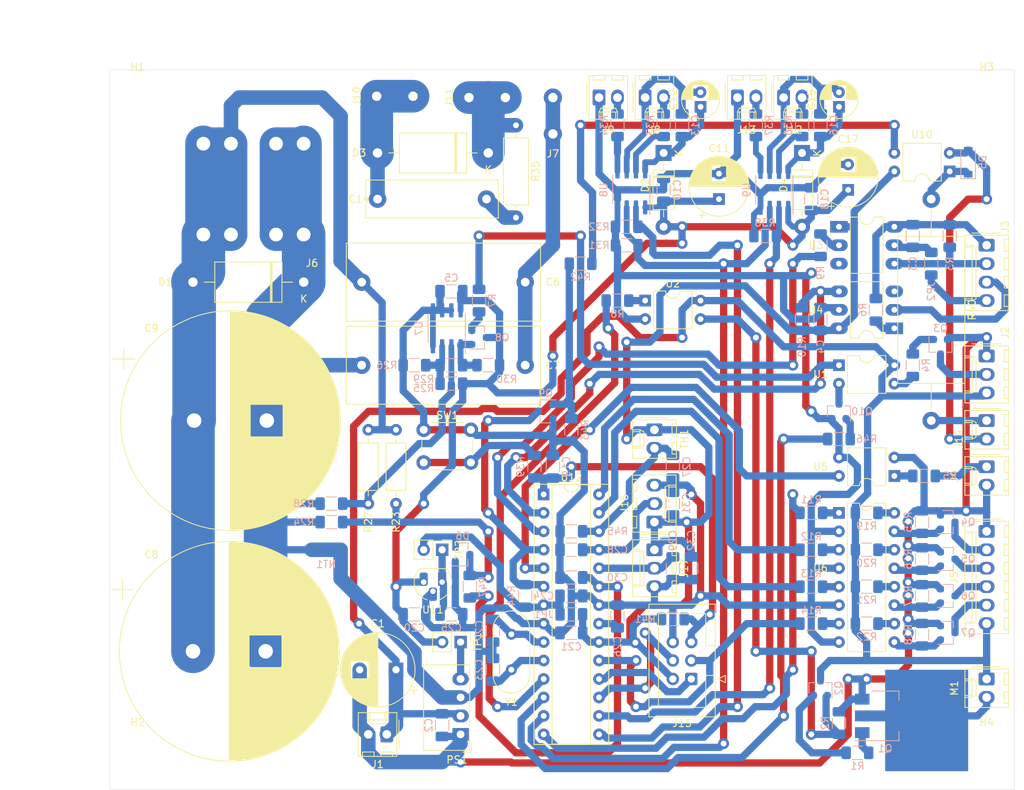
<source format=kicad_pcb>
(kicad_pcb (version 20171130) (host pcbnew 5.1.10-88a1d61d58~90~ubuntu20.04.1)
  (layers (0 F.Cu signal) (31 B.Cu signal) (34 B.Paste user) (35 F.Paste user) (36 B.SilkS user) (37 F.SilkS user) (38 B.Mask user) (39 F.Mask user) (44 Edge.Cuts user))
  (net 0 "")
  (net 1 GND)
  (net 2 +12V)
  (net 3 /3V3_UART)
  (net 4 GNDPWR)
  (net 5 +5P)
  (net 6 +12P)
  (net 7 Earth)
  (net 8 /H-bridge/DC+)
  (net 9 "Net-(C12-Pad1)")
  (net 10 "Net-(C14-Pad1)")
  (net 11 "Net-(C15-Pad1)")
  (net 12 "/AVR MCU/~RST")
  (net 13 "Net-(C22-Pad1)")
  (net 14 "Net-(C23-Pad1)")
  (net 15 "Net-(C25-Pad1)")
  (net 16 "Net-(C26-Pad1)")
  (net 17 "/AVR MCU/ADC3_NTC1")
  (net 18 "/AVR MCU/ADC2_ACS712_2")
  (net 19 "/AVR MCU/ADC1_ACS712")
  (net 20 "/AVR MCU/ADC0_VSENSE")
  (net 21 "Net-(D5-Pad2)")
  (net 22 "Net-(D5-Pad1)")
  (net 23 "/AVR MCU/VSENSE")
  (net 24 "Net-(J2-Pad2)")
  (net 25 /TX)
  (net 26 /RX)
  (net 27 /ENABLE)
  (net 28 /REL1)
  (net 29 /REL2)
  (net 30 /REL3)
  (net 31 /REL4)
  (net 32 "/AVR MCU/MOSI")
  (net 33 "/AVR MCU/REL4")
  (net 34 "/AVR MCU/MISO")
  (net 35 "Net-(M1-Pad2)")
  (net 36 "Net-(PS1-Pad4)")
  (net 37 "Net-(Q1-Pad1)")
  (net 38 "Net-(Q2-Pad2)")
  (net 39 "Net-(Q2-Pad1)")
  (net 40 "Net-(Q3-Pad1)")
  (net 41 "Net-(Q4-Pad1)")
  (net 42 "Net-(Q5-Pad1)")
  (net 43 "Net-(Q6-Pad1)")
  (net 44 "Net-(Q7-Pad1)")
  (net 45 /H-bridge/~OVP)
  (net 46 "Net-(Q8-Pad1)")
  (net 47 "/AVR MCU/RPM")
  (net 48 "/AVR MCU/SHORT")
  (net 49 "Net-(R4-Pad1)")
  (net 50 "Net-(R5-Pad1)")
  (net 51 "Net-(R6-Pad2)")
  (net 52 "Net-(R7-Pad2)")
  (net 53 "Net-(R8-Pad2)")
  (net 54 "/AVR MCU/FAN")
  (net 55 "Net-(R9-Pad2)")
  (net 56 "/AVR MCU/TX")
  (net 57 "/AVR MCU/RX")
  (net 58 "/AVR MCU/REL1")
  (net 59 "Net-(R11-Pad1)")
  (net 60 "/AVR MCU/REL2")
  (net 61 "Net-(R12-Pad1)")
  (net 62 "/AVR MCU/REL3")
  (net 63 "Net-(R13-Pad1)")
  (net 64 "Net-(R14-Pad1)")
  (net 65 "Net-(R19-Pad2)")
  (net 66 "Net-(R20-Pad2)")
  (net 67 "Net-(R21-Pad2)")
  (net 68 "Net-(R22-Pad2)")
  (net 69 "Net-(R25-Pad2)")
  (net 70 "Net-(R27-Pad2)")
  (net 71 "/AVR MCU/~SD")
  (net 72 /H-bridge/IN1)
  (net 73 "Net-(R33-Pad2)")
  (net 74 "Net-(R34-Pad2)")
  (net 75 "Net-(R36-Pad1)")
  (net 76 "Net-(R37-Pad1)")
  (net 77 /H-bridge/IN2)
  (net 78 "Net-(R39-Pad2)")
  (net 79 "Net-(R42-Pad2)")
  (net 80 "/AVR MCU/~SHORT")
  (net 81 "/AVR MCU/~ENABLE")
  (net 82 "Net-(U3-Pad3)")
  (net 83 /H-bridge/DC-)
  (net 84 "Net-(C14-Pad2)")
  (net 85 "Net-(D3-Pad1)")
  (net 86 "Net-(J9-Pad2)")
  (net 87 "Net-(C12-Pad2)")
  (net 88 "Net-(C15-Pad2)")
  (net 89 "Net-(J8-Pad2)")
  (net 90 "Net-(J12-Pad2)")
  (net 91 "Net-(J13-Pad2)")
  (net 92 "Net-(J14-Pad1)")
  (net 93 "Net-(Q9-Pad1)")
  (net 94 "Net-(Q10-Pad1)")
  (net 95 "Net-(U4-Pad3)")
  (net 96 /GND_UART)
  (net 97 "Net-(J3-Pad4)")
  (module Package_DIP:DIP-28_W7.62mm_Socket (layer F.Cu) (at 135.89 113.03)
    (fp_text reference U12 (at 3.81 -2.33) (layer F.SilkS))
    (fp_text value ATmega8-16PU)
    (pad 28 thru_hole oval (at 7.62 0) (size 1.6 1.6) (drill 0.8) (layers *.Cu *.Mask) (net 60 "/AVR MCU/REL2"))
    (pad 14 thru_hole oval (at 0 33.02) (size 1.6 1.6) (drill 0.8) (layers *.Cu *.Mask) (net 58 "/AVR MCU/REL1"))
    (pad 27 thru_hole oval (at 7.62 2.54) (size 1.6 1.6) (drill 0.8) (layers *.Cu *.Mask) (net 62 "/AVR MCU/REL3"))
    (pad 13 thru_hole oval (at 0 30.48) (size 1.6 1.6) (drill 0.8) (layers *.Cu *.Mask) (net 71 "/AVR MCU/~SD"))
    (pad 26 thru_hole oval (at 7.62 5.08) (size 1.6 1.6) (drill 0.8) (layers *.Cu *.Mask) (net 17 "/AVR MCU/ADC3_NTC1"))
    (pad 12 thru_hole oval (at 0 27.94) (size 1.6 1.6) (drill 0.8) (layers *.Cu *.Mask) (net 80 "/AVR MCU/~SHORT"))
    (pad 25 thru_hole oval (at 7.62 7.62) (size 1.6 1.6) (drill 0.8) (layers *.Cu *.Mask) (net 18 "/AVR MCU/ADC2_ACS712_2"))
    (pad 11 thru_hole oval (at 0 25.4) (size 1.6 1.6) (drill 0.8) (layers *.Cu *.Mask) (net 54 "/AVR MCU/FAN"))
    (pad 24 thru_hole oval (at 7.62 10.16) (size 1.6 1.6) (drill 0.8) (layers *.Cu *.Mask) (net 19 "/AVR MCU/ADC1_ACS712"))
    (pad 10 thru_hole oval (at 0 22.86) (size 1.6 1.6) (drill 0.8) (layers *.Cu *.Mask) (net 14 "Net-(C23-Pad1)"))
    (pad 23 thru_hole oval (at 7.62 12.7) (size 1.6 1.6) (drill 0.8) (layers *.Cu *.Mask) (net 20 "/AVR MCU/ADC0_VSENSE"))
    (pad 9 thru_hole oval (at 0 20.32) (size 1.6 1.6) (drill 0.8) (layers *.Cu *.Mask) (net 13 "Net-(C22-Pad1)"))
    (pad 22 thru_hole oval (at 7.62 15.24) (size 1.6 1.6) (drill 0.8) (layers *.Cu *.Mask) (net 4 GNDPWR))
    (pad 8 thru_hole oval (at 0 17.78) (size 1.6 1.6) (drill 0.8) (layers *.Cu *.Mask) (net 4 GNDPWR))
    (pad 21 thru_hole oval (at 7.62 17.78) (size 1.6 1.6) (drill 0.8) (layers *.Cu *.Mask) (net 16 "Net-(C26-Pad1)"))
    (pad 7 thru_hole oval (at 0 15.24) (size 1.6 1.6) (drill 0.8) (layers *.Cu *.Mask) (net 5 +5P))
    (pad 20 thru_hole oval (at 7.62 20.32) (size 1.6 1.6) (drill 0.8) (layers *.Cu *.Mask) (net 5 +5P))
    (pad 6 thru_hole oval (at 0 12.7) (size 1.6 1.6) (drill 0.8) (layers *.Cu *.Mask) (net 47 "/AVR MCU/RPM"))
    (pad 19 thru_hole oval (at 7.62 22.86) (size 1.6 1.6) (drill 0.8) (layers *.Cu *.Mask) (net 33 "/AVR MCU/REL4"))
    (pad 5 thru_hole oval (at 0 10.16) (size 1.6 1.6) (drill 0.8) (layers *.Cu *.Mask) (net 81 "/AVR MCU/~ENABLE"))
    (pad 18 thru_hole oval (at 7.62 25.4) (size 1.6 1.6) (drill 0.8) (layers *.Cu *.Mask) (net 34 "/AVR MCU/MISO"))
    (pad 4 thru_hole oval (at 0 7.62) (size 1.6 1.6) (drill 0.8) (layers *.Cu *.Mask) (net 47 "/AVR MCU/RPM"))
    (pad 17 thru_hole oval (at 7.62 27.94) (size 1.6 1.6) (drill 0.8) (layers *.Cu *.Mask) (net 32 "/AVR MCU/MOSI"))
    (pad 3 thru_hole oval (at 0 5.08) (size 1.6 1.6) (drill 0.8) (layers *.Cu *.Mask) (net 56 "/AVR MCU/TX"))
    (pad 16 thru_hole oval (at 7.62 30.48) (size 1.6 1.6) (drill 0.8) (layers *.Cu *.Mask) (net 77 /H-bridge/IN2))
    (pad 2 thru_hole oval (at 0 2.54) (size 1.6 1.6) (drill 0.8) (layers *.Cu *.Mask) (net 57 "/AVR MCU/RX"))
    (pad 15 thru_hole oval (at 7.62 33.02) (size 1.6 1.6) (drill 0.8) (layers *.Cu *.Mask) (net 72 /H-bridge/IN1))
    (pad 1 thru_hole rect (at 0 0) (size 1.6 1.6) (drill 0.8) (layers *.Cu *.Mask) (net 12 "/AVR MCU/~RST"))
  )
  (module Resistor_SMD:R_1206_3216Metric_Pad1.30x1.75mm_HandSolder (layer B.Cu) (at 189.23 81.28 270)
    (fp_text reference JP2 (at 3.81 0 90) (layer B.SilkS) (effects (justify mirror)))
    (fp_text value Jumper)
    (pad 2 smd roundrect (at 1.55 0 270) (size 1.3 1.75) (layers B.Cu B.Paste B.Mask) (roundrect_rratio 0.1923076923076923) (net 97 "Net-(J3-Pad4)"))
    (pad 1 smd roundrect (at -1.55 0 270) (size 1.3 1.75) (layers B.Cu B.Paste B.Mask) (roundrect_rratio 0.1923076923076923) (net 96 /GND_UART))
  )
  (module Package_DIP:DIP-4_W7.62mm (layer F.Cu) (at 191.77 68.58 180)
    (fp_text reference U10 (at 3.81 5.08) (layer F.SilkS))
    (fp_text value LTV-817)
    (pad 4 thru_hole oval (at 7.62 0 180) (size 1.6 1.6) (drill 0.8) (layers *.Cu *.Mask) (net 5 +5P))
    (pad 2 thru_hole oval (at 0 2.54 180) (size 1.6 1.6) (drill 0.8) (layers *.Cu *.Mask) (net 21 "Net-(D5-Pad2)"))
    (pad 3 thru_hole oval (at 7.62 2.54 180) (size 1.6 1.6) (drill 0.8) (layers *.Cu *.Mask) (net 79 "Net-(R42-Pad2)"))
    (pad 1 thru_hole rect (at 0 0 180) (size 1.6 1.6) (drill 0.8) (layers *.Cu *.Mask) (net 22 "Net-(D5-Pad1)"))
  )
  (module Package_DIP:DIP-4_W7.62mm (layer F.Cu) (at 184.15 110.49 180)
    (fp_text reference U5 (at 10.16 1.27) (layer F.SilkS))
    (fp_text value LTV-817)
    (pad 4 thru_hole oval (at 7.62 0 180) (size 1.6 1.6) (drill 0.8) (layers *.Cu *.Mask) (net 81 "/AVR MCU/~ENABLE"))
    (pad 2 thru_hole oval (at 0 2.54 180) (size 1.6 1.6) (drill 0.8) (layers *.Cu *.Mask) (net 1 GND))
    (pad 3 thru_hole oval (at 7.62 2.54 180) (size 1.6 1.6) (drill 0.8) (layers *.Cu *.Mask) (net 4 GNDPWR))
    (pad 1 thru_hole rect (at 0 0 180) (size 1.6 1.6) (drill 0.8) (layers *.Cu *.Mask) (net 50 "Net-(R5-Pad1)"))
  )
  (module Package_DIP:DIP-4_W7.62mm (layer F.Cu) (at 149.86 86.36)
    (fp_text reference U2 (at 3.81 -2.33) (layer F.SilkS))
    (fp_text value LTV-817)
    (pad 4 thru_hole oval (at 7.62 0) (size 1.6 1.6) (drill 0.8) (layers *.Cu *.Mask) (net 2 +12V))
    (pad 2 thru_hole oval (at 0 2.54) (size 1.6 1.6) (drill 0.8) (layers *.Cu *.Mask) (net 4 GNDPWR))
    (pad 3 thru_hole oval (at 7.62 2.54) (size 1.6 1.6) (drill 0.8) (layers *.Cu *.Mask) (net 39 "Net-(Q2-Pad1)"))
    (pad 1 thru_hole rect (at 0 0) (size 1.6 1.6) (drill 0.8) (layers *.Cu *.Mask) (net 53 "Net-(R8-Pad2)"))
  )
  (module Package_DIP:DIP-4_W7.62mm (layer F.Cu) (at 176.53 95.25)
    (fp_text reference U1 (at -2.54 1.27) (layer F.SilkS))
    (fp_text value LTV-817)
    (pad 4 thru_hole oval (at 7.62 0) (size 1.6 1.6) (drill 0.8) (layers *.Cu *.Mask) (net 2 +12V))
    (pad 2 thru_hole oval (at 0 2.54) (size 1.6 1.6) (drill 0.8) (layers *.Cu *.Mask) (net 48 "/AVR MCU/SHORT"))
    (pad 3 thru_hole oval (at 7.62 2.54) (size 1.6 1.6) (drill 0.8) (layers *.Cu *.Mask) (net 49 "Net-(R4-Pad1)"))
    (pad 1 thru_hole rect (at 0 0) (size 1.6 1.6) (drill 0.8) (layers *.Cu *.Mask) (net 52 "Net-(R7-Pad2)"))
  )
  (module Connector_Molex:Molex_KK-254_AE-6410-02A_1x02_P2.54mm_Vertical (layer F.Cu) (at 196.85 102.87 270)
    (fp_text reference J14 (at 2.54 3.81 90) (layer F.SilkS))
    (fp_text value "AC frequency sense")
    (pad 2 thru_hole oval (at 2.54 0 270) (size 1.74 2.19) (drill 1.19) (layers *.Cu *.Mask) (net 21 "Net-(D5-Pad2)"))
    (pad 1 thru_hole roundrect (at 0 0 270) (size 1.74 2.19) (drill 1.19) (layers *.Cu *.Mask) (roundrect_rratio 0.1436775862068966) (net 92 "Net-(J14-Pad1)"))
  )
  (module Resistor_SMD:R_1206_3216Metric_Pad1.30x1.75mm_HandSolder (layer B.Cu) (at 139.7 129.54 180)
    (fp_text reference JP1 (at 3.81 0) (layer B.SilkS) (effects (justify mirror)))
    (fp_text value Jumper)
    (pad 2 smd roundrect (at 1.55 0 180) (size 1.3 1.75) (layers B.Cu B.Paste B.Mask) (roundrect_rratio 0.1923076923076923) (net 5 +5P))
    (pad 1 smd roundrect (at -1.55 0 180) (size 1.3 1.75) (layers B.Cu B.Paste B.Mask) (roundrect_rratio 0.1923076923076923) (net 5 +5P))
  )
  (module Package_TO_SOT_THT:TO-92L_HandSolder (layer F.Cu) (at 121.92 125.095 180)
    (fp_text reference U11 (at 1.27 -3.8) (layer F.SilkS))
    (fp_text value L78L05_TO92)
    (pad 1 thru_hole rect (at 0 0 180) (size 1.1 1.8) (drill 0.75 (offset 0 0.4)) (layers *.Cu *.Mask) (net 15 "Net-(C25-Pad1)"))
    (pad 3 thru_hole roundrect (at 2.54 0 180) (size 1.1 1.8) (drill 0.75 (offset 0 0.4)) (layers *.Cu *.Mask) (net 6 +12P))
    (pad 2 thru_hole roundrect (at 1.27 -1.27 180) (size 1.1 1.8) (drill 0.75 (offset 0 -0.4)) (layers *.Cu *.Mask) (net 4 GNDPWR))
  )
  (module Crystal:Crystal_HC49-U_Vertical (layer F.Cu) (at 131.445 132.28 270)
    (fp_text reference Y1 (at 9.325 0) (layer F.SilkS))
    (fp_text value 16MHz)
    (pad 2 thru_hole circle (at 4.88 0 270) (size 1.5 1.5) (drill 0.8) (layers *.Cu *.Mask) (net 14 "Net-(C23-Pad1)"))
    (pad 1 thru_hole circle (at 0 0 270) (size 1.5 1.5) (drill 0.8) (layers *.Cu *.Mask) (net 13 "Net-(C22-Pad1)"))
  )
  (module Connector_Molex:Molex_KK-254_AE-6410-02A_1x02_P2.54mm_Vertical (layer F.Cu) (at 151.13 104.14 270)
    (fp_text reference TH1 (at 1.27 -4.12 90) (layer F.SilkS))
    (fp_text value TT7-10KC3-11)
    (pad 2 thru_hole oval (at 2.54 0 270) (size 1.74 2.19) (drill 1.19) (layers *.Cu *.Mask) (net 17 "/AVR MCU/ADC3_NTC1"))
    (pad 1 thru_hole roundrect (at 0 0 270) (size 1.74 2.19) (drill 1.19) (layers *.Cu *.Mask) (roundrect_rratio 0.1436775862068966) (net 5 +5P))
  )
  (module NetTie:NetTie-2_SMD_Pad2.0mm (layer B.Cu) (at 105.95 120.65)
    (fp_text reference NT1 (at 0 2 180) (layer B.SilkS) (effects (justify mirror)))
    (fp_text value Net-Tie_2)
    (fp_poly (pts (xy -2 1) (xy 2 1) (xy 2 -1) (xy -2 -1)) (layer B.Cu) (width 0))
    (pad 2 smd circle (at 2 0) (size 2 2) (layers B.Cu) (net 4 GNDPWR))
    (pad 1 smd circle (at -2 0) (size 2 2) (layers B.Cu) (net 83 /H-bridge/DC-))
  )
  (module Connector_Molex:Molex_KK-254_AE-6410-02A_1x02_P2.54mm_Vertical (layer F.Cu) (at 162.56 58.42)
    (fp_text reference J13 (at 1.27 4.445) (layer F.SilkS))
    (fp_text value "G #Q4")
    (pad 2 thru_hole oval (at 2.54 0) (size 1.74 2.19) (drill 1.19) (layers *.Cu *.Mask) (net 91 "Net-(J13-Pad2)"))
    (pad 1 thru_hole roundrect (at 0 0) (size 1.74 2.19) (drill 1.19) (layers *.Cu *.Mask) (roundrect_rratio 0.1436775862068966) (net 4 GNDPWR))
  )
  (module Connector_Molex:Molex_KK-254_AE-6410-02A_1x02_P2.54mm_Vertical (layer F.Cu) (at 168.91 58.42)
    (fp_text reference J12 (at 1.27 4.445) (layer F.SilkS))
    (fp_text value "G #Q3")
    (pad 2 thru_hole oval (at 2.54 0) (size 1.74 2.19) (drill 1.19) (layers *.Cu *.Mask) (net 90 "Net-(J12-Pad2)"))
    (pad 1 thru_hole roundrect (at 0 0) (size 1.74 2.19) (drill 1.19) (layers *.Cu *.Mask) (roundrect_rratio 0.1436775862068966) (net 88 "Net-(C15-Pad2)"))
  )
  (module ondra:FS1536 (layer F.Cu) (at 125.615 58.42 90)
    (fp_text reference J11 (at 0 -2.7305 90) (layer F.SilkS))
    (fp_text value AC2)
    (pad 1 thru_hole circle (at 0 5 90) (size 2.5 2.5) (drill 1.3) (layers *.Cu *.Mask) (net 85 "Net-(D3-Pad1)"))
    (pad 1 thru_hole circle (at 0 0 90) (size 2.5 2.5) (drill 1.3) (layers *.Cu *.Mask) (net 85 "Net-(D3-Pad1)"))
  )
  (module ondra:FS1536 (layer F.Cu) (at 112.915 58.235 90)
    (fp_text reference J10 (at 0 -2.7305 90) (layer F.SilkS))
    (fp_text value AC1)
    (pad 1 thru_hole circle (at 0 5 90) (size 2.5 2.5) (drill 1.3) (layers *.Cu *.Mask) (net 84 "Net-(C14-Pad2)"))
    (pad 1 thru_hole circle (at 0 0 90) (size 2.5 2.5) (drill 1.3) (layers *.Cu *.Mask) (net 84 "Net-(C14-Pad2)"))
  )
  (module Connector_Molex:Molex_KK-254_AE-6410-02A_1x02_P2.54mm_Vertical (layer F.Cu) (at 143.51 58.42)
    (fp_text reference J9 (at 1.27 4.445) (layer F.SilkS))
    (fp_text value "G #Q2")
    (pad 2 thru_hole oval (at 2.54 0) (size 1.74 2.19) (drill 1.19) (layers *.Cu *.Mask) (net 86 "Net-(J9-Pad2)"))
    (pad 1 thru_hole roundrect (at 0 0) (size 1.74 2.19) (drill 1.19) (layers *.Cu *.Mask) (roundrect_rratio 0.1436775862068966) (net 4 GNDPWR))
  )
  (module Connector_Molex:Molex_KK-254_AE-6410-02A_1x02_P2.54mm_Vertical (layer F.Cu) (at 149.86 58.42)
    (fp_text reference J8 (at 1.27 4.445) (layer F.SilkS))
    (fp_text value "G #Q1")
    (pad 2 thru_hole oval (at 2.54 0) (size 1.74 2.19) (drill 1.19) (layers *.Cu *.Mask) (net 89 "Net-(J8-Pad2)"))
    (pad 1 thru_hole roundrect (at 0 0) (size 1.74 2.19) (drill 1.19) (layers *.Cu *.Mask) (roundrect_rratio 0.1436775862068966) (net 87 "Net-(C12-Pad2)"))
  )
  (module MountingHole:MountingHole_3.2mm_M3 (layer F.Cu) (at 196.85 148.59)
    (fp_text reference H4 (at 0 -4.2) (layer F.SilkS))
    (fp_text value MountingHole)
    (pad 1 np_thru_hole circle (at 0 0) (size 3.2 3.2) (drill 3.2) (layers *.Cu *.Mask))
  )
  (module MountingHole:MountingHole_3.2mm_M3 (layer F.Cu) (at 196.85 58.42)
    (fp_text reference H3 (at 0 -4.2) (layer F.SilkS))
    (fp_text value MountingHole)
    (pad 1 np_thru_hole circle (at 0 0) (size 3.2 3.2) (drill 3.2) (layers *.Cu *.Mask))
  )
  (module MountingHole:MountingHole_3.2mm_M3 (layer F.Cu) (at 80.01 148.59)
    (fp_text reference H2 (at 0 -4.2) (layer F.SilkS))
    (fp_text value MountingHole)
    (pad 1 np_thru_hole circle (at 0 0) (size 3.2 3.2) (drill 3.2) (layers *.Cu *.Mask))
  )
  (module MountingHole:MountingHole_3.2mm_M3 (layer F.Cu) (at 80.01 58.42)
    (fp_text reference H1 (at 0 -4.2) (layer F.SilkS))
    (fp_text value MountingHole)
    (pad 1 np_thru_hole circle (at 0 0) (size 3.2 3.2) (drill 3.2) (layers *.Cu *.Mask))
  )
  (module Package_SO:SOIC-8_3.9x4.9mm_P1.27mm (layer B.Cu) (at 167.64 71.12 90)
    (fp_text reference U9 (at 0 -3.81 90) (layer B.SilkS) (effects (justify mirror)))
    (fp_text value IR2104)
    (pad 8 smd roundrect (at 2.475 1.905 90) (size 1.95 0.6) (layers B.Cu B.Paste B.Mask) (net 11 "Net-(C15-Pad1)"))
    (pad 7 smd roundrect (at 2.475 0.635 90) (size 1.95 0.6) (layers B.Cu B.Paste B.Mask) (net 75 "Net-(R36-Pad1)"))
    (pad 6 smd roundrect (at 2.475 -0.635 90) (size 1.95 0.6) (layers B.Cu B.Paste B.Mask) (net 88 "Net-(C15-Pad2)"))
    (pad 5 smd roundrect (at 2.475 -1.905 90) (size 1.95 0.6) (layers B.Cu B.Paste B.Mask) (net 76 "Net-(R37-Pad1)"))
    (pad 4 smd roundrect (at -2.475 -1.905 90) (size 1.95 0.6) (layers B.Cu B.Paste B.Mask) (net 4 GNDPWR))
    (pad 3 smd roundrect (at -2.475 -0.635 90) (size 1.95 0.6) (layers B.Cu B.Paste B.Mask) (net 71 "/AVR MCU/~SD"))
    (pad 2 smd roundrect (at -2.475 0.635 90) (size 1.95 0.6) (layers B.Cu B.Paste B.Mask) (net 77 /H-bridge/IN2))
    (pad 1 smd roundrect (at -2.475 1.905 90) (size 1.95 0.6) (layers B.Cu B.Paste B.Mask) (net 6 +12P))
  )
  (module Package_SO:SOIC-8_3.9x4.9mm_P1.27mm (layer B.Cu) (at 147.955 71.055 90)
    (fp_text reference U8 (at -0.065 -3.81 90) (layer B.SilkS) (effects (justify mirror)))
    (fp_text value IR2104)
    (pad 8 smd roundrect (at 2.475 1.905 90) (size 1.95 0.6) (layers B.Cu B.Paste B.Mask) (net 9 "Net-(C12-Pad1)"))
    (pad 7 smd roundrect (at 2.475 0.635 90) (size 1.95 0.6) (layers B.Cu B.Paste B.Mask) (net 73 "Net-(R33-Pad2)"))
    (pad 6 smd roundrect (at 2.475 -0.635 90) (size 1.95 0.6) (layers B.Cu B.Paste B.Mask) (net 87 "Net-(C12-Pad2)"))
    (pad 5 smd roundrect (at 2.475 -1.905 90) (size 1.95 0.6) (layers B.Cu B.Paste B.Mask) (net 74 "Net-(R34-Pad2)"))
    (pad 4 smd roundrect (at -2.475 -1.905 90) (size 1.95 0.6) (layers B.Cu B.Paste B.Mask) (net 4 GNDPWR))
    (pad 3 smd roundrect (at -2.475 -0.635 90) (size 1.95 0.6) (layers B.Cu B.Paste B.Mask) (net 71 "/AVR MCU/~SD"))
    (pad 2 smd roundrect (at -2.475 0.635 90) (size 1.95 0.6) (layers B.Cu B.Paste B.Mask) (net 72 /H-bridge/IN1))
    (pad 1 smd roundrect (at -2.475 1.905 90) (size 1.95 0.6) (layers B.Cu B.Paste B.Mask) (net 6 +12P))
  )
  (module Package_SO:SOIC-8_3.9x4.9mm_P1.27mm (layer B.Cu) (at 122.555 90.17 90)
    (fp_text reference U7 (at 0 -3.81 90) (layer B.SilkS) (effects (justify mirror)))
    (fp_text value LM393)
    (pad 8 smd roundrect (at 2.475 1.905 90) (size 1.95 0.6) (layers B.Cu B.Paste B.Mask) (net 6 +12P))
    (pad 7 smd roundrect (at 2.475 0.635 90) (size 1.95 0.6) (layers B.Cu B.Paste B.Mask) (net 4 GNDPWR))
    (pad 6 smd roundrect (at 2.475 -0.635 90) (size 1.95 0.6) (layers B.Cu B.Paste B.Mask) (net 4 GNDPWR))
    (pad 5 smd roundrect (at 2.475 -1.905 90) (size 1.95 0.6) (layers B.Cu B.Paste B.Mask) (net 4 GNDPWR))
    (pad 4 smd roundrect (at -2.475 -1.905 90) (size 1.95 0.6) (layers B.Cu B.Paste B.Mask) (net 4 GNDPWR))
    (pad 3 smd roundrect (at -2.475 -0.635 90) (size 1.95 0.6) (layers B.Cu B.Paste B.Mask) (net 69 "Net-(R25-Pad2)"))
    (pad 2 smd roundrect (at -2.475 0.635 90) (size 1.95 0.6) (layers B.Cu B.Paste B.Mask) (net 70 "Net-(R27-Pad2)"))
    (pad 1 smd roundrect (at -2.475 1.905 90) (size 1.95 0.6) (layers B.Cu B.Paste B.Mask) (net 46 "Net-(Q8-Pad1)"))
  )
  (module Package_DIP:DIP-16_W7.62mm (layer F.Cu) (at 176.53 115.57)
    (fp_text reference U6 (at -2.54 7.62) (layer F.SilkS))
    (fp_text value LTV-847)
    (pad 16 thru_hole oval (at 7.62 0) (size 1.6 1.6) (drill 0.8) (layers *.Cu *.Mask) (net 65 "Net-(R19-Pad2)"))
    (pad 8 thru_hole oval (at 0 17.78) (size 1.6 1.6) (drill 0.8) (layers *.Cu *.Mask) (net 4 GNDPWR))
    (pad 15 thru_hole oval (at 7.62 2.54) (size 1.6 1.6) (drill 0.8) (layers *.Cu *.Mask) (net 41 "Net-(Q4-Pad1)"))
    (pad 7 thru_hole oval (at 0 15.24) (size 1.6 1.6) (drill 0.8) (layers *.Cu *.Mask) (net 64 "Net-(R14-Pad1)"))
    (pad 14 thru_hole oval (at 7.62 5.08) (size 1.6 1.6) (drill 0.8) (layers *.Cu *.Mask) (net 66 "Net-(R20-Pad2)"))
    (pad 6 thru_hole oval (at 0 12.7) (size 1.6 1.6) (drill 0.8) (layers *.Cu *.Mask) (net 4 GNDPWR))
    (pad 13 thru_hole oval (at 7.62 7.62) (size 1.6 1.6) (drill 0.8) (layers *.Cu *.Mask) (net 42 "Net-(Q5-Pad1)"))
    (pad 5 thru_hole oval (at 0 10.16) (size 1.6 1.6) (drill 0.8) (layers *.Cu *.Mask) (net 63 "Net-(R13-Pad1)"))
    (pad 12 thru_hole oval (at 7.62 10.16) (size 1.6 1.6) (drill 0.8) (layers *.Cu *.Mask) (net 67 "Net-(R21-Pad2)"))
    (pad 4 thru_hole oval (at 0 7.62) (size 1.6 1.6) (drill 0.8) (layers *.Cu *.Mask) (net 4 GNDPWR))
    (pad 11 thru_hole oval (at 7.62 12.7) (size 1.6 1.6) (drill 0.8) (layers *.Cu *.Mask) (net 43 "Net-(Q6-Pad1)"))
    (pad 3 thru_hole oval (at 0 5.08) (size 1.6 1.6) (drill 0.8) (layers *.Cu *.Mask) (net 61 "Net-(R12-Pad1)"))
    (pad 10 thru_hole oval (at 7.62 15.24) (size 1.6 1.6) (drill 0.8) (layers *.Cu *.Mask) (net 68 "Net-(R22-Pad2)"))
    (pad 2 thru_hole oval (at 0 2.54) (size 1.6 1.6) (drill 0.8) (layers *.Cu *.Mask) (net 4 GNDPWR))
    (pad 9 thru_hole oval (at 7.62 17.78) (size 1.6 1.6) (drill 0.8) (layers *.Cu *.Mask) (net 44 "Net-(Q7-Pad1)"))
    (pad 1 thru_hole rect (at 0 0) (size 1.6 1.6) (drill 0.8) (layers *.Cu *.Mask) (net 59 "Net-(R11-Pad1)"))
  )
  (module Package_DIP:DIP-6_W7.62mm_LongPads (layer F.Cu) (at 184.15 90.17 180)
    (fp_text reference U4 (at 10.795 2.54) (layer F.SilkS))
    (fp_text value H11L1)
    (pad 6 thru_hole oval (at 7.62 0 180) (size 2.4 1.6) (drill 0.8) (layers *.Cu *.Mask) (net 5 +5P))
    (pad 3 thru_hole oval (at 0 5.08 180) (size 2.4 1.6) (drill 0.8) (layers *.Cu *.Mask) (net 95 "Net-(U4-Pad3)"))
    (pad 5 thru_hole oval (at 7.62 2.54 180) (size 2.4 1.6) (drill 0.8) (layers *.Cu *.Mask) (net 4 GNDPWR))
    (pad 2 thru_hole oval (at 0 2.54 180) (size 2.4 1.6) (drill 0.8) (layers *.Cu *.Mask) (net 26 /RX))
    (pad 4 thru_hole oval (at 7.62 5.08 180) (size 2.4 1.6) (drill 0.8) (layers *.Cu *.Mask) (net 57 "/AVR MCU/RX"))
    (pad 1 thru_hole rect (at 0 0 180) (size 2.4 1.6) (drill 0.8) (layers *.Cu *.Mask) (net 51 "Net-(R6-Pad2)"))
  )
  (module Package_DIP:DIP-6_W7.62mm_LongPads (layer F.Cu) (at 176.53 76.2)
    (fp_text reference U3 (at -3.175 2.54) (layer F.SilkS))
    (fp_text value H11L1)
    (pad 6 thru_hole oval (at 7.62 0) (size 2.4 1.6) (drill 0.8) (layers *.Cu *.Mask) (net 3 /3V3_UART))
    (pad 3 thru_hole oval (at 0 5.08) (size 2.4 1.6) (drill 0.8) (layers *.Cu *.Mask) (net 82 "Net-(U3-Pad3)"))
    (pad 5 thru_hole oval (at 7.62 2.54) (size 2.4 1.6) (drill 0.8) (layers *.Cu *.Mask) (net 96 /GND_UART))
    (pad 2 thru_hole oval (at 0 2.54) (size 2.4 1.6) (drill 0.8) (layers *.Cu *.Mask) (net 55 "Net-(R9-Pad2)"))
    (pad 4 thru_hole oval (at 7.62 5.08) (size 2.4 1.6) (drill 0.8) (layers *.Cu *.Mask) (net 25 /TX))
    (pad 1 thru_hole rect (at 0 0) (size 2.4 1.6) (drill 0.8) (layers *.Cu *.Mask) (net 5 +5P))
  )
  (module Connector_PinHeader_2.54mm:PinHeader_1x02_P2.54mm_Vertical (layer F.Cu) (at 121.92 120.65 270)
    (fp_text reference TP2 (at 0 -2.33 90) (layer F.SilkS))
    (fp_text value TestPoint_2Pole)
    (pad 2 thru_hole oval (at 0 2.54 270) (size 1.7 1.7) (drill 1) (layers *.Cu *.Mask) (net 5 +5P))
    (pad 1 thru_hole rect (at 0 0 270) (size 1.7 1.7) (drill 1) (layers *.Cu *.Mask) (net 15 "Net-(C25-Pad1)"))
  )
  (module Connector_PinHeader_2.54mm:PinHeader_1x02_P2.54mm_Vertical (layer F.Cu) (at 124.46 133.35 270)
    (fp_text reference TP1 (at 0 -2.33 90) (layer F.SilkS))
    (fp_text value TestPoint_2Pole)
    (pad 2 thru_hole oval (at 0 2.54 270) (size 1.7 1.7) (drill 1) (layers *.Cu *.Mask) (net 6 +12P))
    (pad 1 thru_hole rect (at 0 0 270) (size 1.7 1.7) (drill 1) (layers *.Cu *.Mask) (net 36 "Net-(PS1-Pad4)"))
  )
  (module Button_Switch_THT:SW_PUSH_6mm_H4.3mm (layer F.Cu) (at 119.38 104.14)
    (fp_text reference SW1 (at 3.25 -2) (layer F.SilkS))
    (fp_text value "AVR RESET")
    (pad 1 thru_hole circle (at 6.5 0 90) (size 2 2) (drill 1.1) (layers *.Cu *.Mask) (net 4 GNDPWR))
    (pad 2 thru_hole circle (at 6.5 4.5 90) (size 2 2) (drill 1.1) (layers *.Cu *.Mask) (net 78 "Net-(R39-Pad2)"))
    (pad 1 thru_hole circle (at 0 0 90) (size 2 2) (drill 1.1) (layers *.Cu *.Mask) (net 4 GNDPWR))
    (pad 2 thru_hole circle (at 0 4.5 90) (size 2 2) (drill 1.1) (layers *.Cu *.Mask) (net 78 "Net-(R39-Pad2)"))
  )
  (module Resistor_SMD:R_1206_3216Metric_Pad1.30x1.75mm_HandSolder (layer B.Cu) (at 125.73 125.73 90)
    (fp_text reference R47 (at 0 1.82 90) (layer B.SilkS) (effects (justify mirror)))
    (fp_text value 1k)
    (pad 2 smd roundrect (at 1.55 0 90) (size 1.3 1.75) (layers B.Cu B.Paste B.Mask) (roundrect_rratio 0.1923076923076923) (net 23 "/AVR MCU/VSENSE"))
    (pad 1 smd roundrect (at -1.55 0 90) (size 1.3 1.75) (layers B.Cu B.Paste B.Mask) (roundrect_rratio 0.1923076923076923) (net 20 "/AVR MCU/ADC0_VSENSE"))
  )
  (module Resistor_SMD:R_1206_3216Metric_Pad1.30x1.75mm_HandSolder (layer B.Cu) (at 176.53 105.41 180)
    (fp_text reference R46 (at -3.81 0) (layer B.SilkS) (effects (justify mirror)))
    (fp_text value 47k)
    (pad 2 smd roundrect (at 1.55 0 180) (size 1.3 1.75) (layers B.Cu B.Paste B.Mask) (roundrect_rratio 0.1923076923076923) (net 80 "/AVR MCU/~SHORT"))
    (pad 1 smd roundrect (at -1.55 0 180) (size 1.3 1.75) (layers B.Cu B.Paste B.Mask) (roundrect_rratio 0.1923076923076923) (net 94 "Net-(Q10-Pad1)"))
  )
  (module Resistor_SMD:R_1206_3216Metric_Pad1.30x1.75mm_HandSolder (layer B.Cu) (at 139.7 118.11 180)
    (fp_text reference R45 (at -6.35 0) (layer B.SilkS) (effects (justify mirror)))
    (fp_text value 4k7)
    (pad 2 smd roundrect (at 1.55 0 180) (size 1.3 1.75) (layers B.Cu B.Paste B.Mask) (roundrect_rratio 0.1923076923076923) (net 4 GNDPWR))
    (pad 1 smd roundrect (at -1.55 0 180) (size 1.3 1.75) (layers B.Cu B.Paste B.Mask) (roundrect_rratio 0.1923076923076923) (net 17 "/AVR MCU/ADC3_NTC1"))
  )
  (module Resistor_SMD:R_1206_3216Metric_Pad1.30x1.75mm_HandSolder (layer B.Cu) (at 133.35 127 90)
    (fp_text reference R44 (at 0 -1.905 90) (layer B.SilkS) (effects (justify mirror)))
    (fp_text value 10k)
    (pad 1 smd roundrect (at -1.55 0 90) (size 1.3 1.75) (layers B.Cu B.Paste B.Mask) (roundrect_rratio 0.1923076923076923) (net 5 +5P))
    (pad 2 smd roundrect (at 1.55 0 90) (size 1.3 1.75) (layers B.Cu B.Paste B.Mask) (roundrect_rratio 0.1923076923076923) (net 47 "/AVR MCU/RPM"))
  )
  (module Resistor_SMD:R_1206_3216Metric_Pad1.30x1.75mm_HandSolder (layer B.Cu) (at 139.7 104.14 270)
    (fp_text reference R43 (at 0 -1.905 90) (layer B.SilkS) (effects (justify mirror)))
    (fp_text value 100k)
    (pad 2 smd roundrect (at 1.55 0 270) (size 1.3 1.75) (layers B.Cu B.Paste B.Mask) (roundrect_rratio 0.1923076923076923) (net 4 GNDPWR))
    (pad 1 smd roundrect (at -1.55 0 270) (size 1.3 1.75) (layers B.Cu B.Paste B.Mask) (roundrect_rratio 0.1923076923076923) (net 93 "Net-(Q9-Pad1)"))
  )
  (module Resistor_SMD:R_1206_3216Metric_Pad1.30x1.75mm_HandSolder (layer B.Cu) (at 140.97 81.28)
    (fp_text reference R42 (at 0 1.82) (layer B.SilkS) (effects (justify mirror)))
    (fp_text value 10k)
    (pad 2 smd roundrect (at 1.55 0) (size 1.3 1.75) (layers B.Cu B.Paste B.Mask) (roundrect_rratio 0.1923076923076923) (net 79 "Net-(R42-Pad2)"))
    (pad 1 smd roundrect (at -1.55 0) (size 1.3 1.75) (layers B.Cu B.Paste B.Mask) (roundrect_rratio 0.1923076923076923) (net 93 "Net-(Q9-Pad1)"))
  )
  (module Resistor_SMD:R_1206_3216Metric_Pad1.30x1.75mm_HandSolder (layer B.Cu) (at 153.67 130.175)
    (fp_text reference R41 (at -3.81 0) (layer B.SilkS) (effects (justify mirror)))
    (fp_text value 10k)
    (pad 2 smd roundrect (at 1.55 0) (size 1.3 1.75) (layers B.Cu B.Paste B.Mask) (roundrect_rratio 0.1923076923076923) (net 12 "/AVR MCU/~RST"))
    (pad 1 smd roundrect (at -1.55 0) (size 1.3 1.75) (layers B.Cu B.Paste B.Mask) (roundrect_rratio 0.1923076923076923) (net 5 +5P))
  )
  (module Resistor_THT:R_Axial_DIN0922_L20.0mm_D9.0mm_P30.48mm_Horizontal (layer F.Cu) (at 189.23 72.39 270)
    (fp_text reference R40 (at 15.24 -5.62 90) (layer F.SilkS))
    (fp_text value "22k 5W")
    (pad 2 thru_hole oval (at 30.48 0 270) (size 2.4 2.4) (drill 1.2) (layers *.Cu *.Mask) (net 92 "Net-(J14-Pad1)"))
    (pad 1 thru_hole circle (at 0 0 270) (size 2.4 2.4) (drill 1.2) (layers *.Cu *.Mask) (net 22 "Net-(D5-Pad1)"))
  )
  (module Resistor_SMD:R_1206_3216Metric_Pad1.30x1.75mm_HandSolder (layer B.Cu) (at 134.62 109.22 90)
    (fp_text reference R39 (at 0 -1.905 90) (layer B.SilkS) (effects (justify mirror)))
    (fp_text value 330)
    (pad 2 smd roundrect (at 1.55 0 90) (size 1.3 1.75) (layers B.Cu B.Paste B.Mask) (roundrect_rratio 0.1923076923076923) (net 78 "Net-(R39-Pad2)"))
    (pad 1 smd roundrect (at -1.55 0 90) (size 1.3 1.75) (layers B.Cu B.Paste B.Mask) (roundrect_rratio 0.1923076923076923) (net 12 "/AVR MCU/~RST"))
  )
  (module Resistor_SMD:R_1206_3216Metric_Pad1.30x1.75mm_HandSolder (layer B.Cu) (at 166.37 77.47 180)
    (fp_text reference R38 (at 0 1.82) (layer B.SilkS) (effects (justify mirror)))
    (fp_text value 10k)
    (pad 2 smd roundrect (at 1.55 0 180) (size 1.3 1.75) (layers B.Cu B.Paste B.Mask) (roundrect_rratio 0.1923076923076923) (net 4 GNDPWR))
    (pad 1 smd roundrect (at -1.55 0 180) (size 1.3 1.75) (layers B.Cu B.Paste B.Mask) (roundrect_rratio 0.1923076923076923) (net 77 /H-bridge/IN2))
  )
  (module Resistor_SMD:R_1206_3216Metric_Pad1.30x1.75mm_HandSolder (layer B.Cu) (at 165.1 62.23 90)
    (fp_text reference R37 (at 0 1.82 270) (layer B.SilkS) (effects (justify mirror)))
    (fp_text value 10)
    (pad 2 smd roundrect (at 1.55 0 90) (size 1.3 1.75) (layers B.Cu B.Paste B.Mask) (roundrect_rratio 0.1923076923076923) (net 91 "Net-(J13-Pad2)"))
    (pad 1 smd roundrect (at -1.55 0 90) (size 1.3 1.75) (layers B.Cu B.Paste B.Mask) (roundrect_rratio 0.1923076923076923) (net 76 "Net-(R37-Pad1)"))
  )
  (module Resistor_SMD:R_1206_3216Metric_Pad1.30x1.75mm_HandSolder (layer B.Cu) (at 171.45 62.23 90)
    (fp_text reference R36 (at 0 -1.905 270) (layer B.SilkS) (effects (justify mirror)))
    (fp_text value 10)
    (pad 2 smd roundrect (at 1.55 0 90) (size 1.3 1.75) (layers B.Cu B.Paste B.Mask) (roundrect_rratio 0.1923076923076923) (net 90 "Net-(J12-Pad2)"))
    (pad 1 smd roundrect (at -1.55 0 90) (size 1.3 1.75) (layers B.Cu B.Paste B.Mask) (roundrect_rratio 0.1923076923076923) (net 75 "Net-(R36-Pad1)"))
  )
  (module Resistor_THT:R_Axial_DIN0309_L9.0mm_D3.2mm_P12.70mm_Horizontal (layer F.Cu) (at 132.08 62.23 270)
    (fp_text reference R35 (at 6.35 -2.72 90) (layer F.SilkS))
    (fp_text value 10)
    (pad 2 thru_hole oval (at 12.7 0 270) (size 1.6 1.6) (drill 0.8) (layers *.Cu *.Mask) (net 10 "Net-(C14-Pad1)"))
    (pad 1 thru_hole circle (at 0 0 270) (size 1.6 1.6) (drill 0.8) (layers *.Cu *.Mask) (net 85 "Net-(D3-Pad1)"))
  )
  (module Resistor_SMD:R_1206_3216Metric_Pad1.30x1.75mm_HandSolder (layer B.Cu) (at 146.05 62.23 270)
    (fp_text reference R34 (at 0 1.82 270) (layer B.SilkS) (effects (justify mirror)))
    (fp_text value 10)
    (pad 2 smd roundrect (at 1.55 0 270) (size 1.3 1.75) (layers B.Cu B.Paste B.Mask) (roundrect_rratio 0.1923076923076923) (net 74 "Net-(R34-Pad2)"))
    (pad 1 smd roundrect (at -1.55 0 270) (size 1.3 1.75) (layers B.Cu B.Paste B.Mask) (roundrect_rratio 0.1923076923076923) (net 86 "Net-(J9-Pad2)"))
  )
  (module Resistor_SMD:R_1206_3216Metric_Pad1.30x1.75mm_HandSolder (layer B.Cu) (at 152.4 62.23 270)
    (fp_text reference R33 (at 0 1.82 270) (layer B.SilkS) (effects (justify mirror)))
    (fp_text value 10)
    (pad 2 smd roundrect (at 1.55 0 270) (size 1.3 1.75) (layers B.Cu B.Paste B.Mask) (roundrect_rratio 0.1923076923076923) (net 73 "Net-(R33-Pad2)"))
    (pad 1 smd roundrect (at -1.55 0 270) (size 1.3 1.75) (layers B.Cu B.Paste B.Mask) (roundrect_rratio 0.1923076923076923) (net 89 "Net-(J8-Pad2)"))
  )
  (module Resistor_SMD:R_1206_3216Metric_Pad1.30x1.75mm_HandSolder (layer B.Cu) (at 147.32 76.2 180)
    (fp_text reference R32 (at 3.81 0 180) (layer B.SilkS) (effects (justify mirror)))
    (fp_text value 10k)
    (pad 2 smd roundrect (at 1.55 0 180) (size 1.3 1.75) (layers B.Cu B.Paste B.Mask) (roundrect_rratio 0.1923076923076923) (net 4 GNDPWR))
    (pad 1 smd roundrect (at -1.55 0 180) (size 1.3 1.75) (layers B.Cu B.Paste B.Mask) (roundrect_rratio 0.1923076923076923) (net 72 /H-bridge/IN1))
  )
  (module Resistor_SMD:R_1206_3216Metric_Pad1.30x1.75mm_HandSolder (layer B.Cu) (at 147.32 78.74 180)
    (fp_text reference R31 (at 3.81 0) (layer B.SilkS) (effects (justify mirror)))
    (fp_text value 10k)
    (pad 2 smd roundrect (at 1.55 0 180) (size 1.3 1.75) (layers B.Cu B.Paste B.Mask) (roundrect_rratio 0.1923076923076923) (net 4 GNDPWR))
    (pad 1 smd roundrect (at -1.55 0 180) (size 1.3 1.75) (layers B.Cu B.Paste B.Mask) (roundrect_rratio 0.1923076923076923) (net 71 "/AVR MCU/~SD"))
  )
  (module Resistor_SMD:R_1206_3216Metric_Pad1.30x1.75mm_HandSolder (layer B.Cu) (at 128.27 95.25 180)
    (fp_text reference R30 (at -2.54 -1.905) (layer B.SilkS) (effects (justify mirror)))
    (fp_text value 3k3)
    (pad 2 smd roundrect (at 1.55 0 180) (size 1.3 1.75) (layers B.Cu B.Paste B.Mask) (roundrect_rratio 0.1923076923076923) (net 46 "Net-(Q8-Pad1)"))
    (pad 1 smd roundrect (at -1.55 0 180) (size 1.3 1.75) (layers B.Cu B.Paste B.Mask) (roundrect_rratio 0.1923076923076923) (net 6 +12P))
  )
  (module Resistor_SMD:R_1206_3216Metric_Pad1.30x1.75mm_HandSolder (layer B.Cu) (at 123.19 95.25 180)
    (fp_text reference R29 (at 3.81 -1.905) (layer B.SilkS) (effects (justify mirror)))
    (fp_text value 47k)
    (pad 2 smd roundrect (at 1.55 0 180) (size 1.3 1.75) (layers B.Cu B.Paste B.Mask) (roundrect_rratio 0.1923076923076923) (net 69 "Net-(R25-Pad2)"))
    (pad 1 smd roundrect (at -1.55 0 180) (size 1.3 1.75) (layers B.Cu B.Paste B.Mask) (roundrect_rratio 0.1923076923076923) (net 46 "Net-(Q8-Pad1)"))
  )
  (module Resistor_SMD:R_1206_3216Metric_Pad1.30x1.75mm_HandSolder (layer B.Cu) (at 106.68 114.3 180)
    (fp_text reference R28 (at 3.81 0) (layer B.SilkS) (effects (justify mirror)))
    (fp_text value 3k3)
    (pad 2 smd roundrect (at 1.55 0 180) (size 1.3 1.75) (layers B.Cu B.Paste B.Mask) (roundrect_rratio 0.1923076923076923) (net 83 /H-bridge/DC-))
    (pad 1 smd roundrect (at -1.55 0 180) (size 1.3 1.75) (layers B.Cu B.Paste B.Mask) (roundrect_rratio 0.1923076923076923) (net 70 "Net-(R27-Pad2)"))
  )
  (module Resistor_THT:R_Axial_DIN0207_L6.3mm_D2.5mm_P10.16mm_Horizontal (layer F.Cu) (at 111.76 104.14 270)
    (fp_text reference R27 (at 12.7 0 90) (layer F.SilkS))
    (fp_text value "100k / 0,6W")
    (pad 2 thru_hole oval (at 10.16 0 270) (size 1.6 1.6) (drill 0.8) (layers *.Cu *.Mask) (net 70 "Net-(R27-Pad2)"))
    (pad 1 thru_hole circle (at 0 0 270) (size 1.6 1.6) (drill 0.8) (layers *.Cu *.Mask) (net 8 /H-bridge/DC+))
  )
  (module Resistor_SMD:R_1206_3216Metric_Pad1.30x1.75mm_HandSolder (layer B.Cu) (at 118.11 95.25 180)
    (fp_text reference R26 (at 3.81 0) (layer B.SilkS) (effects (justify mirror)))
    (fp_text value 22k)
    (pad 2 smd roundrect (at 1.55 0 180) (size 1.3 1.75) (layers B.Cu B.Paste B.Mask) (roundrect_rratio 0.1923076923076923) (net 4 GNDPWR))
    (pad 1 smd roundrect (at -1.55 0 180) (size 1.3 1.75) (layers B.Cu B.Paste B.Mask) (roundrect_rratio 0.1923076923076923) (net 69 "Net-(R25-Pad2)"))
  )
  (module Resistor_SMD:R_1206_3216Metric_Pad1.30x1.75mm_HandSolder (layer B.Cu) (at 123.19 97.79 180)
    (fp_text reference R25 (at 3.81 -0.635) (layer B.SilkS) (effects (justify mirror)))
    (fp_text value 47k)
    (pad 2 smd roundrect (at 1.55 0 180) (size 1.3 1.75) (layers B.Cu B.Paste B.Mask) (roundrect_rratio 0.1923076923076923) (net 69 "Net-(R25-Pad2)"))
    (pad 1 smd roundrect (at -1.55 0 180) (size 1.3 1.75) (layers B.Cu B.Paste B.Mask) (roundrect_rratio 0.1923076923076923) (net 6 +12P))
  )
  (module Resistor_SMD:R_1206_3216Metric_Pad1.30x1.75mm_HandSolder (layer B.Cu) (at 106.68 116.84 180)
    (fp_text reference R24 (at 3.81 0) (layer B.SilkS) (effects (justify mirror)))
    (fp_text value 3k3)
    (pad 2 smd roundrect (at 1.55 0 180) (size 1.3 1.75) (layers B.Cu B.Paste B.Mask) (roundrect_rratio 0.1923076923076923) (net 83 /H-bridge/DC-))
    (pad 1 smd roundrect (at -1.55 0 180) (size 1.3 1.75) (layers B.Cu B.Paste B.Mask) (roundrect_rratio 0.1923076923076923) (net 23 "/AVR MCU/VSENSE"))
  )
  (module Resistor_THT:R_Axial_DIN0207_L6.3mm_D2.5mm_P10.16mm_Horizontal (layer F.Cu) (at 115.57 104.14 270)
    (fp_text reference R23 (at 12.7 0 90) (layer F.SilkS))
    (fp_text value "100k / 0,6W")
    (pad 2 thru_hole oval (at 10.16 0 270) (size 1.6 1.6) (drill 0.8) (layers *.Cu *.Mask) (net 23 "/AVR MCU/VSENSE"))
    (pad 1 thru_hole circle (at 0 0 270) (size 1.6 1.6) (drill 0.8) (layers *.Cu *.Mask) (net 8 /H-bridge/DC+))
  )
  (module Resistor_SMD:R_1206_3216Metric_Pad1.30x1.75mm_HandSolder (layer B.Cu) (at 180.34 130.81)
    (fp_text reference R22 (at 0 1.82) (layer B.SilkS) (effects (justify mirror)))
    (fp_text value 10k)
    (pad 2 smd roundrect (at 1.55 0) (size 1.3 1.75) (layers B.Cu B.Paste B.Mask) (roundrect_rratio 0.1923076923076923) (net 68 "Net-(R22-Pad2)"))
    (pad 1 smd roundrect (at -1.55 0) (size 1.3 1.75) (layers B.Cu B.Paste B.Mask) (roundrect_rratio 0.1923076923076923) (net 2 +12V))
  )
  (module Resistor_SMD:R_1206_3216Metric_Pad1.30x1.75mm_HandSolder (layer B.Cu) (at 180.34 125.73)
    (fp_text reference R21 (at 0 1.82) (layer B.SilkS) (effects (justify mirror)))
    (fp_text value 10k)
    (pad 2 smd roundrect (at 1.55 0) (size 1.3 1.75) (layers B.Cu B.Paste B.Mask) (roundrect_rratio 0.1923076923076923) (net 67 "Net-(R21-Pad2)"))
    (pad 1 smd roundrect (at -1.55 0) (size 1.3 1.75) (layers B.Cu B.Paste B.Mask) (roundrect_rratio 0.1923076923076923) (net 2 +12V))
  )
  (module Resistor_SMD:R_1206_3216Metric_Pad1.30x1.75mm_HandSolder (layer B.Cu) (at 180.34 120.65)
    (fp_text reference R20 (at 0 1.82) (layer B.SilkS) (effects (justify mirror)))
    (fp_text value 10k)
    (pad 2 smd roundrect (at 1.55 0) (size 1.3 1.75) (layers B.Cu B.Paste B.Mask) (roundrect_rratio 0.1923076923076923) (net 66 "Net-(R20-Pad2)"))
    (pad 1 smd roundrect (at -1.55 0) (size 1.3 1.75) (layers B.Cu B.Paste B.Mask) (roundrect_rratio 0.1923076923076923) (net 2 +12V))
  )
  (module Resistor_SMD:R_1206_3216Metric_Pad1.30x1.75mm_HandSolder (layer B.Cu) (at 180.34 115.57)
    (fp_text reference R19 (at 0 1.82) (layer B.SilkS) (effects (justify mirror)))
    (fp_text value 10k)
    (pad 2 smd roundrect (at 1.55 0) (size 1.3 1.75) (layers B.Cu B.Paste B.Mask) (roundrect_rratio 0.1923076923076923) (net 65 "Net-(R19-Pad2)"))
    (pad 1 smd roundrect (at -1.55 0) (size 1.3 1.75) (layers B.Cu B.Paste B.Mask) (roundrect_rratio 0.1923076923076923) (net 2 +12V))
  )
  (module Resistor_SMD:R_1206_3216Metric_Pad1.30x1.75mm_HandSolder (layer B.Cu) (at 187.96 132.334 90)
    (fp_text reference R18 (at 0 -1.905 90) (layer B.SilkS) (effects (justify mirror)))
    (fp_text value 1M)
    (pad 2 smd roundrect (at 1.55 0 90) (size 1.3 1.75) (layers B.Cu B.Paste B.Mask) (roundrect_rratio 0.1923076923076923) (net 1 GND))
    (pad 1 smd roundrect (at -1.55 0 90) (size 1.3 1.75) (layers B.Cu B.Paste B.Mask) (roundrect_rratio 0.1923076923076923) (net 44 "Net-(Q7-Pad1)"))
  )
  (module Resistor_SMD:R_1206_3216Metric_Pad1.30x1.75mm_HandSolder (layer B.Cu) (at 187.96 127 90)
    (fp_text reference R17 (at 0 -1.905 90) (layer B.SilkS) (effects (justify mirror)))
    (fp_text value 1M)
    (pad 2 smd roundrect (at 1.55 0 90) (size 1.3 1.75) (layers B.Cu B.Paste B.Mask) (roundrect_rratio 0.1923076923076923) (net 1 GND))
    (pad 1 smd roundrect (at -1.55 0 90) (size 1.3 1.75) (layers B.Cu B.Paste B.Mask) (roundrect_rratio 0.1923076923076923) (net 43 "Net-(Q6-Pad1)"))
  )
  (module Resistor_SMD:R_1206_3216Metric_Pad1.30x1.75mm_HandSolder (layer B.Cu) (at 187.96 121.92 90)
    (fp_text reference R16 (at 0 -1.905 90) (layer B.SilkS) (effects (justify mirror)))
    (fp_text value 1M)
    (pad 2 smd roundrect (at 1.55 0 90) (size 1.3 1.75) (layers B.Cu B.Paste B.Mask) (roundrect_rratio 0.1923076923076923) (net 1 GND))
    (pad 1 smd roundrect (at -1.55 0 90) (size 1.3 1.75) (layers B.Cu B.Paste B.Mask) (roundrect_rratio 0.1923076923076923) (net 42 "Net-(Q5-Pad1)"))
  )
  (module Resistor_SMD:R_1206_3216Metric_Pad1.30x1.75mm_HandSolder (layer B.Cu) (at 187.96 116.84 90)
    (fp_text reference R15 (at 0 -1.905 270) (layer B.SilkS) (effects (justify mirror)))
    (fp_text value 1M)
    (pad 2 smd roundrect (at 1.55 0 90) (size 1.3 1.75) (layers B.Cu B.Paste B.Mask) (roundrect_rratio 0.1923076923076923) (net 1 GND))
    (pad 1 smd roundrect (at -1.55 0 90) (size 1.3 1.75) (layers B.Cu B.Paste B.Mask) (roundrect_rratio 0.1923076923076923) (net 41 "Net-(Q4-Pad1)"))
  )
  (module Resistor_SMD:R_1206_3216Metric_Pad1.30x1.75mm_HandSolder (layer B.Cu) (at 172.72 130.81 180)
    (fp_text reference R14 (at 0 1.82) (layer B.SilkS) (effects (justify mirror)))
    (fp_text value 1k5)
    (pad 2 smd roundrect (at 1.55 0 180) (size 1.3 1.75) (layers B.Cu B.Paste B.Mask) (roundrect_rratio 0.1923076923076923) (net 33 "/AVR MCU/REL4"))
    (pad 1 smd roundrect (at -1.55 0 180) (size 1.3 1.75) (layers B.Cu B.Paste B.Mask) (roundrect_rratio 0.1923076923076923) (net 64 "Net-(R14-Pad1)"))
  )
  (module Resistor_SMD:R_1206_3216Metric_Pad1.30x1.75mm_HandSolder (layer B.Cu) (at 172.72 125.73 180)
    (fp_text reference R13 (at 0 1.82) (layer B.SilkS) (effects (justify mirror)))
    (fp_text value 1k5)
    (pad 2 smd roundrect (at 1.55 0 180) (size 1.3 1.75) (layers B.Cu B.Paste B.Mask) (roundrect_rratio 0.1923076923076923) (net 62 "/AVR MCU/REL3"))
    (pad 1 smd roundrect (at -1.55 0 180) (size 1.3 1.75) (layers B.Cu B.Paste B.Mask) (roundrect_rratio 0.1923076923076923) (net 63 "Net-(R13-Pad1)"))
  )
  (module Resistor_SMD:R_1206_3216Metric_Pad1.30x1.75mm_HandSolder (layer B.Cu) (at 172.72 120.65 180)
    (fp_text reference R12 (at 0 1.82) (layer B.SilkS) (effects (justify mirror)))
    (fp_text value 1k5)
    (pad 2 smd roundrect (at 1.55 0 180) (size 1.3 1.75) (layers B.Cu B.Paste B.Mask) (roundrect_rratio 0.1923076923076923) (net 60 "/AVR MCU/REL2"))
    (pad 1 smd roundrect (at -1.55 0 180) (size 1.3 1.75) (layers B.Cu B.Paste B.Mask) (roundrect_rratio 0.1923076923076923) (net 61 "Net-(R12-Pad1)"))
  )
  (module Resistor_SMD:R_1206_3216Metric_Pad1.30x1.75mm_HandSolder (layer B.Cu) (at 172.72 115.57 180)
    (fp_text reference R11 (at 0 1.82) (layer B.SilkS) (effects (justify mirror)))
    (fp_text value 1k5)
    (pad 2 smd roundrect (at 1.55 0 180) (size 1.3 1.75) (layers B.Cu B.Paste B.Mask) (roundrect_rratio 0.1923076923076923) (net 58 "/AVR MCU/REL1"))
    (pad 1 smd roundrect (at -1.55 0 180) (size 1.3 1.75) (layers B.Cu B.Paste B.Mask) (roundrect_rratio 0.1923076923076923) (net 59 "Net-(R11-Pad1)"))
  )
  (module Resistor_SMD:R_1206_3216Metric_Pad1.30x1.75mm_HandSolder (layer B.Cu) (at 171.45 88.9 90)
    (fp_text reference R10 (at -3.81 0 90) (layer B.SilkS) (effects (justify mirror)))
    (fp_text value 10k)
    (pad 2 smd roundrect (at 1.55 0 90) (size 1.3 1.75) (layers B.Cu B.Paste B.Mask) (roundrect_rratio 0.1923076923076923) (net 57 "/AVR MCU/RX"))
    (pad 1 smd roundrect (at -1.55 0 90) (size 1.3 1.75) (layers B.Cu B.Paste B.Mask) (roundrect_rratio 0.1923076923076923) (net 5 +5P))
  )
  (module Resistor_SMD:R_1206_3216Metric_Pad1.30x1.75mm_HandSolder (layer B.Cu) (at 173.99 78.74 90)
    (fp_text reference R9 (at -3.81 0 90) (layer B.SilkS) (effects (justify mirror)))
    (fp_text value 1k)
    (pad 2 smd roundrect (at 1.55 0 90) (size 1.3 1.75) (layers B.Cu B.Paste B.Mask) (roundrect_rratio 0.1923076923076923) (net 55 "Net-(R9-Pad2)"))
    (pad 1 smd roundrect (at -1.55 0 90) (size 1.3 1.75) (layers B.Cu B.Paste B.Mask) (roundrect_rratio 0.1923076923076923) (net 56 "/AVR MCU/TX"))
  )
  (module Resistor_SMD:R_1206_3216Metric_Pad1.30x1.75mm_HandSolder (layer B.Cu) (at 146.05 86.36)
    (fp_text reference R8 (at 0 1.82) (layer B.SilkS) (effects (justify mirror)))
    (fp_text value 1k5)
    (pad 2 smd roundrect (at 1.55 0) (size 1.3 1.75) (layers B.Cu B.Paste B.Mask) (roundrect_rratio 0.1923076923076923) (net 53 "Net-(R8-Pad2)"))
    (pad 1 smd roundrect (at -1.55 0) (size 1.3 1.75) (layers B.Cu B.Paste B.Mask) (roundrect_rratio 0.1923076923076923) (net 54 "/AVR MCU/FAN"))
  )
  (module Resistor_SMD:R_1206_3216Metric_Pad1.30x1.75mm_HandSolder (layer B.Cu) (at 127 86.36 90)
    (fp_text reference R7 (at 0 1.82 90) (layer B.SilkS) (effects (justify mirror)))
    (fp_text value 3k3)
    (pad 2 smd roundrect (at 1.55 0 90) (size 1.3 1.75) (layers B.Cu B.Paste B.Mask) (roundrect_rratio 0.1923076923076923) (net 52 "Net-(R7-Pad2)"))
    (pad 1 smd roundrect (at -1.55 0 90) (size 1.3 1.75) (layers B.Cu B.Paste B.Mask) (roundrect_rratio 0.1923076923076923) (net 45 /H-bridge/~OVP))
  )
  (module Resistor_SMD:R_1206_3216Metric_Pad1.30x1.75mm_HandSolder (layer B.Cu) (at 181.61 87.63 270)
    (fp_text reference R6 (at 0 1.82 90) (layer B.SilkS) (effects (justify mirror)))
    (fp_text value 470)
    (pad 2 smd roundrect (at 1.55 0 270) (size 1.3 1.75) (layers B.Cu B.Paste B.Mask) (roundrect_rratio 0.1923076923076923) (net 51 "Net-(R6-Pad2)"))
    (pad 1 smd roundrect (at -1.55 0 270) (size 1.3 1.75) (layers B.Cu B.Paste B.Mask) (roundrect_rratio 0.1923076923076923) (net 3 /3V3_UART))
  )
  (module Resistor_SMD:R_1206_3216Metric_Pad1.30x1.75mm_HandSolder (layer B.Cu) (at 188.24 110.49)
    (fp_text reference R5 (at 3.53 0) (layer B.SilkS) (effects (justify mirror)))
    (fp_text value 1k)
    (pad 2 smd roundrect (at 1.55 0) (size 1.3 1.75) (layers B.Cu B.Paste B.Mask) (roundrect_rratio 0.1923076923076923) (net 27 /ENABLE))
    (pad 1 smd roundrect (at -1.55 0) (size 1.3 1.75) (layers B.Cu B.Paste B.Mask) (roundrect_rratio 0.1923076923076923) (net 50 "Net-(R5-Pad1)"))
  )
  (module Resistor_SMD:R_1206_3216Metric_Pad1.30x1.75mm_HandSolder (layer B.Cu) (at 186.69 95.25 90)
    (fp_text reference R4 (at 0 1.82 90) (layer B.SilkS) (effects (justify mirror)))
    (fp_text value 1k)
    (pad 2 smd roundrect (at 1.55 0 90) (size 1.3 1.75) (layers B.Cu B.Paste B.Mask) (roundrect_rratio 0.1923076923076923) (net 40 "Net-(Q3-Pad1)"))
    (pad 1 smd roundrect (at -1.55 0 90) (size 1.3 1.75) (layers B.Cu B.Paste B.Mask) (roundrect_rratio 0.1923076923076923) (net 49 "Net-(R4-Pad1)"))
  )
  (module Resistor_SMD:R_1206_3216Metric_Pad1.30x1.75mm_HandSolder (layer B.Cu) (at 191.77 77.47 270)
    (fp_text reference R3 (at 3.81 0 90) (layer B.SilkS) (effects (justify mirror)))
    (fp_text value 4k7)
    (pad 2 smd roundrect (at 1.55 0 270) (size 1.3 1.75) (layers B.Cu B.Paste B.Mask) (roundrect_rratio 0.1923076923076923) (net 25 /TX))
    (pad 1 smd roundrect (at -1.55 0 270) (size 1.3 1.75) (layers B.Cu B.Paste B.Mask) (roundrect_rratio 0.1923076923076923) (net 3 /3V3_UART))
  )
  (module Resistor_SMD:R_1206_3216Metric_Pad1.30x1.75mm_HandSolder (layer B.Cu) (at 176.53 144.5 90)
    (fp_text reference R2 (at 0 -1.905 90) (layer B.SilkS) (effects (justify mirror)))
    (fp_text value 1M)
    (pad 1 smd roundrect (at -1.55 0 90) (size 1.3 1.75) (layers B.Cu B.Paste B.Mask) (roundrect_rratio 0.1923076923076923) (net 39 "Net-(Q2-Pad1)"))
    (pad 2 smd roundrect (at 1.55 0 90) (size 1.3 1.75) (layers B.Cu B.Paste B.Mask) (roundrect_rratio 0.1923076923076923) (net 1 GND))
  )
  (module Resistor_SMD:R_1206_3216Metric_Pad1.30x1.75mm_HandSolder (layer B.Cu) (at 179.07 148.59)
    (fp_text reference R1 (at 0 1.82) (layer B.SilkS) (effects (justify mirror)))
    (fp_text value 1k)
    (pad 2 smd roundrect (at 1.55 0) (size 1.3 1.75) (layers B.Cu B.Paste B.Mask) (roundrect_rratio 0.1923076923076923) (net 37 "Net-(Q1-Pad1)"))
    (pad 1 smd roundrect (at -1.55 0) (size 1.3 1.75) (layers B.Cu B.Paste B.Mask) (roundrect_rratio 0.1923076923076923) (net 38 "Net-(Q2-Pad2)"))
  )
  (module Package_TO_SOT_SMD:SOT-23 (layer B.Cu) (at 176.53 101.6 90)
    (fp_text reference Q10 (at 0 3.175 180) (layer B.SilkS) (effects (justify mirror)))
    (fp_text value BC846)
    (pad 3 smd rect (at 1 0 90) (size 0.9 0.8) (layers B.Cu B.Paste B.Mask) (net 48 "/AVR MCU/SHORT"))
    (pad 2 smd rect (at -1 -0.95 90) (size 0.9 0.8) (layers B.Cu B.Paste B.Mask) (net 4 GNDPWR))
    (pad 1 smd rect (at -1 0.95 90) (size 0.9 0.8) (layers B.Cu B.Paste B.Mask) (net 94 "Net-(Q10-Pad1)"))
  )
  (module Package_TO_SOT_SMD:SOT-23 (layer B.Cu) (at 136.16 101.6 180)
    (fp_text reference Q9 (at 0 2.5) (layer B.SilkS) (effects (justify mirror)))
    (fp_text value BC847)
    (pad 3 smd rect (at 1 0 180) (size 0.9 0.8) (layers B.Cu B.Paste B.Mask) (net 47 "/AVR MCU/RPM"))
    (pad 2 smd rect (at -1 -0.95 180) (size 0.9 0.8) (layers B.Cu B.Paste B.Mask) (net 4 GNDPWR))
    (pad 1 smd rect (at -1 0.95 180) (size 0.9 0.8) (layers B.Cu B.Paste B.Mask) (net 93 "Net-(Q9-Pad1)"))
  )
  (module Package_TO_SOT_SMD:SOT-23 (layer B.Cu) (at 127 91.44)
    (fp_text reference Q8 (at 3.175 0) (layer B.SilkS) (effects (justify mirror)))
    (fp_text value BC846)
    (pad 3 smd rect (at 1 0) (size 0.9 0.8) (layers B.Cu B.Paste B.Mask) (net 6 +12P))
    (pad 2 smd rect (at -1 -0.95) (size 0.9 0.8) (layers B.Cu B.Paste B.Mask) (net 45 /H-bridge/~OVP))
    (pad 1 smd rect (at -1 0.95) (size 0.9 0.8) (layers B.Cu B.Paste B.Mask) (net 46 "Net-(Q8-Pad1)"))
  )
  (module Package_TO_SOT_SMD:SOT-23 (layer B.Cu) (at 191.5 132.08)
    (fp_text reference Q7 (at 2.81 0) (layer B.SilkS) (effects (justify mirror)))
    (fp_text value BC846)
    (pad 3 smd rect (at 1 0) (size 0.9 0.8) (layers B.Cu B.Paste B.Mask) (net 31 /REL4))
    (pad 2 smd rect (at -1 -0.95) (size 0.9 0.8) (layers B.Cu B.Paste B.Mask) (net 1 GND))
    (pad 1 smd rect (at -1 0.95) (size 0.9 0.8) (layers B.Cu B.Paste B.Mask) (net 44 "Net-(Q7-Pad1)"))
  )
  (module Package_TO_SOT_SMD:SOT-23 (layer B.Cu) (at 191.5 127)
    (fp_text reference Q6 (at 2.81 0) (layer B.SilkS) (effects (justify mirror)))
    (fp_text value BC846)
    (pad 3 smd rect (at 1 0) (size 0.9 0.8) (layers B.Cu B.Paste B.Mask) (net 30 /REL3))
    (pad 2 smd rect (at -1 -0.95) (size 0.9 0.8) (layers B.Cu B.Paste B.Mask) (net 1 GND))
    (pad 1 smd rect (at -1 0.95) (size 0.9 0.8) (layers B.Cu B.Paste B.Mask) (net 43 "Net-(Q6-Pad1)"))
  )
  (module Package_TO_SOT_SMD:SOT-23 (layer B.Cu) (at 191.5 121.92)
    (fp_text reference Q5 (at 2.81 0) (layer B.SilkS) (effects (justify mirror)))
    (fp_text value BC846)
    (pad 3 smd rect (at 1 0) (size 0.9 0.8) (layers B.Cu B.Paste B.Mask) (net 29 /REL2))
    (pad 2 smd rect (at -1 -0.95) (size 0.9 0.8) (layers B.Cu B.Paste B.Mask) (net 1 GND))
    (pad 1 smd rect (at -1 0.95) (size 0.9 0.8) (layers B.Cu B.Paste B.Mask) (net 42 "Net-(Q5-Pad1)"))
  )
  (module Package_TO_SOT_SMD:SOT-23 (layer B.Cu) (at 191.5 116.84)
    (fp_text reference Q4 (at 2.81 0) (layer B.SilkS) (effects (justify mirror)))
    (fp_text value BC846)
    (pad 3 smd rect (at 1 0) (size 0.9 0.8) (layers B.Cu B.Paste B.Mask) (net 28 /REL1))
    (pad 2 smd rect (at -1 -0.95) (size 0.9 0.8) (layers B.Cu B.Paste B.Mask) (net 1 GND))
    (pad 1 smd rect (at -1 0.95) (size 0.9 0.8) (layers B.Cu B.Paste B.Mask) (net 41 "Net-(Q4-Pad1)"))
  )
  (module Package_TO_SOT_SMD:SOT-23 (layer B.Cu) (at 190.5 92.71 270)
    (fp_text reference Q3 (at -2.54 0 180) (layer B.SilkS) (effects (justify mirror)))
    (fp_text value BC846)
    (pad 3 smd rect (at 1 0 270) (size 0.9 0.8) (layers B.Cu B.Paste B.Mask) (net 24 "Net-(J2-Pad2)"))
    (pad 2 smd rect (at -1 -0.95 270) (size 0.9 0.8) (layers B.Cu B.Paste B.Mask) (net 1 GND))
    (pad 1 smd rect (at -1 0.95 270) (size 0.9 0.8) (layers B.Cu B.Paste B.Mask) (net 40 "Net-(Q3-Pad1)"))
  )
  (module Package_TO_SOT_SMD:SOT-23 (layer B.Cu) (at 173.99 139.7 90)
    (fp_text reference Q2 (at 0 2.5 90) (layer B.SilkS) (effects (justify mirror)))
    (fp_text value BC847)
    (pad 1 smd rect (at -1 0.95 90) (size 0.9 0.8) (layers B.Cu B.Paste B.Mask) (net 39 "Net-(Q2-Pad1)"))
    (pad 2 smd rect (at -1 -0.95 90) (size 0.9 0.8) (layers B.Cu B.Paste B.Mask) (net 38 "Net-(Q2-Pad2)"))
    (pad 3 smd rect (at 1 0 90) (size 0.9 0.8) (layers B.Cu B.Paste B.Mask) (net 2 +12V))
  )
  (module Package_TO_SOT_SMD:SOT-223-3_TabPin2 (layer B.Cu) (at 182.88 143.51)
    (fp_text reference Q1 (at 0 4.5) (layer B.SilkS) (effects (justify mirror)))
    (fp_text value BCP56-16)
    (pad 1 smd rect (at -3.15 2.3) (size 2 1.5) (layers B.Cu B.Paste B.Mask) (net 37 "Net-(Q1-Pad1)"))
    (pad 3 smd rect (at -3.15 -2.3) (size 2 1.5) (layers B.Cu B.Paste B.Mask) (net 1 GND))
    (pad 2 smd rect (at -3.15 0) (size 2 1.5) (layers B.Cu B.Paste B.Mask) (net 35 "Net-(M1-Pad2)"))
    (pad 2 smd rect (at 3.15 0) (size 2 3.8) (layers B.Cu B.Paste B.Mask) (net 35 "Net-(M1-Pad2)"))
  )
  (module Converter_DCDC:Converter_DCDC_Murata_MEE1SxxxxSC_THT (layer F.Cu) (at 124.46 146.05 180)
    (fp_text reference PS1 (at 0.5 -3.5 180) (layer F.SilkS))
    (fp_text value "TBA 1-1212")
    (pad 1 thru_hole rect (at 0 0 90) (size 1.75 2.25) (drill 1.075) (layers *.Cu *.Mask) (net 1 GND))
    (pad 2 thru_hole oval (at 0 2.54 90) (size 1.75 2.25) (drill 1.075) (layers *.Cu *.Mask) (net 2 +12V))
    (pad 3 thru_hole oval (at 0 5.08 90) (size 1.75 2.25) (drill 1.075) (layers *.Cu *.Mask) (net 4 GNDPWR))
    (pad 4 thru_hole oval (at 0 7.62 90) (size 1.75 2.25) (drill 1.075) (layers *.Cu *.Mask) (net 36 "Net-(PS1-Pad4)"))
  )
  (module Connector_Molex:Molex_KK-254_AE-6410-02A_1x02_P2.54mm_Vertical (layer F.Cu) (at 196.85 138.43 270)
    (fp_text reference M1 (at 1.27 4.445 90) (layer F.SilkS))
    (fp_text value "12V / 0,9A max")
    (pad 2 thru_hole oval (at 2.54 0 270) (size 1.74 2.19) (drill 1.19) (layers *.Cu *.Mask) (net 35 "Net-(M1-Pad2)"))
    (pad 1 thru_hole roundrect (at 0 0 270) (size 1.74 2.19) (drill 1.19) (layers *.Cu *.Mask) (roundrect_rratio 0.1436775862068966) (net 2 +12V))
  )
  (module Connector_Molex:Molex_KK-254_AE-6410-03A_1x03_P2.54mm_Vertical (layer F.Cu) (at 151.13 120.65 270)
    (fp_text reference J17 (at 2.54 -4.12 90) (layer F.SilkS))
    (fp_text value ACS712)
    (pad 3 thru_hole oval (at 5.08 0 270) (size 1.74 2.19) (drill 1.19) (layers *.Cu *.Mask) (net 4 GNDPWR))
    (pad 2 thru_hole oval (at 2.54 0 270) (size 1.74 2.19) (drill 1.19) (layers *.Cu *.Mask) (net 19 "/AVR MCU/ADC1_ACS712"))
    (pad 1 thru_hole roundrect (at 0 0 270) (size 1.74 2.19) (drill 1.19) (layers *.Cu *.Mask) (roundrect_rratio 0.1436775862068966) (net 5 +5P))
  )
  (module Connector_Molex:Molex_KK-254_AE-6410-03A_1x03_P2.54mm_Vertical (layer F.Cu) (at 151.13 116.84 90)
    (fp_text reference J16 (at 2.54 -4.12 90) (layer F.SilkS))
    (fp_text value ACS712_2)
    (pad 3 thru_hole oval (at 5.08 0 90) (size 1.74 2.19) (drill 1.19) (layers *.Cu *.Mask) (net 4 GNDPWR))
    (pad 2 thru_hole oval (at 2.54 0 90) (size 1.74 2.19) (drill 1.19) (layers *.Cu *.Mask) (net 18 "/AVR MCU/ADC2_ACS712_2"))
    (pad 1 thru_hole roundrect (at 0 0 90) (size 1.74 2.19) (drill 1.19) (layers *.Cu *.Mask) (roundrect_rratio 0.1436775862068966) (net 5 +5P))
  )
  (module Connector_IDC:IDC-Header_2x03_P2.54mm_Vertical (layer F.Cu) (at 156.21 138.43 180)
    (fp_text reference J15 (at 1.27 -6.1) (layer F.SilkS))
    (fp_text value AVR-ISP-6)
    (pad 6 thru_hole circle (at 2.54 5.08 180) (size 1.7 1.7) (drill 1) (layers *.Cu *.Mask) (net 4 GNDPWR))
    (pad 4 thru_hole circle (at 2.54 2.54 180) (size 1.7 1.7) (drill 1) (layers *.Cu *.Mask) (net 32 "/AVR MCU/MOSI"))
    (pad 2 thru_hole circle (at 2.54 0 180) (size 1.7 1.7) (drill 1) (layers *.Cu *.Mask) (net 5 +5P))
    (pad 5 thru_hole circle (at 0 5.08 180) (size 1.7 1.7) (drill 1) (layers *.Cu *.Mask) (net 12 "/AVR MCU/~RST"))
    (pad 3 thru_hole circle (at 0 2.54 180) (size 1.7 1.7) (drill 1) (layers *.Cu *.Mask) (net 33 "/AVR MCU/REL4"))
    (pad 1 thru_hole roundrect (at 0 0 180) (size 1.7 1.7) (drill 1) (layers *.Cu *.Mask) (roundrect_rratio 0.1470588235294118) (net 34 "/AVR MCU/MISO"))
  )
  (module ondra:FS1536 (layer F.Cu) (at 137.16 63.42 180)
    (fp_text reference J7 (at 0 -2.7305) (layer F.SilkS))
    (fp_text value PE)
    (pad 1 thru_hole circle (at 0 5 180) (size 2.5 2.5) (drill 1.3) (layers *.Cu *.Mask) (net 7 Earth))
    (pad 1 thru_hole circle (at 0 0 180) (size 2.5 2.5) (drill 1.3) (layers *.Cu *.Mask) (net 7 Earth))
  )
  (module ondra:DG270-10.0-02P-14-00A (layer F.Cu) (at 102.86 77.27 180)
    (fp_text reference J6 (at -1.143 -3.937) (layer F.SilkS))
    (fp_text value "DC IN")
    (pad 2 thru_hole circle (at 10 12.5 180) (size 3.4 3.4) (drill 1.9) (layers *.Cu *.Mask) (net 8 /H-bridge/DC+))
    (pad 2 thru_hole circle (at 13.8 12.5 180) (size 3.4 3.4) (drill 1.9) (layers *.Cu *.Mask) (net 8 /H-bridge/DC+))
    (pad 2 thru_hole circle (at 13.8 0 180) (size 3.4 3.4) (drill 1.9) (layers *.Cu *.Mask) (net 8 /H-bridge/DC+))
    (pad 2 thru_hole circle (at 10 0 180) (size 3.4 3.4) (drill 1.9) (layers *.Cu *.Mask) (net 8 /H-bridge/DC+))
    (pad 1 thru_hole circle (at 3.8 12.5 180) (size 3.4 3.4) (drill 1.9) (layers *.Cu *.Mask) (net 83 /H-bridge/DC-))
    (pad 1 thru_hole circle (at 0 12.5 180) (size 3.4 3.4) (drill 1.9) (layers *.Cu *.Mask) (net 83 /H-bridge/DC-))
    (pad 1 thru_hole circle (at 3.8 0 180) (size 3.4 3.4) (drill 1.9) (layers *.Cu *.Mask) (net 83 /H-bridge/DC-))
    (pad 1 thru_hole circle (at 0 0 180) (size 3.4 3.4) (drill 1.9) (layers *.Cu *.Mask) (net 83 /H-bridge/DC-))
  )
  (module Connector_Molex:Molex_KK-254_AE-6410-06A_1x06_P2.54mm_Vertical (layer F.Cu) (at 196.85 118.11 270)
    (fp_text reference J5 (at 6.35 4.445 90) (layer F.SilkS))
    (fp_text value RELAYS)
    (pad 6 thru_hole oval (at 12.7 0 270) (size 1.74 2.19) (drill 1.19) (layers *.Cu *.Mask) (net 2 +12V))
    (pad 5 thru_hole oval (at 10.16 0 270) (size 1.74 2.19) (drill 1.19) (layers *.Cu *.Mask) (net 31 /REL4))
    (pad 4 thru_hole oval (at 7.62 0 270) (size 1.74 2.19) (drill 1.19) (layers *.Cu *.Mask) (net 30 /REL3))
    (pad 3 thru_hole oval (at 5.08 0 270) (size 1.74 2.19) (drill 1.19) (layers *.Cu *.Mask) (net 29 /REL2))
    (pad 2 thru_hole oval (at 2.54 0 270) (size 1.74 2.19) (drill 1.19) (layers *.Cu *.Mask) (net 28 /REL1))
    (pad 1 thru_hole roundrect (at 0 0 270) (size 1.74 2.19) (drill 1.19) (layers *.Cu *.Mask) (roundrect_rratio 0.1436775862068966) (net 1 GND))
  )
  (module Connector_Molex:Molex_KK-254_AE-6410-02A_1x02_P2.54mm_Vertical (layer F.Cu) (at 196.85 109.22 270)
    (fp_text reference J4 (at 1.27 4.445 90) (layer F.SilkS))
    (fp_text value ENABLE)
    (pad 2 thru_hole oval (at 2.54 0 270) (size 1.74 2.19) (drill 1.19) (layers *.Cu *.Mask) (net 1 GND))
    (pad 1 thru_hole roundrect (at 0 0 270) (size 1.74 2.19) (drill 1.19) (layers *.Cu *.Mask) (roundrect_rratio 0.1436775862068966) (net 27 /ENABLE))
  )
  (module Connector_Molex:Molex_KK-254_AE-6410-04A_1x04_P2.54mm_Vertical (layer F.Cu) (at 196.85 78.74 270)
    (fp_text reference J3 (at -2.54 -2.54 90) (layer F.SilkS))
    (fp_text value UART)
    (pad 4 thru_hole oval (at 7.62 0 270) (size 1.74 2.19) (drill 1.19) (layers *.Cu *.Mask) (net 97 "Net-(J3-Pad4)"))
    (pad 3 thru_hole oval (at 5.08 0 270) (size 1.74 2.19) (drill 1.19) (layers *.Cu *.Mask) (net 26 /RX))
    (pad 2 thru_hole oval (at 2.54 0 270) (size 1.74 2.19) (drill 1.19) (layers *.Cu *.Mask) (net 25 /TX))
    (pad 1 thru_hole roundrect (at 0 0 270) (size 1.74 2.19) (drill 1.19) (layers *.Cu *.Mask) (roundrect_rratio 0.1436775862068966) (net 3 /3V3_UART))
  )
  (module Connector_Molex:Molex_KK-254_AE-6410-03A_1x03_P2.54mm_Vertical (layer F.Cu) (at 196.85 93.98 270)
    (fp_text reference J2 (at -3.175 -2.54 90) (layer F.SilkS))
    (fp_text value ~SHORT)
    (pad 3 thru_hole oval (at 5.08 0 270) (size 1.74 2.19) (drill 1.19) (layers *.Cu *.Mask) (net 2 +12V))
    (pad 2 thru_hole oval (at 2.54 0 270) (size 1.74 2.19) (drill 1.19) (layers *.Cu *.Mask) (net 24 "Net-(J2-Pad2)"))
    (pad 1 thru_hole roundrect (at 0 0 270) (size 1.74 2.19) (drill 1.19) (layers *.Cu *.Mask) (roundrect_rratio 0.1436775862068966) (net 1 GND))
  )
  (module Connector_Molex:Molex_KK-254_AE-6410-02A_1x02_P2.54mm_Vertical (layer F.Cu) (at 114.3 146.05 180)
    (fp_text reference J1 (at 1.27 -4.12) (layer F.SilkS))
    (fp_text value "12V IN")
    (pad 2 thru_hole oval (at 2.54 0 180) (size 1.74 2.19) (drill 1.19) (layers *.Cu *.Mask) (net 1 GND))
    (pad 1 thru_hole roundrect (at 0 0 180) (size 1.74 2.19) (drill 1.19) (layers *.Cu *.Mask) (roundrect_rratio 0.1436775862068966) (net 2 +12V))
  )
  (module Package_TO_SOT_SMD:SOT-23 (layer B.Cu) (at 124.73 121.285)
    (fp_text reference D6 (at 0 -2.54) (layer B.SilkS) (effects (justify mirror)))
    (fp_text value BAV99)
    (pad 3 smd rect (at 1 0) (size 0.9 0.8) (layers B.Cu B.Paste B.Mask) (net 23 "/AVR MCU/VSENSE"))
    (pad 2 smd rect (at -1 -0.95) (size 0.9 0.8) (layers B.Cu B.Paste B.Mask) (net 5 +5P))
    (pad 1 smd rect (at -1 0.95) (size 0.9 0.8) (layers B.Cu B.Paste B.Mask) (net 4 GNDPWR))
  )
  (module Diode_SMD:D_SOD-123 (layer B.Cu) (at 194.31 67.31 90)
    (fp_text reference D5 (at 0 2 90) (layer B.SilkS) (effects (justify mirror)))
    (fp_text value 1N4148W)
    (pad 2 smd rect (at 1.65 0 90) (size 0.9 1.2) (layers B.Cu B.Paste B.Mask) (net 21 "Net-(D5-Pad2)"))
    (pad 1 smd rect (at -1.65 0 90) (size 0.9 1.2) (layers B.Cu B.Paste B.Mask) (net 22 "Net-(D5-Pad1)"))
  )
  (module Diode_THT:D_DO-41_SOD81_P10.16mm_Horizontal (layer F.Cu) (at 171.45 66.04 270)
    (fp_text reference D4 (at 4.445 2.54 90) (layer F.SilkS))
    (fp_text value UF4004)
    (fp_text user K (at 0 -2.1 90) (layer F.SilkS))
    (pad 2 thru_hole oval (at 10.16 0 270) (size 2.2 2.2) (drill 1.1) (layers *.Cu *.Mask) (net 6 +12P))
    (pad 1 thru_hole rect (at 0 0 270) (size 2.2 2.2) (drill 1.1) (layers *.Cu *.Mask) (net 11 "Net-(C15-Pad1)"))
  )
  (module Diode_THT:D_DO-201AE_P15.24mm_Horizontal (layer F.Cu) (at 128.27 66.04 180)
    (fp_text reference D3 (at 17.78 0) (layer F.SilkS))
    (fp_text value 1.5KE200CA)
    (fp_text user K (at 0 -2.3) (layer F.SilkS))
    (pad 2 thru_hole oval (at 15.24 0 180) (size 2.6 2.6) (drill 1.3) (layers *.Cu *.Mask) (net 84 "Net-(C14-Pad2)"))
    (pad 1 thru_hole rect (at 0 0 180) (size 2.6 2.6) (drill 1.3) (layers *.Cu *.Mask) (net 85 "Net-(D3-Pad1)"))
  )
  (module Diode_THT:D_DO-41_SOD81_P10.16mm_Horizontal (layer F.Cu) (at 152.4 66.04 270)
    (fp_text reference D2 (at 4.445 2.54 90) (layer F.SilkS))
    (fp_text value UF4004)
    (fp_text user K (at 0 -2.1 90) (layer F.SilkS))
    (pad 2 thru_hole oval (at 10.16 0 270) (size 2.2 2.2) (drill 1.1) (layers *.Cu *.Mask) (net 6 +12P))
    (pad 1 thru_hole rect (at 0 0 270) (size 2.2 2.2) (drill 1.1) (layers *.Cu *.Mask) (net 9 "Net-(C12-Pad1)"))
  )
  (module Diode_THT:D_DO-201AE_P15.24mm_Horizontal (layer F.Cu) (at 102.87 83.82 180)
    (fp_text reference D1 (at 19.05 0) (layer F.SilkS))
    (fp_text value 1.5KE200CA)
    (fp_text user K (at 0 -2.3) (layer F.SilkS))
    (pad 2 thru_hole oval (at 15.24 0 180) (size 2.6 2.6) (drill 1.3) (layers *.Cu *.Mask) (net 8 /H-bridge/DC+))
    (pad 1 thru_hole rect (at 0 0 180) (size 2.6 2.6) (drill 1.3) (layers *.Cu *.Mask) (net 83 /H-bridge/DC-))
  )
  (module Capacitor_SMD:C_1206_3216Metric_Pad1.33x1.80mm_HandSolder (layer B.Cu) (at 156.21 123.19 270)
    (fp_text reference C32 (at -3.81 0 90) (layer B.SilkS) (effects (justify mirror)))
    (fp_text value 100n)
    (pad 2 smd roundrect (at 1.5625 0 270) (size 1.325 1.8) (layers B.Cu B.Paste B.Mask) (roundrect_rratio 0.1886784905660377) (net 4 GNDPWR))
    (pad 1 smd roundrect (at -1.5625 0 270) (size 1.325 1.8) (layers B.Cu B.Paste B.Mask) (roundrect_rratio 0.1886784905660377) (net 5 +5P))
  )
  (module Capacitor_SMD:C_1206_3216Metric_Pad1.33x1.80mm_HandSolder (layer B.Cu) (at 153.67 114.3 90)
    (fp_text reference C31 (at 0 1.85 90) (layer B.SilkS) (effects (justify mirror)))
    (fp_text value 100n)
    (pad 2 smd roundrect (at 1.5625 0 90) (size 1.325 1.8) (layers B.Cu B.Paste B.Mask) (roundrect_rratio 0.1886784905660377) (net 4 GNDPWR))
    (pad 1 smd roundrect (at -1.5625 0 90) (size 1.325 1.8) (layers B.Cu B.Paste B.Mask) (roundrect_rratio 0.1886784905660377) (net 5 +5P))
  )
  (module Capacitor_SMD:C_1206_3216Metric_Pad1.33x1.80mm_HandSolder (layer B.Cu) (at 139.7 124.46 180)
    (fp_text reference C30 (at -6.35 0) (layer B.SilkS) (effects (justify mirror)))
    (fp_text value 10n)
    (pad 2 smd roundrect (at 1.5625 0 180) (size 1.325 1.8) (layers B.Cu B.Paste B.Mask) (roundrect_rratio 0.1886784905660377) (net 4 GNDPWR))
    (pad 1 smd roundrect (at -1.5625 0 180) (size 1.325 1.8) (layers B.Cu B.Paste B.Mask) (roundrect_rratio 0.1886784905660377) (net 20 "/AVR MCU/ADC0_VSENSE"))
  )
  (module Capacitor_SMD:C_1206_3216Metric_Pad1.33x1.80mm_HandSolder (layer B.Cu) (at 153.67 123.19 270)
    (fp_text reference C29 (at -3.81 0 90) (layer B.SilkS) (effects (justify mirror)))
    (fp_text value 10n)
    (pad 2 smd roundrect (at 1.5625 0 270) (size 1.325 1.8) (layers B.Cu B.Paste B.Mask) (roundrect_rratio 0.1886784905660377) (net 4 GNDPWR))
    (pad 1 smd roundrect (at -1.5625 0 270) (size 1.325 1.8) (layers B.Cu B.Paste B.Mask) (roundrect_rratio 0.1886784905660377) (net 19 "/AVR MCU/ADC1_ACS712"))
  )
  (module Capacitor_SMD:C_1206_3216Metric_Pad1.33x1.80mm_HandSolder (layer B.Cu) (at 139.7 120.65 180)
    (fp_text reference C28 (at -6.35 0) (layer B.SilkS) (effects (justify mirror)))
    (fp_text value 10n)
    (pad 2 smd roundrect (at 1.5625 0 180) (size 1.325 1.8) (layers B.Cu B.Paste B.Mask) (roundrect_rratio 0.1886784905660377) (net 4 GNDPWR))
    (pad 1 smd roundrect (at -1.5625 0 180) (size 1.325 1.8) (layers B.Cu B.Paste B.Mask) (roundrect_rratio 0.1886784905660377) (net 18 "/AVR MCU/ADC2_ACS712_2"))
  )
  (module Capacitor_SMD:C_1206_3216Metric_Pad1.33x1.80mm_HandSolder (layer B.Cu) (at 153.67 109.22 270)
    (fp_text reference C27 (at 0 -1.905 90) (layer B.SilkS) (effects (justify mirror)))
    (fp_text value 100n)
    (pad 2 smd roundrect (at 1.5625 0 270) (size 1.325 1.8) (layers B.Cu B.Paste B.Mask) (roundrect_rratio 0.1886784905660377) (net 4 GNDPWR))
    (pad 1 smd roundrect (at -1.5625 0 270) (size 1.325 1.8) (layers B.Cu B.Paste B.Mask) (roundrect_rratio 0.1886784905660377) (net 17 "/AVR MCU/ADC3_NTC1"))
  )
  (module Capacitor_SMD:C_1206_3216Metric_Pad1.33x1.80mm_HandSolder (layer B.Cu) (at 146.05 129.8325 90)
    (fp_text reference C26 (at -4.1525 0 90) (layer B.SilkS) (effects (justify mirror)))
    (fp_text value 100n)
    (pad 2 smd roundrect (at 1.5625 0 90) (size 1.325 1.8) (layers B.Cu B.Paste B.Mask) (roundrect_rratio 0.1886784905660377) (net 4 GNDPWR))
    (pad 1 smd roundrect (at -1.5625 0 90) (size 1.325 1.8) (layers B.Cu B.Paste B.Mask) (roundrect_rratio 0.1886784905660377) (net 16 "Net-(C26-Pad1)"))
  )
  (module Capacitor_SMD:C_1206_3216Metric_Pad1.33x1.80mm_HandSolder (layer B.Cu) (at 123.19 129.54)
    (fp_text reference C25 (at 0 1.85) (layer B.SilkS) (effects (justify mirror)))
    (fp_text value 100n)
    (pad 2 smd roundrect (at 1.5625 0) (size 1.325 1.8) (layers B.Cu B.Paste B.Mask) (roundrect_rratio 0.1886784905660377) (net 4 GNDPWR))
    (pad 1 smd roundrect (at -1.5625 0) (size 1.325 1.8) (layers B.Cu B.Paste B.Mask) (roundrect_rratio 0.1886784905660377) (net 15 "Net-(C25-Pad1)"))
  )
  (module Capacitor_SMD:C_1206_3216Metric_Pad1.33x1.80mm_HandSolder (layer B.Cu) (at 139.7 127)
    (fp_text reference C24 (at -3.81 0) (layer B.SilkS) (effects (justify mirror)))
    (fp_text value "1u / 25V")
    (pad 2 smd roundrect (at 1.5625 0) (size 1.325 1.8) (layers B.Cu B.Paste B.Mask) (roundrect_rratio 0.1886784905660377) (net 4 GNDPWR))
    (pad 1 smd roundrect (at -1.5625 0) (size 1.325 1.8) (layers B.Cu B.Paste B.Mask) (roundrect_rratio 0.1886784905660377) (net 5 +5P))
  )
  (module Capacitor_SMD:C_1206_3216Metric_Pad1.33x1.80mm_HandSolder (layer B.Cu) (at 128.905 137.16 90)
    (fp_text reference C23 (at 0 -1.905 90) (layer B.SilkS) (effects (justify mirror)))
    (fp_text value 22p)
    (pad 2 smd roundrect (at 1.5625 0 90) (size 1.325 1.8) (layers B.Cu B.Paste B.Mask) (roundrect_rratio 0.1886784905660377) (net 4 GNDPWR))
    (pad 1 smd roundrect (at -1.5625 0 90) (size 1.325 1.8) (layers B.Cu B.Paste B.Mask) (roundrect_rratio 0.1886784905660377) (net 14 "Net-(C23-Pad1)"))
  )
  (module Capacitor_SMD:C_1206_3216Metric_Pad1.33x1.80mm_HandSolder (layer B.Cu) (at 128.905 131.7875 270)
    (fp_text reference C22 (at 0 1.85 90) (layer B.SilkS) (effects (justify mirror)))
    (fp_text value 22p)
    (pad 2 smd roundrect (at 1.5625 0 270) (size 1.325 1.8) (layers B.Cu B.Paste B.Mask) (roundrect_rratio 0.1886784905660377) (net 4 GNDPWR))
    (pad 1 smd roundrect (at -1.5625 0 270) (size 1.325 1.8) (layers B.Cu B.Paste B.Mask) (roundrect_rratio 0.1886784905660377) (net 13 "Net-(C22-Pad1)"))
  )
  (module Capacitor_SMD:C_1206_3216Metric_Pad1.33x1.80mm_HandSolder (layer B.Cu) (at 139.7 132.08 180)
    (fp_text reference C21 (at 0 -1.905) (layer B.SilkS) (effects (justify mirror)))
    (fp_text value 100n)
    (pad 2 smd roundrect (at 1.5625 0 180) (size 1.325 1.8) (layers B.Cu B.Paste B.Mask) (roundrect_rratio 0.1886784905660377) (net 4 GNDPWR))
    (pad 1 smd roundrect (at -1.5625 0 180) (size 1.325 1.8) (layers B.Cu B.Paste B.Mask) (roundrect_rratio 0.1886784905660377) (net 5 +5P))
  )
  (module Capacitor_SMD:C_1206_3216Metric_Pad1.33x1.80mm_HandSolder (layer B.Cu) (at 118.11 129.54)
    (fp_text reference C20 (at 0 1.85) (layer B.SilkS) (effects (justify mirror)))
    (fp_text value 330n)
    (pad 2 smd roundrect (at 1.5625 0) (size 1.325 1.8) (layers B.Cu B.Paste B.Mask) (roundrect_rratio 0.1886784905660377) (net 4 GNDPWR))
    (pad 1 smd roundrect (at -1.5625 0) (size 1.325 1.8) (layers B.Cu B.Paste B.Mask) (roundrect_rratio 0.1886784905660377) (net 6 +12P))
  )
  (module Capacitor_SMD:C_1206_3216Metric_Pad1.33x1.80mm_HandSolder (layer B.Cu) (at 137.16 109.22 90)
    (fp_text reference C19 (at 0 1.85 90) (layer B.SilkS) (effects (justify mirror)))
    (fp_text value 100n)
    (pad 2 smd roundrect (at 1.5625 0 90) (size 1.325 1.8) (layers B.Cu B.Paste B.Mask) (roundrect_rratio 0.1886784905660377) (net 4 GNDPWR))
    (pad 1 smd roundrect (at -1.5625 0 90) (size 1.325 1.8) (layers B.Cu B.Paste B.Mask) (roundrect_rratio 0.1886784905660377) (net 12 "/AVR MCU/~RST"))
  )
  (module Capacitor_SMD:C_1206_3216Metric_Pad1.33x1.80mm_HandSolder (layer B.Cu) (at 172.72 72.39 90)
    (fp_text reference C18 (at 0 1.85 270) (layer B.SilkS) (effects (justify mirror)))
    (fp_text value 100n)
    (pad 2 smd roundrect (at 1.5625 0 90) (size 1.325 1.8) (layers B.Cu B.Paste B.Mask) (roundrect_rratio 0.1886784905660377) (net 4 GNDPWR))
    (pad 1 smd roundrect (at -1.5625 0 90) (size 1.325 1.8) (layers B.Cu B.Paste B.Mask) (roundrect_rratio 0.1886784905660377) (net 6 +12P))
  )
  (module Capacitor_THT:CP_Radial_D8.0mm_P3.50mm (layer F.Cu) (at 177.8 71.12 90)
    (fp_text reference C17 (at 6.985 0 180) (layer F.SilkS))
    (fp_text value 220u)
    (pad 2 thru_hole circle (at 3.5 0 90) (size 1.6 1.6) (drill 0.8) (layers *.Cu *.Mask) (net 4 GNDPWR))
    (pad 1 thru_hole rect (at 0 0 90) (size 1.6 1.6) (drill 0.8) (layers *.Cu *.Mask) (net 6 +12P))
  )
  (module Capacitor_SMD:C_1206_3216Metric_Pad1.33x1.80mm_HandSolder (layer B.Cu) (at 173.99 62.23 90)
    (fp_text reference C16 (at 0 1.85 90) (layer B.SilkS) (effects (justify mirror)))
    (fp_text value "1u / 25V")
    (pad 2 smd roundrect (at 1.5625 0 90) (size 1.325 1.8) (layers B.Cu B.Paste B.Mask) (roundrect_rratio 0.1886784905660377) (net 88 "Net-(C15-Pad2)"))
    (pad 1 smd roundrect (at -1.5625 0 90) (size 1.325 1.8) (layers B.Cu B.Paste B.Mask) (roundrect_rratio 0.1886784905660377) (net 11 "Net-(C15-Pad1)"))
  )
  (module Capacitor_THT:CP_Radial_D5.0mm_P2.00mm (layer F.Cu) (at 176.53 59.69 90)
    (fp_text reference C15 (at 1 -3.75 90) (layer F.SilkS))
    (fp_text value "22u / 35V")
    (pad 2 thru_hole circle (at 2 0 90) (size 1.6 1.6) (drill 0.8) (layers *.Cu *.Mask) (net 88 "Net-(C15-Pad2)"))
    (pad 1 thru_hole rect (at 0 0 90) (size 1.6 1.6) (drill 0.8) (layers *.Cu *.Mask) (net 11 "Net-(C15-Pad1)"))
  )
  (module Capacitor_THT:C_Rect_L18.0mm_W5.0mm_P15.00mm_FKS3_FKP3 (layer F.Cu) (at 128.03 72.39 180)
    (fp_text reference C14 (at 17.54 0) (layer F.SilkS))
    (fp_text value "15n / 300VAC")
    (pad 2 thru_hole circle (at 15 0 180) (size 2.4 2.4) (drill 1.2) (layers *.Cu *.Mask) (net 84 "Net-(C14-Pad2)"))
    (pad 1 thru_hole circle (at 0 0 180) (size 2.4 2.4) (drill 1.2) (layers *.Cu *.Mask) (net 10 "Net-(C14-Pad1)"))
  )
  (module Capacitor_SMD:C_1206_3216Metric_Pad1.33x1.80mm_HandSolder (layer B.Cu) (at 154.94 62.23 90)
    (fp_text reference C13 (at 0 1.85 90) (layer B.SilkS) (effects (justify mirror)))
    (fp_text value "1u / 25V")
    (pad 2 smd roundrect (at 1.5625 0 90) (size 1.325 1.8) (layers B.Cu B.Paste B.Mask) (roundrect_rratio 0.1886784905660377) (net 87 "Net-(C12-Pad2)"))
    (pad 1 smd roundrect (at -1.5625 0 90) (size 1.325 1.8) (layers B.Cu B.Paste B.Mask) (roundrect_rratio 0.1886784905660377) (net 9 "Net-(C12-Pad1)"))
  )
  (module Capacitor_THT:CP_Radial_D5.0mm_P2.00mm (layer F.Cu) (at 157.48 59.69 90)
    (fp_text reference C12 (at 1 -3.75 90) (layer F.SilkS))
    (fp_text value "22u / 35V")
    (pad 2 thru_hole circle (at 2 0 90) (size 1.6 1.6) (drill 0.8) (layers *.Cu *.Mask) (net 87 "Net-(C12-Pad2)"))
    (pad 1 thru_hole rect (at 0 0 90) (size 1.6 1.6) (drill 0.8) (layers *.Cu *.Mask) (net 9 "Net-(C12-Pad1)"))
  )
  (module Capacitor_THT:CP_Radial_D8.0mm_P3.50mm (layer F.Cu) (at 160.02 72.39 90)
    (fp_text reference C11 (at 6.985 0 180) (layer F.SilkS))
    (fp_text value 220u)
    (pad 2 thru_hole circle (at 3.5 0 90) (size 1.6 1.6) (drill 0.8) (layers *.Cu *.Mask) (net 4 GNDPWR))
    (pad 1 thru_hole rect (at 0 0 90) (size 1.6 1.6) (drill 0.8) (layers *.Cu *.Mask) (net 6 +12P))
  )
  (module Capacitor_SMD:C_1206_3216Metric_Pad1.33x1.80mm_HandSolder (layer B.Cu) (at 152.4 71.12 90)
    (fp_text reference C10 (at 0 1.85 270) (layer B.SilkS) (effects (justify mirror)))
    (fp_text value 100n)
    (pad 2 smd roundrect (at 1.5625 0 90) (size 1.325 1.8) (layers B.Cu B.Paste B.Mask) (roundrect_rratio 0.1886784905660377) (net 4 GNDPWR))
    (pad 1 smd roundrect (at -1.5625 0 90) (size 1.325 1.8) (layers B.Cu B.Paste B.Mask) (roundrect_rratio 0.1886784905660377) (net 6 +12P))
  )
  (module Capacitor_THT:CP_Radial_D30.0mm_P10.00mm_SnapIn (layer F.Cu) (at 87.79 102.87)
    (fp_text reference C9 (at -5.875 -12.7) (layer F.SilkS))
    (fp_text value "470u / 250V")
    (pad 2 thru_hole circle (at 10 0) (size 4 4) (drill 2) (layers *.Cu *.Mask) (net 83 /H-bridge/DC-))
    (pad 1 thru_hole rect (at 0 0) (size 4 4) (drill 2) (layers *.Cu *.Mask) (net 8 /H-bridge/DC+))
  )
  (module Capacitor_THT:CP_Radial_D30.0mm_P10.00mm_SnapIn (layer F.Cu) (at 87.63 134.62)
    (fp_text reference C8 (at -5.715 -13.335) (layer F.SilkS))
    (fp_text value "470u / 250V")
    (pad 2 thru_hole circle (at 10 0) (size 4 4) (drill 2) (layers *.Cu *.Mask) (net 83 /H-bridge/DC-))
    (pad 1 thru_hole rect (at 0 0) (size 4 4) (drill 2) (layers *.Cu *.Mask) (net 8 /H-bridge/DC+))
  )
  (module Capacitor_THT:C_Rect_L26.5mm_W10.5mm_P22.50mm_MKS4 (layer F.Cu) (at 133.35 95.25 180)
    (fp_text reference C7 (at -3.81 0) (layer F.SilkS))
    (fp_text value "100n / 275VAC")
    (pad 2 thru_hole circle (at 22.5 0 180) (size 2.4 2.4) (drill 1.2) (layers *.Cu *.Mask) (net 83 /H-bridge/DC-))
    (pad 1 thru_hole circle (at 0 0 180) (size 2.4 2.4) (drill 1.2) (layers *.Cu *.Mask) (net 7 Earth))
  )
  (module Capacitor_THT:C_Rect_L26.5mm_W10.5mm_P22.50mm_MKS4 (layer F.Cu) (at 110.85 83.82)
    (fp_text reference C6 (at 26.31 0) (layer F.SilkS))
    (fp_text value "100n / 275VAC")
    (pad 2 thru_hole circle (at 22.5 0) (size 2.4 2.4) (drill 1.2) (layers *.Cu *.Mask) (net 7 Earth))
    (pad 1 thru_hole circle (at 0 0) (size 2.4 2.4) (drill 1.2) (layers *.Cu *.Mask) (net 8 /H-bridge/DC+))
  )
  (module Capacitor_SMD:C_1206_3216Metric_Pad1.33x1.80mm_HandSolder (layer B.Cu) (at 123.19 85.09 180)
    (fp_text reference C5 (at 0 1.85 180) (layer B.SilkS) (effects (justify mirror)))
    (fp_text value 100n)
    (pad 2 smd roundrect (at 1.5625 0 180) (size 1.325 1.8) (layers B.Cu B.Paste B.Mask) (roundrect_rratio 0.1886784905660377) (net 4 GNDPWR))
    (pad 1 smd roundrect (at -1.5625 0 180) (size 1.325 1.8) (layers B.Cu B.Paste B.Mask) (roundrect_rratio 0.1886784905660377) (net 6 +12P))
  )
  (module Capacitor_SMD:C_1206_3216Metric_Pad1.33x1.80mm_HandSolder (layer B.Cu) (at 173.99 88.9 90)
    (fp_text reference C4 (at -3.81 0 90) (layer B.SilkS) (effects (justify mirror)))
    (fp_text value 100n)
    (pad 2 smd roundrect (at 1.5625 0 90) (size 1.325 1.8) (layers B.Cu B.Paste B.Mask) (roundrect_rratio 0.1886784905660377) (net 4 GNDPWR))
    (pad 1 smd roundrect (at -1.5625 0 90) (size 1.325 1.8) (layers B.Cu B.Paste B.Mask) (roundrect_rratio 0.1886784905660377) (net 5 +5P))
  )
  (module Capacitor_SMD:C_1206_3216Metric_Pad1.33x1.80mm_HandSolder (layer B.Cu) (at 186.69 77.47 270)
    (fp_text reference C3 (at 3.81 0 90) (layer B.SilkS) (effects (justify mirror)))
    (fp_text value 100n)
    (pad 2 smd roundrect (at 1.5625 0 270) (size 1.325 1.8) (layers B.Cu B.Paste B.Mask) (roundrect_rratio 0.1886784905660377) (net 96 /GND_UART))
    (pad 1 smd roundrect (at -1.5625 0 270) (size 1.325 1.8) (layers B.Cu B.Paste B.Mask) (roundrect_rratio 0.1886784905660377) (net 3 /3V3_UART))
  )
  (module Capacitor_SMD:C_1206_3216Metric_Pad1.33x1.80mm_HandSolder (layer B.Cu) (at 121.92 144.78 270)
    (fp_text reference C2 (at 0 1.85 90) (layer B.SilkS) (effects (justify mirror)))
    (fp_text value 100n)
    (pad 2 smd roundrect (at 1.5625 0 270) (size 1.325 1.8) (layers B.Cu B.Paste B.Mask) (roundrect_rratio 0.1886784905660377) (net 1 GND))
    (pad 1 smd roundrect (at -1.5625 0 270) (size 1.325 1.8) (layers B.Cu B.Paste B.Mask) (roundrect_rratio 0.1886784905660377) (net 2 +12V))
  )
  (module Capacitor_THT:CP_Radial_D10.0mm_P5.00mm (layer F.Cu) (at 115.57 137.16 180)
    (fp_text reference C1 (at 2.5 6.35) (layer F.SilkS))
    (fp_text value "470u / 25V")
    (pad 2 thru_hole circle (at 5 0 180) (size 2 2) (drill 1) (layers *.Cu *.Mask) (net 1 GND))
    (pad 1 thru_hole rect (at 0 0 180) (size 2 2) (drill 1) (layers *.Cu *.Mask) (net 2 +12V))
  )
  (gr_line (start 76.2 54.61) (end 76.2 153.67) (layer Edge.Cuts) (width 0.05))
  (gr_line (start 200.66 54.61) (end 76.2 54.61) (layer Edge.Cuts) (width 0.05))
  (gr_line (start 200.66 153.67) (end 200.66 54.61) (layer Edge.Cuts) (width 0.05))
  (gr_line (start 76.2 153.67) (end 200.66 153.67) (layer Edge.Cuts) (width 0.05))
  (segment (start 110.57 144.86) (end 111.76 146.05) (width 2) (layer B.Cu) (net 1))
  (segment (start 110.57 137.16) (end 110.57 144.86) (width 2) (layer B.Cu) (net 1))
  (segment (start 121.92 149.86) (end 113.03 149.86) (width 2) (layer B.Cu) (net 1))
  (segment (start 111.76 148.59) (end 111.76 146.05) (width 2) (layer B.Cu) (net 1))
  (segment (start 113.03 149.86) (end 111.76 148.59) (width 2) (layer B.Cu) (net 1))
  (segment (start 124.1675 146.3425) (end 124.46 146.05) (width 1) (layer B.Cu) (net 1))
  (segment (start 121.92 146.3425) (end 124.1675 146.3425) (width 1) (layer B.Cu) (net 1))
  (segment (start 124.46 147.32) (end 124.46 146.05) (width 1) (layer B.Cu) (net 1))
  (segment (start 189.9 120.37) (end 190.5 120.97) (width 1) (layer B.Cu) (net 1))
  (segment (start 187.96 120.37) (end 189.9 120.37) (width 1) (layer B.Cu) (net 1))
  (segment (start 189.9 125.45) (end 190.5 126.05) (width 1) (layer B.Cu) (net 1))
  (segment (start 187.96 125.45) (end 189.9 125.45) (width 1) (layer B.Cu) (net 1))
  (segment (start 190.154 130.784) (end 190.5 131.13) (width 1) (layer B.Cu) (net 1))
  (segment (start 187.96 130.784) (end 190.154 130.784) (width 1) (layer B.Cu) (net 1))
  (segment (start 187.96 115.29) (end 189.9 115.29) (width 1) (layer B.Cu) (net 1))
  (segment (start 196.85 116.84) (end 196.85 118.11) (width 1) (layer B.Cu) (net 1))
  (segment (start 190.5 115.57) (end 190.78 115.29) (width 1) (layer B.Cu) (net 1))
  (segment (start 190.5 115.89) (end 190.5 115.57) (width 1) (layer B.Cu) (net 1))
  (segment (start 189.9 115.29) (end 190.78 115.29) (width 1) (layer B.Cu) (net 1))
  (segment (start 190.78 115.29) (end 192.76 115.29) (width 1) (layer B.Cu) (net 1))
  (segment (start 196.57 115.29) (end 196.85 115.57) (width 1) (layer B.Cu) (net 1))
  (segment (start 196.85 115.57) (end 196.85 116.84) (width 1) (layer B.Cu) (net 1))
  (segment (start 196.85 111.76) (end 196.85 115.57) (width 1) (layer B.Cu) (net 1))
  (segment (start 188.24 115.01) (end 187.96 115.29) (width 1) (layer B.Cu) (net 1))
  (segment (start 188.24 109.388638) (end 188.24 115.01) (width 1) (layer B.Cu) (net 1))
  (segment (start 186.801362 107.95) (end 188.24 109.388638) (width 1) (layer B.Cu) (net 1))
  (segment (start 184.15 107.95) (end 186.801362 107.95) (width 1) (layer B.Cu) (net 1))
  (segment (start 178.27 141.21) (end 176.53 142.95) (width 1) (layer B.Cu) (net 1))
  (segment (start 179.73 141.21) (end 178.27 141.21) (width 1) (layer B.Cu) (net 1))
  (via (at 124.46 149.86) (size 1.5) (drill 0.8) (layers F.Cu B.Cu) (net 1))
  (segment (start 123.19 148.59) (end 124.46 149.86) (width 1) (layer B.Cu) (net 1))
  (segment (start 124.46 147.32) (end 123.19 148.59) (width 2) (layer B.Cu) (net 1))
  (segment (start 123.19 148.59) (end 121.92 149.86) (width 2) (layer B.Cu) (net 1))
  (via (at 177.8 138.43) (size 1.5) (drill 0.8) (layers F.Cu B.Cu) (net 1))
  (segment (start 177.8 146.05) (end 177.8 138.43) (width 1) (layer F.Cu) (net 1))
  (segment (start 173.85999 149.99001) (end 177.8 146.05) (width 1) (layer F.Cu) (net 1))
  (segment (start 131.500097 149.99001) (end 173.85999 149.99001) (width 1) (layer F.Cu) (net 1))
  (segment (start 131.370087 149.86) (end 131.500097 149.99001) (width 1) (layer F.Cu) (net 1))
  (segment (start 124.46 149.86) (end 131.370087 149.86) (width 1) (layer F.Cu) (net 1))
  (via (at 180.34 138.43) (size 1.5) (drill 0.8) (layers F.Cu B.Cu) (net 1))
  (segment (start 184.15 138.43) (end 186.100003 136.479997) (width 1) (layer F.Cu) (net 1))
  (segment (start 180.34 138.43) (end 184.15 138.43) (width 1) (layer F.Cu) (net 1))
  (segment (start 177.8 138.43) (end 180.34 138.43) (width 1) (layer B.Cu) (net 1))
  (segment (start 179.73 139.04) (end 180.34 138.43) (width 1) (layer B.Cu) (net 1))
  (segment (start 179.73 141.21) (end 179.73 139.04) (width 1) (layer B.Cu) (net 1))
  (via (at 186.055 132.08) (size 1.5) (drill 0.8) (layers F.Cu B.Cu) (net 1))
  (segment (start 186.100003 132.125003) (end 186.055 132.08) (width 1) (layer F.Cu) (net 1))
  (segment (start 186.100003 136.479997) (end 186.100003 132.125003) (width 1) (layer F.Cu) (net 1))
  (via (at 186.055 130.2) (size 1.5) (drill 0.8) (layers F.Cu B.Cu) (net 1))
  (segment (start 186.055 132.08) (end 186.055 130.2) (width 1) (layer B.Cu) (net 1))
  (via (at 186.055 126.9) (size 1.5) (drill 0.8) (layers F.Cu B.Cu) (net 1))
  (segment (start 186.055 130.2) (end 186.055 126.9) (width 1) (layer F.Cu) (net 1))
  (segment (start 186.639 130.784) (end 186.055 130.2) (width 1) (layer B.Cu) (net 1))
  (segment (start 187.96 130.784) (end 186.639 130.784) (width 1) (layer B.Cu) (net 1))
  (via (at 186.055 125.12) (size 1.5) (drill 0.8) (layers F.Cu B.Cu) (net 1))
  (segment (start 186.055 126.9) (end 186.055 125.12) (width 1) (layer B.Cu) (net 1))
  (via (at 186.055 121.82) (size 1.5) (drill 0.8) (layers F.Cu B.Cu) (net 1))
  (segment (start 186.055 125.12) (end 186.055 121.82) (width 1) (layer F.Cu) (net 1))
  (segment (start 186.385 125.45) (end 186.055 125.12) (width 1) (layer B.Cu) (net 1))
  (segment (start 187.96 125.45) (end 186.385 125.45) (width 1) (layer B.Cu) (net 1))
  (via (at 186.055 120.04) (size 1.5) (drill 0.8) (layers F.Cu B.Cu) (net 1))
  (segment (start 186.055 121.82) (end 186.055 120.04) (width 1) (layer B.Cu) (net 1))
  (via (at 186.055 116.74) (size 1.5) (drill 0.8) (layers F.Cu B.Cu) (net 1))
  (segment (start 186.055 120.04) (end 186.055 116.74) (width 1) (layer F.Cu) (net 1))
  (segment (start 186.055 116.74) (end 186.055 116.205) (width 1) (layer B.Cu) (net 1))
  (segment (start 186.97 115.29) (end 187.96 115.29) (width 1) (layer B.Cu) (net 1))
  (segment (start 186.055 116.205) (end 186.97 115.29) (width 1) (layer B.Cu) (net 1))
  (segment (start 186.385 120.37) (end 186.055 120.04) (width 1) (layer B.Cu) (net 1))
  (segment (start 187.96 120.37) (end 186.385 120.37) (width 1) (layer B.Cu) (net 1))
  (segment (start 124.46 149.86) (end 124.46 147.32) (width 1) (layer B.Cu) (net 1))
  (segment (start 124.46 149.86) (end 121.92 149.86) (width 1) (layer B.Cu) (net 1))
  (via (at 196.85 91.44) (size 1.5) (drill 0.8) (layers F.Cu B.Cu) (net 1))
  (segment (start 191.72 91.44) (end 191.45 91.71) (width 1) (layer B.Cu) (net 1))
  (segment (start 196.85 91.44) (end 191.72 91.44) (width 1) (layer B.Cu) (net 1))
  (segment (start 196.85 93.98) (end 196.85 91.44) (width 1) (layer B.Cu) (net 1))
  (segment (start 194.03 92.99) (end 194.03 115.29) (width 1) (layer F.Cu) (net 1))
  (segment (start 195.58 91.44) (end 194.03 92.99) (width 1) (layer F.Cu) (net 1))
  (segment (start 196.85 91.44) (end 195.58 91.44) (width 1) (layer F.Cu) (net 1))
  (via (at 194.03 115.29) (size 1.5) (drill 0.8) (layers F.Cu B.Cu) (net 1))
  (segment (start 194.03 115.29) (end 196.57 115.29) (width 1) (layer B.Cu) (net 1))
  (segment (start 192.76 115.29) (end 194.03 115.29) (width 1) (layer B.Cu) (net 1))
  (segment (start 114.3 146.05) (end 115.57 144.78) (width 2) (layer B.Cu) (net 2))
  (segment (start 124.1675 143.2175) (end 124.46 143.51) (width 1) (layer B.Cu) (net 2))
  (segment (start 121.92 143.2175) (end 124.1675 143.2175) (width 1) (layer B.Cu) (net 2))
  (segment (start 115.8625 143.2175) (end 115.57 143.51) (width 1) (layer B.Cu) (net 2))
  (segment (start 121.92 143.2175) (end 115.8625 143.2175) (width 1) (layer B.Cu) (net 2))
  (segment (start 115.57 143.51) (end 115.57 137.16) (width 2) (layer B.Cu) (net 2))
  (segment (start 115.57 144.78) (end 115.57 143.51) (width 2) (layer B.Cu) (net 2))
  (segment (start 178.79 130.81) (end 178.79 125.73) (width 1) (layer B.Cu) (net 2))
  (segment (start 178.79 125.73) (end 178.79 120.65) (width 1) (layer B.Cu) (net 2))
  (segment (start 178.79 120.65) (end 178.79 115.57) (width 1) (layer B.Cu) (net 2))
  (segment (start 196.85 134.62) (end 196.85 130.81) (width 1) (layer B.Cu) (net 2))
  (segment (start 196.85 135.89) (end 196.85 134.62) (width 1) (layer B.Cu) (net 2))
  (segment (start 195.58 135.89) (end 196.85 135.89) (width 1) (layer B.Cu) (net 2))
  (segment (start 196.85 138.43) (end 196.85 135.89) (width 1) (layer B.Cu) (net 2))
  (segment (start 184.15 95.25) (end 182.449999 96.950001) (width 1) (layer B.Cu) (net 2))
  (segment (start 180.47001 101.46999) (end 182.449999 99.490001) (width 1) (layer B.Cu) (net 2))
  (segment (start 178.79 114.58) (end 180.47001 112.89999) (width 1) (layer B.Cu) (net 2))
  (segment (start 178.79 115.57) (end 178.79 114.58) (width 1) (layer B.Cu) (net 2))
  (segment (start 180.47001 112.89999) (end 180.47001 101.46999) (width 1) (layer B.Cu) (net 2))
  (segment (start 182.449999 96.950001) (end 182.449999 99.490001) (width 1) (layer B.Cu) (net 2))
  (segment (start 178.79 130.81) (end 178.79 131.8) (width 1) (layer B.Cu) (net 2))
  (segment (start 180.34 133.35) (end 180.34 135.89) (width 1) (layer B.Cu) (net 2))
  (segment (start 178.79 131.8) (end 180.34 133.35) (width 1) (layer B.Cu) (net 2))
  (segment (start 180.34 135.89) (end 195.58 135.89) (width 1) (layer B.Cu) (net 2))
  (segment (start 181.61 92.71) (end 184.15 95.25) (width 1) (layer B.Cu) (net 2))
  (segment (start 168.91 92.71) (end 181.61 92.71) (width 1) (layer B.Cu) (net 2))
  (segment (start 157.48 86.36) (end 162.56 86.36) (width 1) (layer B.Cu) (net 2))
  (segment (start 180.34 135.89) (end 176.53 135.89) (width 1) (layer B.Cu) (net 2))
  (segment (start 173.99 138.7) (end 173.99 137.16) (width 1) (layer B.Cu) (net 2))
  (segment (start 175.26 135.89) (end 176.53 135.89) (width 1) (layer B.Cu) (net 2))
  (segment (start 173.99 137.16) (end 175.26 135.89) (width 1) (layer B.Cu) (net 2))
  (segment (start 196.419999 99.490001) (end 182.449999 99.490001) (width 1) (layer B.Cu) (net 2))
  (segment (start 196.85 99.06) (end 196.419999 99.490001) (width 1) (layer B.Cu) (net 2))
  (segment (start 162.56 86.36) (end 168.91 92.71) (width 1) (layer B.Cu) (net 2))
  (via (at 110.49 130.81) (size 1.5) (drill 0.8) (layers F.Cu B.Cu) (net 2))
  (segment (start 115.57 135.89) (end 110.49 130.81) (width 1) (layer B.Cu) (net 2))
  (segment (start 115.57 137.16) (end 115.57 135.89) (width 1) (layer B.Cu) (net 2))
  (segment (start 109.740001 103.643997) (end 111.783998 101.6) (width 1) (layer F.Cu) (net 2))
  (segment (start 109.740001 130.060001) (end 109.740001 103.643997) (width 1) (layer F.Cu) (net 2))
  (segment (start 110.49 130.81) (end 109.740001 130.060001) (width 1) (layer F.Cu) (net 2))
  (segment (start 127.477999 101.219999) (end 129.159999 101.219999) (width 1) (layer F.Cu) (net 2))
  (segment (start 127.097998 101.6) (end 127.477999 101.219999) (width 1) (layer F.Cu) (net 2))
  (segment (start 111.783998 101.6) (end 127.097998 101.6) (width 1) (layer F.Cu) (net 2))
  (segment (start 129.159999 101.219999) (end 129.54 101.6) (width 1) (layer F.Cu) (net 2))
  (segment (start 129.54 101.6) (end 135.799692 101.6) (width 1) (layer F.Cu) (net 2))
  (segment (start 135.799692 101.6) (end 138.29999 99.099702) (width 1) (layer F.Cu) (net 2))
  (via (at 154.94 91.44) (size 1.5) (drill 0.8) (layers F.Cu B.Cu) (net 2))
  (segment (start 146.212021 88.519999) (end 149.132022 91.44) (width 1) (layer F.Cu) (net 2))
  (segment (start 149.132022 91.44) (end 154.94 91.44) (width 1) (layer F.Cu) (net 2))
  (segment (start 143.987999 88.519999) (end 146.212021 88.519999) (width 1) (layer F.Cu) (net 2))
  (segment (start 141.859999 90.647999) (end 143.987999 88.519999) (width 1) (layer F.Cu) (net 2))
  (segment (start 141.859999 93.502001) (end 141.859999 90.647999) (width 1) (layer F.Cu) (net 2))
  (segment (start 138.29999 97.06201) (end 141.859999 93.502001) (width 1) (layer F.Cu) (net 2))
  (segment (start 138.29999 99.099702) (end 138.29999 97.06201) (width 1) (layer F.Cu) (net 2))
  (segment (start 154.94 91.44) (end 154.94 87.63) (width 1) (layer B.Cu) (net 2))
  (segment (start 156.21 86.36) (end 157.48 86.36) (width 1) (layer B.Cu) (net 2))
  (segment (start 154.94 87.63) (end 156.21 86.36) (width 1) (layer B.Cu) (net 2))
  (segment (start 183.8575 75.9075) (end 184.15 76.2) (width 1) (layer B.Cu) (net 3))
  (segment (start 194.31 76.2) (end 196.85 78.74) (width 1) (layer B.Cu) (net 3))
  (segment (start 184.4425 75.9075) (end 184.15 76.2) (width 1) (layer B.Cu) (net 3))
  (segment (start 186.69 75.9075) (end 184.4425 75.9075) (width 1) (layer B.Cu) (net 3))
  (segment (start 191.7575 75.9075) (end 191.77 75.92) (width 1) (layer B.Cu) (net 3))
  (segment (start 186.69 75.9075) (end 189.2175 75.9075) (width 1) (layer B.Cu) (net 3))
  (segment (start 189.23 75.92) (end 194.03 75.92) (width 1) (layer B.Cu) (net 3))
  (segment (start 194.03 75.92) (end 194.31 76.2) (width 1) (layer B.Cu) (net 3))
  (segment (start 181.61 86.08) (end 181.61 77.47) (width 1) (layer B.Cu) (net 3))
  (segment (start 182.88 76.2) (end 184.15 76.2) (width 1) (layer B.Cu) (net 3))
  (segment (start 181.61 77.47) (end 182.88 76.2) (width 1) (layer B.Cu) (net 3))
  (segment (start 120.65 87.695) (end 121.92 87.695) (width 1) (layer B.Cu) (net 4))
  (segment (start 121.6275 87.4025) (end 121.92 87.695) (width 1) (layer B.Cu) (net 4))
  (segment (start 121.6275 85.09) (end 121.6275 87.4025) (width 1) (layer B.Cu) (net 4))
  (segment (start 120.65 87.695) (end 120.65 92.645) (width 0.8) (layer B.Cu) (net 4))
  (segment (start 121.92 87.695) (end 123.19 87.695) (width 0.8) (layer B.Cu) (net 4))
  (segment (start 146.05 73.53) (end 146.05 72.39) (width 0.8) (layer B.Cu) (net 4))
  (segment (start 146.05 72.39) (end 146.05 72.34006) (width 1) (layer B.Cu) (net 4))
  (segment (start 152.4 69.5575) (end 152.4 71.12) (width 1) (layer B.Cu) (net 4))
  (segment (start 147.27006 71.12) (end 152.4 71.12) (width 1) (layer B.Cu) (net 4))
  (segment (start 165.735 73.595) (end 165.735 71.755) (width 0.8) (layer B.Cu) (net 4))
  (segment (start 165.735 71.755) (end 166.37001 71.11999) (width 1) (layer B.Cu) (net 4))
  (segment (start 172.72001 70.82751) (end 172.72 70.8275) (width 1) (layer B.Cu) (net 4))
  (segment (start 145.74 71.12) (end 147.27006 71.12) (width 1) (layer B.Cu) (net 4))
  (segment (start 143.51 68.89) (end 145.74 71.12) (width 1) (layer B.Cu) (net 4))
  (segment (start 146.05 71.43) (end 145.74 71.12) (width 1) (layer B.Cu) (net 4))
  (segment (start 146.05 72.39) (end 146.05 71.43) (width 1) (layer B.Cu) (net 4))
  (segment (start 166.6625 70.8275) (end 166.37001 71.11999) (width 1) (layer B.Cu) (net 4))
  (segment (start 172.72 70.8275) (end 166.6625 70.8275) (width 1) (layer B.Cu) (net 4))
  (segment (start 143.51 58.42) (end 143.51 68.89) (width 1) (layer B.Cu) (net 4))
  (segment (start 162.56 66.35) (end 160.02 68.89) (width 1) (layer B.Cu) (net 4))
  (segment (start 162.56 58.42) (end 162.56 66.35) (width 1) (layer B.Cu) (net 4))
  (segment (start 162.87 68.89) (end 165.735 71.755) (width 1) (layer B.Cu) (net 4))
  (segment (start 160.02 68.89) (end 162.87 68.89) (width 1) (layer B.Cu) (net 4))
  (segment (start 119.315 87.695) (end 120.65 87.695) (width 1) (layer B.Cu) (net 4))
  (segment (start 116.56 90.45) (end 119.315 87.695) (width 1) (layer B.Cu) (net 4))
  (segment (start 145.77 76.2) (end 145.77 78.74) (width 1) (layer B.Cu) (net 4))
  (segment (start 146.05 128.27) (end 148.59 128.27) (width 1) (layer B.Cu) (net 4))
  (segment (start 146.05 128.27) (end 143.51 128.27) (width 1) (layer B.Cu) (net 4))
  (segment (start 148.59 128.27) (end 151.13 128.27) (width 1) (layer B.Cu) (net 4))
  (segment (start 153.67 130.81) (end 153.67 133.35) (width 1) (layer B.Cu) (net 4))
  (segment (start 151.13 125.73) (end 151.13 128.27) (width 1) (layer B.Cu) (net 4))
  (segment (start 153.67 124.7525) (end 156.21 124.7525) (width 1) (layer B.Cu) (net 4))
  (segment (start 125.73 140.97) (end 124.46 140.97) (width 1) (layer B.Cu) (net 4))
  (segment (start 127 139.7) (end 125.73 140.97) (width 1) (layer B.Cu) (net 4))
  (segment (start 164.82 74.51) (end 164.82 77.47) (width 0.8) (layer B.Cu) (net 4))
  (segment (start 165.735 73.595) (end 164.82 74.51) (width 0.8) (layer B.Cu) (net 4))
  (segment (start 153.0675 68.89) (end 152.4 69.5575) (width 1) (layer B.Cu) (net 4))
  (segment (start 160.02 68.89) (end 153.0675 68.89) (width 1) (layer B.Cu) (net 4))
  (segment (start 127 138.43) (end 127 139.7) (width 1) (layer B.Cu) (net 4))
  (segment (start 176.53 123.19) (end 174.158638 123.19) (width 1) (layer B.Cu) (net 4))
  (segment (start 174.158638 133.35) (end 176.53 133.35) (width 1) (layer B.Cu) (net 4))
  (segment (start 172.72 131.911362) (end 174.158638 133.35) (width 1) (layer B.Cu) (net 4))
  (segment (start 172.72 129.708638) (end 172.72 131.911362) (width 1) (layer B.Cu) (net 4))
  (segment (start 176.53 128.27) (end 174.158638 128.27) (width 1) (layer B.Cu) (net 4))
  (segment (start 176.2375 87.3375) (end 176.53 87.63) (width 1) (layer B.Cu) (net 4))
  (segment (start 173.99 87.3375) (end 176.2375 87.3375) (width 1) (layer B.Cu) (net 4))
  (segment (start 116.56 93.7) (end 116.56 90.45) (width 1) (layer B.Cu) (net 4))
  (segment (start 137.16 106.68) (end 137.16 107.6575) (width 1) (layer B.Cu) (net 4))
  (segment (start 119.38 104.14) (end 125.88 104.14) (width 1) (layer F.Cu) (net 4))
  (segment (start 138.1375 120.65) (end 138.1375 118.1225) (width 1) (layer B.Cu) (net 4))
  (segment (start 175.9275 67.62) (end 172.72 70.8275) (width 1) (layer B.Cu) (net 4))
  (segment (start 177.8 67.62) (end 175.9275 67.62) (width 1) (layer B.Cu) (net 4))
  (segment (start 152.6925 125.73) (end 153.67 124.7525) (width 1) (layer B.Cu) (net 4))
  (segment (start 151.13 125.73) (end 152.6925 125.73) (width 1) (layer B.Cu) (net 4))
  (segment (start 172.72 129.708638) (end 172.72 128.27) (width 1) (layer B.Cu) (net 4))
  (segment (start 172.72 128.27) (end 174.158638 128.27) (width 1) (layer B.Cu) (net 4))
  (segment (start 151.13 111.76) (end 153.67 111.76) (width 1) (layer B.Cu) (net 4))
  (segment (start 153.67 111.76) (end 153.67 110.7825) (width 1) (layer B.Cu) (net 4))
  (segment (start 153.67 112.7375) (end 153.67 111.76) (width 1) (layer B.Cu) (net 4))
  (segment (start 153.67 130.81) (end 153.67 128.27) (width 1) (layer B.Cu) (net 4))
  (segment (start 153.67 128.27) (end 151.13 128.27) (width 1) (layer B.Cu) (net 4))
  (segment (start 107.95 123.19) (end 107.95 120.65) (width 2) (layer B.Cu) (net 4))
  (segment (start 126.43999 131.37001) (end 127 130.81) (width 1) (layer B.Cu) (net 4))
  (segment (start 127 130.81) (end 127 133.839998) (width 1) (layer B.Cu) (net 4))
  (segment (start 116.56 94.26) (end 116.56 95.25) (width 1) (layer B.Cu) (net 4))
  (segment (start 116.56 93.7) (end 116.56 94.26) (width 1) (layer B.Cu) (net 4))
  (segment (start 116.56 95.25) (end 116.56 98.78) (width 1) (layer B.Cu) (net 4))
  (segment (start 137.44 105.69) (end 137.16 105.41) (width 1) (layer B.Cu) (net 4))
  (segment (start 139.7 105.69) (end 137.44 105.69) (width 1) (layer B.Cu) (net 4))
  (segment (start 137.16 105.41) (end 137.16 106.68) (width 1) (layer B.Cu) (net 4))
  (segment (start 137.16 104.14) (end 137.16 105.41) (width 1) (layer B.Cu) (net 4))
  (segment (start 137.16 102.55) (end 137.16 104.14) (width 1) (layer B.Cu) (net 4))
  (segment (start 138.15 118.11) (end 138.15 115.85) (width 1) (layer B.Cu) (net 4))
  (segment (start 138.15 115.85) (end 141.47501 112.52499) (width 1) (layer B.Cu) (net 4))
  (segment (start 138.1375 120.65) (end 138.1375 124.46) (width 1) (layer B.Cu) (net 4))
  (segment (start 141.113638 127) (end 141.2625 127) (width 1) (layer B.Cu) (net 4))
  (segment (start 138.8 124.46) (end 139.7 125.36) (width 1) (layer B.Cu) (net 4))
  (segment (start 138.1375 124.46) (end 138.8 124.46) (width 1) (layer B.Cu) (net 4))
  (segment (start 141.2625 127) (end 139.7 127) (width 1) (layer B.Cu) (net 4))
  (segment (start 139.7 127) (end 139.7 130.81) (width 1) (layer B.Cu) (net 4))
  (segment (start 139.7 125.36) (end 139.7 127) (width 1) (layer B.Cu) (net 4))
  (segment (start 142.24 127) (end 143.51 128.27) (width 1) (layer B.Cu) (net 4))
  (segment (start 141.2625 127) (end 142.24 127) (width 1) (layer B.Cu) (net 4))
  (segment (start 137.16 132.08) (end 138.1375 132.08) (width 1) (layer B.Cu) (net 4))
  (segment (start 135.89 130.81) (end 137.16 132.08) (width 1) (layer B.Cu) (net 4))
  (segment (start 138.43 132.08) (end 139.7 130.81) (width 1) (layer B.Cu) (net 4))
  (segment (start 138.1375 132.08) (end 138.43 132.08) (width 1) (layer B.Cu) (net 4))
  (segment (start 116.56 98.78) (end 119.38 101.6) (width 1) (layer B.Cu) (net 4))
  (segment (start 119.38 101.6) (end 119.38 104.14) (width 1) (layer B.Cu) (net 4))
  (segment (start 146.05 75.92) (end 145.77 76.2) (width 0.8) (layer B.Cu) (net 4))
  (segment (start 146.05 73.53) (end 146.05 75.92) (width 0.8) (layer B.Cu) (net 4))
  (segment (start 176.53 118.11) (end 172.72 118.11) (width 1) (layer B.Cu) (net 4))
  (segment (start 174.158638 123.19) (end 172.72 123.19) (width 1) (layer B.Cu) (net 4))
  (segment (start 172.72 128.27) (end 172.72 123.19) (width 1) (layer B.Cu) (net 4))
  (segment (start 177.8 107.95) (end 176.53 107.95) (width 1) (layer B.Cu) (net 4))
  (segment (start 179.07 109.22) (end 177.8 107.95) (width 1) (layer B.Cu) (net 4))
  (segment (start 179.07 111.76) (end 179.07 109.22) (width 1) (layer B.Cu) (net 4))
  (segment (start 177.8 113.03) (end 179.07 111.76) (width 1) (layer B.Cu) (net 4))
  (segment (start 173.99 113.03) (end 177.8 113.03) (width 1) (layer B.Cu) (net 4))
  (segment (start 172.72 114.3) (end 173.99 113.03) (width 1) (layer B.Cu) (net 4))
  (segment (start 172.72 123.19) (end 172.72 114.3) (width 1) (layer B.Cu) (net 4))
  (segment (start 145.77 78.74) (end 146.05 79.02) (width 1) (layer B.Cu) (net 4))
  (segment (start 146.05 79.02) (end 146.05 82.55) (width 1) (layer B.Cu) (net 4))
  (segment (start 175.58 103.000001) (end 175.58 102.6) (width 1) (layer B.Cu) (net 4))
  (segment (start 176.53 103.950001) (end 175.58 103.000001) (width 1) (layer B.Cu) (net 4))
  (segment (start 176.53 107.95) (end 176.53 103.950001) (width 1) (layer B.Cu) (net 4))
  (segment (start 126.639989 104.899989) (end 125.88 104.14) (width 1) (layer B.Cu) (net 4))
  (segment (start 136.649989 104.899989) (end 126.639989 104.899989) (width 1) (layer B.Cu) (net 4))
  (segment (start 137.16 105.41) (end 136.649989 104.899989) (width 1) (layer B.Cu) (net 4))
  (via (at 172.72 101.6) (size 1.5) (drill 0.8) (layers F.Cu B.Cu) (net 4))
  (segment (start 173.72 102.6) (end 172.72 101.6) (width 1) (layer B.Cu) (net 4))
  (segment (start 175.58 102.6) (end 173.72 102.6) (width 1) (layer B.Cu) (net 4))
  (via (at 172.72 82.55) (size 1.5) (drill 0.8) (layers F.Cu B.Cu) (net 4))
  (segment (start 171.970001 83.299999) (end 172.72 82.55) (width 1) (layer F.Cu) (net 4))
  (segment (start 171.970001 100.850001) (end 171.970001 83.299999) (width 1) (layer F.Cu) (net 4))
  (segment (start 172.72 101.6) (end 171.970001 100.850001) (width 1) (layer F.Cu) (net 4))
  (segment (start 172.72 82.55) (end 172.339999 82.930001) (width 1) (layer B.Cu) (net 4))
  (segment (start 168.91 83.310002) (end 168.529999 82.930001) (width 1) (layer B.Cu) (net 4))
  (segment (start 168.91 87.63) (end 168.91 83.310002) (width 1) (layer B.Cu) (net 4))
  (segment (start 170.18 88.9) (end 168.91 87.63) (width 1) (layer B.Cu) (net 4))
  (segment (start 173.99 88) (end 173.09 88.9) (width 1) (layer B.Cu) (net 4))
  (segment (start 173.99 87.3375) (end 173.99 88) (width 1) (layer B.Cu) (net 4))
  (segment (start 173.09 88.9) (end 170.18 88.9) (width 1) (layer B.Cu) (net 4))
  (segment (start 172.339999 82.930001) (end 168.529999 82.930001) (width 1) (layer B.Cu) (net 4))
  (segment (start 128.905 134.62) (end 127 134.62) (width 1) (layer B.Cu) (net 4))
  (segment (start 127 134.62) (end 127 138.43) (width 1) (layer B.Cu) (net 4))
  (segment (start 127 133.839998) (end 127 134.62) (width 1) (layer B.Cu) (net 4))
  (segment (start 128.905 135.5975) (end 128.905 134.62) (width 1) (layer B.Cu) (net 4))
  (segment (start 128.905 134.62) (end 128.905 133.35) (width 1) (layer B.Cu) (net 4))
  (segment (start 133.052002 130.81) (end 135.89 130.81) (width 1) (layer B.Cu) (net 4))
  (segment (start 132.342012 130.10001) (end 133.052002 130.81) (width 1) (layer B.Cu) (net 4))
  (segment (start 132.103872 130.10001) (end 132.342012 130.10001) (width 1) (layer B.Cu) (net 4))
  (segment (start 130.666352 128.66249) (end 132.103872 130.10001) (width 1) (layer B.Cu) (net 4))
  (segment (start 127.778648 128.66249) (end 130.666352 128.66249) (width 1) (layer B.Cu) (net 4))
  (segment (start 127 129.441138) (end 127.778648 128.66249) (width 1) (layer B.Cu) (net 4))
  (segment (start 127 130.81) (end 127 129.441138) (width 1) (layer B.Cu) (net 4))
  (segment (start 149.86 88.9) (end 147.32 88.9) (width 1) (layer B.Cu) (net 4))
  (segment (start 146.05 87.63) (end 146.05 82.55) (width 1) (layer B.Cu) (net 4))
  (segment (start 147.32 88.9) (end 146.05 87.63) (width 1) (layer B.Cu) (net 4))
  (segment (start 146.430001 82.930001) (end 146.05 82.55) (width 1) (layer B.Cu) (net 4))
  (segment (start 168.529999 82.930001) (end 146.430001 82.930001) (width 1) (layer B.Cu) (net 4))
  (segment (start 118.11 137.16) (end 121.92 140.97) (width 2) (layer B.Cu) (net 4))
  (segment (start 121.92 140.97) (end 124.46 140.97) (width 2) (layer B.Cu) (net 4))
  (segment (start 118.11 134.767019) (end 118.11 137.16) (width 2) (layer B.Cu) (net 4))
  (segment (start 107.95 124.607019) (end 109.781491 126.43851) (width 2) (layer B.Cu) (net 4))
  (segment (start 109.781491 126.43851) (end 118.11 134.767019) (width 2) (layer B.Cu) (net 4))
  (segment (start 107.95 123.19) (end 107.95 124.607019) (width 2) (layer B.Cu) (net 4))
  (via (at 157.48 127) (size 1.5) (drill 0.8) (layers F.Cu B.Cu) (net 4))
  (segment (start 156.21 128.27) (end 153.67 128.27) (width 1) (layer B.Cu) (net 4))
  (via (at 156.21 113.03) (size 1.5) (drill 0.8) (layers F.Cu B.Cu) (net 4))
  (segment (start 157.48 114.3) (end 156.21 113.03) (width 1) (layer F.Cu) (net 4))
  (segment (start 157.48 127) (end 157.48 114.3) (width 1) (layer F.Cu) (net 4))
  (segment (start 156.21 128.27) (end 157.48 127) (width 1) (layer B.Cu) (net 4))
  (segment (start 172.72 128.27) (end 161.29 128.27) (width 1) (layer B.Cu) (net 4))
  (segment (start 160.02 127) (end 157.48 127) (width 1) (layer B.Cu) (net 4))
  (segment (start 161.29 128.27) (end 160.02 127) (width 1) (layer B.Cu) (net 4))
  (segment (start 153.67 111.76) (end 155.575 111.76) (width 1) (layer B.Cu) (net 4))
  (segment (start 156.21 112.395) (end 156.21 113.03) (width 1) (layer B.Cu) (net 4))
  (segment (start 155.575 111.76) (end 156.21 112.395) (width 1) (layer B.Cu) (net 4))
  (segment (start 141.47501 112.52499) (end 141.47501 107.18501) (width 1) (layer B.Cu) (net 4))
  (segment (start 139.98 105.69) (end 139.7 105.69) (width 1) (layer B.Cu) (net 4))
  (segment (start 141.47501 107.18501) (end 139.98 105.69) (width 1) (layer B.Cu) (net 4))
  (segment (start 120.60251 131.37001) (end 119.6725 130.44) (width 1) (layer B.Cu) (net 4))
  (segment (start 119.6725 130.44) (end 119.6725 129.54) (width 1) (layer B.Cu) (net 4))
  (segment (start 123.75001 131.37001) (end 120.60251 131.37001) (width 1) (layer B.Cu) (net 4))
  (segment (start 124.7525 131.1025) (end 125.02001 131.37001) (width 1) (layer B.Cu) (net 4))
  (segment (start 124.7525 129.54) (end 124.7525 131.1025) (width 1) (layer B.Cu) (net 4))
  (segment (start 125.02001 131.37001) (end 126.43999 131.37001) (width 1) (layer B.Cu) (net 4))
  (segment (start 123.75001 131.37001) (end 125.02001 131.37001) (width 1) (layer B.Cu) (net 4))
  (segment (start 123.73 128.5175) (end 124.7525 129.54) (width 1) (layer B.Cu) (net 4))
  (segment (start 123.73 122.235) (end 123.73 128.5175) (width 1) (layer B.Cu) (net 4))
  (segment (start 119.6725 127.3425) (end 120.65 126.365) (width 1) (layer B.Cu) (net 4))
  (segment (start 119.6725 129.54) (end 119.6725 127.3425) (width 1) (layer B.Cu) (net 4))
  (segment (start 156.21 121.6275) (end 156.21 120.65) (width 1) (layer B.Cu) (net 5))
  (segment (start 156.21 120.65) (end 154.94 119.38) (width 1) (layer B.Cu) (net 5))
  (segment (start 152.4 119.38) (end 151.13 120.65) (width 1) (layer B.Cu) (net 5))
  (segment (start 154.94 119.38) (end 152.4 119.38) (width 1) (layer B.Cu) (net 5))
  (segment (start 119.860001 118.899999) (end 123.490001 118.899999) (width 1) (layer B.Cu) (net 5))
  (segment (start 119.38 119.38) (end 119.860001 118.899999) (width 1) (layer B.Cu) (net 5))
  (segment (start 119.38 120.65) (end 119.38 119.38) (width 1) (layer B.Cu) (net 5))
  (segment (start 173.9775 90.45) (end 173.99 90.4625) (width 1) (layer B.Cu) (net 5))
  (segment (start 171.45 90.45) (end 173.9775 90.45) (width 1) (layer B.Cu) (net 5))
  (segment (start 176.2375 90.4625) (end 176.53 90.17) (width 1) (layer B.Cu) (net 5))
  (segment (start 173.99 90.4625) (end 176.2375 90.4625) (width 1) (layer B.Cu) (net 5))
  (segment (start 151.13 116.84) (end 152.6925 116.84) (width 1) (layer B.Cu) (net 5))
  (segment (start 151.13 120.65) (end 151.13 116.84) (width 1) (layer B.Cu) (net 5))
  (segment (start 135.61 128.55) (end 135.89 128.27) (width 1) (layer B.Cu) (net 5))
  (segment (start 133.35 128.55) (end 135.61 128.55) (width 1) (layer B.Cu) (net 5))
  (segment (start 138.1375 129.5275) (end 138.15 129.54) (width 1) (layer B.Cu) (net 5))
  (segment (start 137.845 128.27) (end 138.1375 128.5625) (width 1) (layer B.Cu) (net 5))
  (segment (start 135.89 128.27) (end 137.845 128.27) (width 1) (layer B.Cu) (net 5))
  (segment (start 138.1375 128.5625) (end 138.1375 129.5275) (width 1) (layer B.Cu) (net 5))
  (segment (start 138.1375 127) (end 138.1375 128.5625) (width 1) (layer B.Cu) (net 5))
  (segment (start 141.25 132.0675) (end 141.2625 132.08) (width 1) (layer B.Cu) (net 5))
  (segment (start 141.25 129.54) (end 141.25 132.0675) (width 1) (layer B.Cu) (net 5))
  (segment (start 141.2625 132.08) (end 141.2625 132.3725) (width 1) (layer B.Cu) (net 5))
  (segment (start 142.24 133.35) (end 143.51 133.35) (width 1) (layer B.Cu) (net 5))
  (segment (start 141.2625 132.3725) (end 142.24 133.35) (width 1) (layer B.Cu) (net 5))
  (segment (start 178.63001 88.334167) (end 178.63001 75.76001) (width 1) (layer B.Cu) (net 5))
  (segment (start 176.53 90.17) (end 176.794177 90.17) (width 1) (layer B.Cu) (net 5))
  (segment (start 176.794177 90.17) (end 178.63001 88.334167) (width 1) (layer B.Cu) (net 5))
  (segment (start 178.19002 76.2) (end 178.63001 75.76001) (width 1) (layer B.Cu) (net 5))
  (segment (start 176.53 76.2) (end 178.19002 76.2) (width 1) (layer B.Cu) (net 5))
  (segment (start 178.63001 74.09999) (end 184.15 68.58) (width 1) (layer B.Cu) (net 5))
  (segment (start 178.63001 75.76001) (end 178.63001 74.09999) (width 1) (layer B.Cu) (net 5))
  (segment (start 153.67 115.8625) (end 153.67 116.84) (width 1) (layer B.Cu) (net 5))
  (segment (start 152.6925 116.84) (end 153.67 116.84) (width 1) (layer B.Cu) (net 5))
  (segment (start 148.59 133.35) (end 153.67 138.43) (width 1) (layer B.Cu) (net 5))
  (segment (start 143.51 133.35) (end 148.59 133.35) (width 1) (layer B.Cu) (net 5))
  (segment (start 148.59 104.14) (end 151.13 104.14) (width 1) (layer B.Cu) (net 5))
  (segment (start 147.32 105.41) (end 148.59 104.14) (width 1) (layer B.Cu) (net 5))
  (segment (start 158.61999 115.70001) (end 157.48 116.84) (width 1) (layer B.Cu) (net 5))
  (segment (start 158.61999 106.54999) (end 158.61999 115.70001) (width 1) (layer B.Cu) (net 5))
  (segment (start 157.48 116.84) (end 153.67 116.84) (width 1) (layer B.Cu) (net 5))
  (segment (start 156.21 104.14) (end 158.61999 106.54999) (width 1) (layer B.Cu) (net 5))
  (segment (start 151.13 104.14) (end 156.21 104.14) (width 1) (layer B.Cu) (net 5))
  (via (at 148.516496 133.423504) (size 1.5) (drill 0.8) (layers F.Cu B.Cu) (net 5))
  (via (at 147.32 92.06998) (size 1.5) (drill 0.8) (layers F.Cu B.Cu) (net 5))
  (segment (start 150.50002 92.06998) (end 149.206022 92.06998) (width 1) (layer B.Cu) (net 5))
  (segment (start 151.889989 85.600011) (end 151.889989 90.680011) (width 1) (layer B.Cu) (net 5))
  (segment (start 163.630099 84.330011) (end 153.159989 84.330011) (width 1) (layer B.Cu) (net 5))
  (segment (start 149.206022 92.06998) (end 147.32 92.06998) (width 1) (layer B.Cu) (net 5))
  (segment (start 151.889989 90.680011) (end 150.50002 92.06998) (width 1) (layer B.Cu) (net 5))
  (segment (start 153.159989 84.330011) (end 151.889989 85.600011) (width 1) (layer B.Cu) (net 5))
  (segment (start 169.750088 90.45) (end 163.630099 84.330011) (width 1) (layer B.Cu) (net 5))
  (segment (start 171.45 90.45) (end 169.750088 90.45) (width 1) (layer B.Cu) (net 5))
  (via (at 147.32 105.41) (size 1.5) (drill 0.8) (layers F.Cu B.Cu) (net 5))
  (segment (start 147.32 92.06998) (end 147.32 105.41) (width 1) (layer F.Cu) (net 5))
  (segment (start 157.48 116.84) (end 155.575 116.84) (width 1) (layer B.Cu) (net 5))
  (via (at 155.575 116.84) (size 1.5) (drill 0.8) (layers F.Cu B.Cu) (net 5))
  (segment (start 155.829999 117.094999) (end 155.575 116.84) (width 1) (layer F.Cu) (net 5))
  (segment (start 155.829999 127.380001) (end 155.829999 117.094999) (width 1) (layer F.Cu) (net 5))
  (segment (start 154.94 128.27) (end 155.829999 127.380001) (width 1) (layer F.Cu) (net 5))
  (segment (start 149.86 128.27) (end 154.94 128.27) (width 1) (layer F.Cu) (net 5))
  (segment (start 147.766497 130.363503) (end 149.86 128.27) (width 1) (layer F.Cu) (net 5))
  (segment (start 147.766497 132.673505) (end 147.766497 130.363503) (width 1) (layer F.Cu) (net 5))
  (segment (start 148.516496 133.423504) (end 147.766497 132.673505) (width 1) (layer F.Cu) (net 5))
  (segment (start 148.209999 133.117007) (end 148.516496 133.423504) (width 1) (layer B.Cu) (net 5))
  (segment (start 148.209999 131.190001) (end 148.209999 133.117007) (width 1) (layer B.Cu) (net 5))
  (segment (start 149.225 130.175) (end 148.209999 131.190001) (width 1) (layer B.Cu) (net 5))
  (segment (start 152.12 130.175) (end 149.225 130.175) (width 1) (layer B.Cu) (net 5))
  (segment (start 123.73 119.139998) (end 123.490001 118.899999) (width 1) (layer B.Cu) (net 5))
  (segment (start 123.73 120.335) (end 123.73 119.139998) (width 1) (layer B.Cu) (net 5))
  (segment (start 132.533774 128.55) (end 133.35 128.55) (width 1) (layer B.Cu) (net 5))
  (segment (start 129.920001 125.936227) (end 132.533774 128.55) (width 1) (layer B.Cu) (net 5))
  (segment (start 129.920001 122.935001) (end 129.920001 125.936227) (width 1) (layer B.Cu) (net 5))
  (segment (start 125.884999 118.899999) (end 129.920001 122.935001) (width 1) (layer B.Cu) (net 5))
  (segment (start 123.490001 118.899999) (end 125.884999 118.899999) (width 1) (layer B.Cu) (net 5))
  (segment (start 169.545 73.595) (end 169.545 75.565) (width 0.8) (layer B.Cu) (net 6))
  (segment (start 172.72 74.93) (end 171.45 76.2) (width 1) (layer B.Cu) (net 6))
  (segment (start 172.72 73.9525) (end 172.72 74.93) (width 1) (layer B.Cu) (net 6))
  (segment (start 151.5525 73.53) (end 152.4 72.6825) (width 0.8) (layer B.Cu) (net 6))
  (segment (start 149.86 73.53) (end 151.5525 73.53) (width 0.8) (layer B.Cu) (net 6))
  (segment (start 152.4 76.2) (end 152.4 72.6825) (width 1) (layer B.Cu) (net 6))
  (segment (start 169.545 75.565) (end 170.18 76.2) (width 0.8) (layer B.Cu) (net 6))
  (segment (start 170.18 76.2) (end 171.45 76.2) (width 0.8) (layer B.Cu) (net 6))
  (segment (start 159.7275 72.6825) (end 160.02 72.39) (width 1) (layer B.Cu) (net 6))
  (segment (start 152.4 72.6825) (end 159.7275 72.6825) (width 1) (layer B.Cu) (net 6))
  (segment (start 174.9675 73.9525) (end 177.8 71.12) (width 1) (layer B.Cu) (net 6))
  (segment (start 172.72 73.9525) (end 174.9675 73.9525) (width 1) (layer B.Cu) (net 6))
  (via (at 115.57 125.73) (size 1.5) (drill 0.8) (layers F.Cu B.Cu) (net 6))
  (segment (start 124.74 97.79) (end 128.27 97.79) (width 1) (layer B.Cu) (net 6))
  (segment (start 129.82 96.24) (end 129.82 95.25) (width 1) (layer B.Cu) (net 6))
  (segment (start 128.27 97.79) (end 129.82 96.24) (width 1) (layer B.Cu) (net 6))
  (segment (start 129.82 95.25) (end 129.82 91.72) (width 1) (layer B.Cu) (net 6))
  (segment (start 128.101362 86.36) (end 129.82 88.078638) (width 1) (layer B.Cu) (net 6))
  (segment (start 128 91.44) (end 129.54 91.44) (width 1) (layer B.Cu) (net 6))
  (segment (start 129.54 91.44) (end 129.82 91.16) (width 1) (layer B.Cu) (net 6))
  (segment (start 129.82 91.16) (end 129.82 91.72) (width 1) (layer B.Cu) (net 6))
  (segment (start 129.82 88.078638) (end 129.82 91.16) (width 1) (layer B.Cu) (net 6))
  (segment (start 124.46 87.695) (end 124.46 86.36) (width 0.8) (layer B.Cu) (net 6))
  (segment (start 128.101362 86.36) (end 124.46 86.36) (width 1) (layer B.Cu) (net 6))
  (segment (start 124.46 85.3825) (end 124.7525 85.09) (width 1) (layer B.Cu) (net 6))
  (segment (start 124.46 86.36) (end 124.46 85.3825) (width 1) (layer B.Cu) (net 6))
  (via (at 154.94 76.2) (size 1.5) (drill 0.8) (layers F.Cu B.Cu) (net 6))
  (segment (start 152.4 76.2) (end 154.94 76.2) (width 1) (layer B.Cu) (net 6))
  (segment (start 154.94 76.2) (end 154.94 78.22999) (width 1) (layer B.Cu) (net 6))
  (via (at 154.94 78.479981) (size 1.5) (drill 0.8) (layers F.Cu B.Cu) (net 6))
  (segment (start 154.94 78.22999) (end 154.94 78.479981) (width 1) (layer B.Cu) (net 6))
  (segment (start 171.45 77.47) (end 170.18 78.74) (width 1) (layer B.Cu) (net 6))
  (via (at 170.18 78.74) (size 1.5) (drill 0.8) (layers F.Cu B.Cu) (net 6))
  (segment (start 171.45 76.2) (end 171.45 77.47) (width 1) (layer B.Cu) (net 6))
  (segment (start 124.74 97.79) (end 124.74 100.18001) (width 1) (layer B.Cu) (net 6))
  (segment (start 123.32001 101.6) (end 123.32001 109.08999) (width 1) (layer B.Cu) (net 6))
  (segment (start 124.74 100.18001) (end 123.32001 101.6) (width 1) (layer B.Cu) (net 6))
  (via (at 119.38 114.3) (size 1.5) (drill 0.8) (layers F.Cu B.Cu) (net 6))
  (segment (start 119.38 113.03) (end 119.38 114.3) (width 1) (layer B.Cu) (net 6))
  (segment (start 123.32001 109.08999) (end 119.38 113.03) (width 1) (layer B.Cu) (net 6))
  (segment (start 119.38 114.3) (end 115.57 118.11) (width 1) (layer F.Cu) (net 6))
  (segment (start 115.57 118.11) (end 115.57 125.73) (width 1) (layer F.Cu) (net 6))
  (segment (start 129.54 99.06) (end 128.27 97.79) (width 1) (layer B.Cu) (net 6))
  (segment (start 152.758017 78.479981) (end 154.94 78.479981) (width 1) (layer F.Cu) (net 6))
  (segment (start 135.89 99.06) (end 129.54 99.06) (width 1) (layer B.Cu) (net 6))
  (segment (start 137.16 93.98) (end 137.16 97.79) (width 1) (layer B.Cu) (net 6))
  (segment (start 137.16 97.79) (end 135.89 99.06) (width 1) (layer B.Cu) (net 6))
  (via (at 137.16 93.98) (size 1.5) (drill 0.8) (layers F.Cu B.Cu) (net 6))
  (segment (start 137.16 93.98) (end 137.16 91.44) (width 1) (layer F.Cu) (net 6))
  (segment (start 150.120019 78.479981) (end 152.758017 78.479981) (width 1) (layer F.Cu) (net 6))
  (segment (start 137.16 91.44) (end 150.120019 78.479981) (width 1) (layer F.Cu) (net 6))
  (segment (start 167.64 76.2) (end 170.18 78.74) (width 1) (layer F.Cu) (net 6))
  (segment (start 154.94 76.2) (end 167.64 76.2) (width 1) (layer F.Cu) (net 6))
  (segment (start 116.5475 130.5175) (end 116.5475 129.54) (width 1) (layer B.Cu) (net 6))
  (segment (start 119.38 133.35) (end 116.5475 130.5175) (width 1) (layer B.Cu) (net 6))
  (segment (start 121.92 133.35) (end 119.38 133.35) (width 1) (layer B.Cu) (net 6))
  (segment (start 115.57 128.5625) (end 116.5475 129.54) (width 1) (layer B.Cu) (net 6))
  (segment (start 115.57 125.73) (end 115.57 128.5625) (width 1) (layer B.Cu) (net 6))
  (segment (start 116.205 125.095) (end 115.57 125.73) (width 1) (layer B.Cu) (net 6))
  (segment (start 119.38 125.095) (end 116.205 125.095) (width 1) (layer B.Cu) (net 6))
  (segment (start 133.35 95.25) (end 133.35 83.82) (width 2) (layer B.Cu) (net 7))
  (segment (start 137.16 62.23) (end 137.16 58.42) (width 2) (layer B.Cu) (net 7))
  (segment (start 137.16 78.74) (end 137.16 62.23) (width 2) (layer B.Cu) (net 7))
  (segment (start 133.35 82.55) (end 137.16 78.74) (width 2) (layer B.Cu) (net 7))
  (segment (start 133.35 83.82) (end 133.35 82.55) (width 2) (layer B.Cu) (net 7))
  (segment (start 92.86 64.77) (end 92.86 77.27) (width 4.5) (layer B.Cu) (net 8))
  (segment (start 92.86 77.27) (end 89.06 77.27) (width 4.5) (layer B.Cu) (net 8))
  (segment (start 92.86 64.77) (end 89.06 64.77) (width 4.5) (layer B.Cu) (net 8))
  (segment (start 89.06 64.77) (end 89.06 77.27) (width 5) (layer B.Cu) (net 8))
  (segment (start 89.06 82.39) (end 87.63 83.82) (width 6) (layer B.Cu) (net 8))
  (segment (start 89.06 77.27) (end 89.06 82.39) (width 6) (layer B.Cu) (net 8))
  (segment (start 87.79 83.98) (end 87.63 83.82) (width 5) (layer B.Cu) (net 8))
  (segment (start 87.79 102.87) (end 87.79 83.98) (width 6) (layer B.Cu) (net 8))
  (segment (start 87.63 103.03) (end 87.79 102.87) (width 5) (layer B.Cu) (net 8))
  (segment (start 87.63 134.62) (end 87.63 103.03) (width 6) (layer B.Cu) (net 8))
  (segment (start 114.3 104.14) (end 115.57 104.14) (width 1) (layer B.Cu) (net 8))
  (segment (start 111.76 104.14) (end 113.03 104.14) (width 1) (layer B.Cu) (net 8))
  (segment (start 113.665 104.14) (end 114.3 104.14) (width 1) (layer B.Cu) (net 8))
  (segment (start 113.03 104.14) (end 113.665 104.14) (width 1) (layer B.Cu) (net 8))
  (segment (start 107.95 80.92) (end 110.85 83.82) (width 2) (layer B.Cu) (net 8))
  (segment (start 107.95 60.96) (end 107.95 80.92) (width 2) (layer B.Cu) (net 8))
  (segment (start 105.41 58.42) (end 107.95 60.96) (width 2) (layer B.Cu) (net 8))
  (segment (start 93.98 58.42) (end 105.41 58.42) (width 2) (layer B.Cu) (net 8))
  (segment (start 92.86 59.54) (end 93.98 58.42) (width 2) (layer B.Cu) (net 8))
  (segment (start 92.86 64.77) (end 92.86 59.54) (width 2) (layer B.Cu) (net 8))
  (segment (start 113.665 86.635) (end 110.85 83.82) (width 1) (layer B.Cu) (net 8))
  (segment (start 113.665 104.14) (end 113.665 86.635) (width 1) (layer B.Cu) (net 8))
  (segment (start 149.86 68.58) (end 149.86 67.31) (width 0.8) (layer B.Cu) (net 9))
  (segment (start 151.13 67.31) (end 152.4 66.04) (width 0.8) (layer B.Cu) (net 9))
  (segment (start 149.86 67.31) (end 151.13 67.31) (width 0.8) (layer B.Cu) (net 9))
  (segment (start 152.4 66.04) (end 153.67 66.04) (width 1) (layer B.Cu) (net 9))
  (segment (start 154.94 64.77) (end 154.94 63.7925) (width 1) (layer B.Cu) (net 9))
  (segment (start 153.67 66.04) (end 154.94 64.77) (width 1) (layer B.Cu) (net 9))
  (segment (start 154.94 63.7925) (end 155.9175 63.7925) (width 1) (layer B.Cu) (net 9))
  (segment (start 155.9175 63.7925) (end 157.48 62.23) (width 1) (layer B.Cu) (net 9))
  (segment (start 157.48 62.23) (end 157.48 59.69) (width 1) (layer B.Cu) (net 9))
  (segment (start 130.57 74.93) (end 128.03 72.39) (width 2) (layer B.Cu) (net 10))
  (segment (start 132.08 74.93) (end 130.57 74.93) (width 2) (layer B.Cu) (net 10))
  (segment (start 169.545 67.945) (end 171.45 66.04) (width 0.8) (layer B.Cu) (net 11))
  (segment (start 169.545 68.645) (end 169.545 67.945) (width 0.8) (layer B.Cu) (net 11))
  (segment (start 173.99 65.6) (end 173.99 63.7925) (width 1) (layer B.Cu) (net 11))
  (segment (start 173.55 66.04) (end 173.99 65.6) (width 1) (layer B.Cu) (net 11))
  (segment (start 171.45 66.04) (end 173.55 66.04) (width 1) (layer B.Cu) (net 11))
  (segment (start 173.99 63.7925) (end 174.9675 63.7925) (width 1) (layer B.Cu) (net 11))
  (segment (start 176.53 62.23) (end 176.53 59.69) (width 1) (layer B.Cu) (net 11))
  (segment (start 174.9675 63.7925) (end 176.53 62.23) (width 1) (layer B.Cu) (net 11))
  (segment (start 137.1475 110.77) (end 137.16 110.7825) (width 1) (layer B.Cu) (net 12))
  (segment (start 135.89 111.05) (end 135.61 110.77) (width 1) (layer B.Cu) (net 12))
  (segment (start 135.89 113.03) (end 135.89 111.05) (width 1) (layer B.Cu) (net 12))
  (segment (start 135.61 110.77) (end 137.1475 110.77) (width 1) (layer B.Cu) (net 12))
  (segment (start 134.62 110.77) (end 135.61 110.77) (width 1) (layer B.Cu) (net 12))
  (via (at 158.75 129.54) (size 1.5) (drill 0.8) (layers F.Cu B.Cu) (net 12))
  (segment (start 156.21 133.35) (end 156.21 132.08) (width 1) (layer B.Cu) (net 12))
  (segment (start 156.21 130.175) (end 157.1625 131.1275) (width 1) (layer B.Cu) (net 12))
  (segment (start 157.1625 131.1275) (end 158.75 129.54) (width 1) (layer B.Cu) (net 12))
  (segment (start 155.22 130.175) (end 156.21 130.175) (width 1) (layer B.Cu) (net 12))
  (segment (start 156.21 132.08) (end 157.1625 131.1275) (width 1) (layer B.Cu) (net 12))
  (segment (start 159.130001 129.159999) (end 158.75 129.54) (width 1) (layer F.Cu) (net 12))
  (segment (start 159.130001 110.870001) (end 159.130001 129.159999) (width 1) (layer F.Cu) (net 12))
  (segment (start 157.48 109.22) (end 159.130001 110.870001) (width 1) (layer F.Cu) (net 12))
  (segment (start 139.7 109.22) (end 157.48 109.22) (width 1) (layer F.Cu) (net 12))
  (via (at 139.7 109.22) (size 1.5) (drill 0.8) (layers F.Cu B.Cu) (net 12))
  (segment (start 137.16 110.7825) (end 139.4075 110.7825) (width 1) (layer B.Cu) (net 12))
  (segment (start 139.7 110.49) (end 139.7 109.22) (width 1) (layer B.Cu) (net 12))
  (segment (start 139.4075 110.7825) (end 139.7 110.49) (width 1) (layer B.Cu) (net 12))
  (segment (start 134.62 133.35) (end 135.89 133.35) (width 1) (layer B.Cu) (net 13))
  (segment (start 133.55 132.28) (end 134.62 133.35) (width 1) (layer B.Cu) (net 13))
  (segment (start 131.445 132.28) (end 133.55 132.28) (width 1) (layer B.Cu) (net 13))
  (segment (start 129.39 130.225) (end 131.445 132.28) (width 1) (layer B.Cu) (net 13))
  (segment (start 128.905 130.225) (end 129.39 130.225) (width 1) (layer B.Cu) (net 13))
  (segment (start 132.715 135.89) (end 131.445 137.16) (width 1) (layer B.Cu) (net 14))
  (segment (start 135.89 135.89) (end 132.715 135.89) (width 1) (layer B.Cu) (net 14))
  (segment (start 129.8825 138.7225) (end 131.445 137.16) (width 1) (layer B.Cu) (net 14))
  (segment (start 128.905 138.7225) (end 129.8825 138.7225) (width 1) (layer B.Cu) (net 14))
  (segment (start 121.92 123.19) (end 121.92 120.65) (width 1) (layer B.Cu) (net 15))
  (segment (start 121.6275 128.984216) (end 122.10001 128.511706) (width 1) (layer B.Cu) (net 15))
  (segment (start 121.6275 129.54) (end 121.6275 128.984216) (width 1) (layer B.Cu) (net 15))
  (segment (start 121.92 123.19) (end 121.92 125.095) (width 1) (layer B.Cu) (net 15))
  (segment (start 122.10001 125.27501) (end 121.92 125.095) (width 1) (layer B.Cu) (net 15))
  (segment (start 122.10001 128.511706) (end 122.10001 125.27501) (width 1) (layer B.Cu) (net 15))
  (segment (start 145.465 130.81) (end 146.05 131.395) (width 1) (layer B.Cu) (net 16))
  (segment (start 143.51 130.81) (end 145.465 130.81) (width 1) (layer B.Cu) (net 16))
  (segment (start 143.51 118.11) (end 141.25 118.11) (width 1) (layer B.Cu) (net 17))
  (segment (start 143.51 118.11) (end 147.700001 113.919999) (width 1) (layer B.Cu) (net 17))
  (segment (start 152.6925 106.68) (end 153.67 107.6575) (width 1) (layer B.Cu) (net 17))
  (segment (start 151.13 106.68) (end 152.6925 106.68) (width 1) (layer B.Cu) (net 17))
  (segment (start 147.700001 113.919999) (end 147.700001 111.379999) (width 1) (layer B.Cu) (net 17))
  (segment (start 151.13 107.95) (end 151.13 106.68) (width 1) (layer B.Cu) (net 17))
  (segment (start 147.700001 111.379999) (end 151.13 107.95) (width 1) (layer B.Cu) (net 17))
  (segment (start 147.32 120.65) (end 143.51 120.65) (width 1) (layer B.Cu) (net 18))
  (segment (start 148.59 119.38) (end 147.32 120.65) (width 1) (layer B.Cu) (net 18))
  (segment (start 148.59 115.57) (end 148.59 119.38) (width 1) (layer B.Cu) (net 18))
  (segment (start 149.86 114.3) (end 148.59 115.57) (width 1) (layer B.Cu) (net 18))
  (segment (start 151.13 114.3) (end 149.86 114.3) (width 1) (layer B.Cu) (net 18))
  (segment (start 141.2625 120.65) (end 143.51 120.65) (width 1) (layer B.Cu) (net 18))
  (segment (start 152.1075 123.19) (end 153.67 121.6275) (width 1) (layer B.Cu) (net 19))
  (segment (start 151.13 123.19) (end 152.1075 123.19) (width 1) (layer B.Cu) (net 19))
  (segment (start 146.05 123.19) (end 151.13 123.19) (width 1) (layer B.Cu) (net 19))
  (segment (start 143.51 123.19) (end 146.05 123.19) (width 1) (layer B.Cu) (net 19))
  (via (at 146.05 125.73) (size 1.5) (drill 0.8) (layers F.Cu B.Cu) (net 20))
  (segment (start 143.51 125.73) (end 146.05 125.73) (width 1) (layer B.Cu) (net 20))
  (via (at 128.27 127) (size 1.5) (drill 0.8) (layers F.Cu B.Cu) (net 20))
  (segment (start 142.24 124.46) (end 143.51 125.73) (width 1) (layer B.Cu) (net 20))
  (segment (start 141.2625 124.46) (end 142.24 124.46) (width 1) (layer B.Cu) (net 20))
  (segment (start 127 128.27) (end 128.27 127) (width 1) (layer F.Cu) (net 20))
  (segment (start 132.08 148.59) (end 127 143.51) (width 1) (layer F.Cu) (net 20))
  (segment (start 144.78 148.59) (end 132.08 148.59) (width 1) (layer F.Cu) (net 20))
  (segment (start 146.05 147.32) (end 144.78 148.59) (width 1) (layer F.Cu) (net 20))
  (segment (start 127 143.51) (end 127 128.27) (width 1) (layer F.Cu) (net 20))
  (segment (start 146.05 125.73) (end 146.05 147.32) (width 1) (layer F.Cu) (net 20))
  (segment (start 126.01 127) (end 125.73 127.28) (width 1) (layer B.Cu) (net 20))
  (segment (start 128.27 127) (end 126.01 127) (width 1) (layer B.Cu) (net 20))
  (segment (start 193.93 66.04) (end 194.31 65.66) (width 1) (layer B.Cu) (net 21))
  (segment (start 191.77 66.04) (end 193.93 66.04) (width 1) (layer B.Cu) (net 21))
  (via (at 196.85 72.39) (size 1.5) (drill 0.8) (layers F.Cu B.Cu) (net 21))
  (segment (start 196.85 68.2) (end 196.85 72.39) (width 1) (layer B.Cu) (net 21))
  (segment (start 194.31 65.66) (end 196.85 68.2) (width 1) (layer B.Cu) (net 21))
  (segment (start 191.77 105.41) (end 196.85 105.41) (width 1) (layer B.Cu) (net 21))
  (via (at 191.77 105.41) (size 1.5) (drill 0.8) (layers F.Cu B.Cu) (net 21))
  (segment (start 194.31 72.39) (end 196.85 72.39) (width 1) (layer F.Cu) (net 21))
  (segment (start 191.77 74.93) (end 194.31 72.39) (width 1) (layer F.Cu) (net 21))
  (segment (start 191.77 105.41) (end 191.77 74.93) (width 1) (layer F.Cu) (net 21))
  (segment (start 193.93 68.58) (end 194.31 68.96) (width 1) (layer B.Cu) (net 22))
  (segment (start 191.77 68.58) (end 193.93 68.58) (width 1) (layer B.Cu) (net 22))
  (segment (start 189.23 71.12) (end 191.77 68.58) (width 1) (layer B.Cu) (net 22))
  (segment (start 189.23 72.39) (end 189.23 71.12) (width 1) (layer B.Cu) (net 22))
  (segment (start 108.23 116.84) (end 114.3 116.84) (width 1) (layer B.Cu) (net 23))
  (via (at 128.27 124.46) (size 1.5) (drill 0.8) (layers F.Cu B.Cu) (net 23))
  (segment (start 128.27 118.11) (end 128.27 124.46) (width 1) (layer F.Cu) (net 23))
  (via (at 128.27 118.11) (size 1.5) (drill 0.8) (layers F.Cu B.Cu) (net 23))
  (segment (start 128.27 118.11) (end 127 116.84) (width 1) (layer B.Cu) (net 23))
  (segment (start 115.57 114.3) (end 115.57 116.84) (width 1) (layer B.Cu) (net 23))
  (segment (start 115.57 116.84) (end 114.3 116.84) (width 1) (layer B.Cu) (net 23))
  (segment (start 127 116.84) (end 115.57 116.84) (width 1) (layer B.Cu) (net 23))
  (segment (start 127.99 124.18) (end 128.27 124.46) (width 1) (layer B.Cu) (net 23))
  (segment (start 125.73 124.18) (end 127.99 124.18) (width 1) (layer B.Cu) (net 23))
  (segment (start 125.73 124.18) (end 125.73 121.285) (width 1) (layer B.Cu) (net 23))
  (segment (start 196.85 96.52) (end 191.77 96.52) (width 1) (layer B.Cu) (net 24))
  (segment (start 190.5 95.25) (end 190.5 93.71) (width 1) (layer B.Cu) (net 24))
  (segment (start 191.77 96.52) (end 190.5 95.25) (width 1) (layer B.Cu) (net 24))
  (segment (start 184.15 81.28) (end 185.7 81.28) (width 1) (layer B.Cu) (net 25))
  (segment (start 187.96 81.28) (end 185.7 81.28) (width 1) (layer B.Cu) (net 25))
  (segment (start 189.23 81.28) (end 187.96 81.28) (width 1) (layer B.Cu) (net 25))
  (segment (start 190.5 81.28) (end 189.23 81.28) (width 1) (layer B.Cu) (net 25))
  (segment (start 191.77 79.02) (end 191.77 81.28) (width 1) (layer B.Cu) (net 25))
  (segment (start 191.77 81.28) (end 190.5 81.28) (width 1) (layer B.Cu) (net 25))
  (segment (start 196.85 81.28) (end 191.77 81.28) (width 1) (layer B.Cu) (net 25))
  (segment (start 184.15 87.63) (end 189.23 87.63) (width 1) (layer B.Cu) (net 26))
  (segment (start 189.23 87.63) (end 190.5 88.9) (width 1) (layer B.Cu) (net 26))
  (segment (start 190.5 88.9) (end 198.12 88.9) (width 1) (layer B.Cu) (net 26))
  (segment (start 198.12 88.9) (end 199.39 87.63) (width 1) (layer B.Cu) (net 26))
  (segment (start 199.39 87.63) (end 199.39 85.09) (width 1) (layer B.Cu) (net 26))
  (segment (start 198.12 83.82) (end 196.85 83.82) (width 1) (layer B.Cu) (net 26))
  (segment (start 199.39 85.09) (end 198.12 83.82) (width 1) (layer B.Cu) (net 26))
  (segment (start 194.31 109.22) (end 196.85 109.22) (width 1) (layer B.Cu) (net 27))
  (segment (start 189.79 110.49) (end 193.04 110.49) (width 1) (layer B.Cu) (net 27))
  (segment (start 193.04 110.49) (end 194.31 109.22) (width 1) (layer B.Cu) (net 27))
  (segment (start 192.5 116.84) (end 192.5 118.84) (width 1) (layer B.Cu) (net 28))
  (segment (start 194.31 120.65) (end 196.85 120.65) (width 1) (layer B.Cu) (net 28))
  (segment (start 192.5 118.84) (end 194.31 120.65) (width 1) (layer B.Cu) (net 28))
  (segment (start 193.77 123.19) (end 196.85 123.19) (width 1) (layer B.Cu) (net 29))
  (segment (start 192.5 121.92) (end 193.77 123.19) (width 1) (layer B.Cu) (net 29))
  (segment (start 193.77 125.73) (end 196.85 125.73) (width 1) (layer B.Cu) (net 30))
  (segment (start 192.5 127) (end 193.77 125.73) (width 1) (layer B.Cu) (net 30))
  (segment (start 192.5 132.08) (end 192.5 130.08) (width 1) (layer B.Cu) (net 31))
  (segment (start 194.31 128.27) (end 196.85 128.27) (width 1) (layer B.Cu) (net 31))
  (segment (start 192.5 130.08) (end 194.31 128.27) (width 1) (layer B.Cu) (net 31))
  (via (at 149.86 132.08) (size 1.5) (drill 0.8) (layers F.Cu B.Cu) (net 32))
  (segment (start 149.86 132.08) (end 153.67 135.89) (width 1) (layer B.Cu) (net 32))
  (segment (start 150.609999 132.829999) (end 149.86 132.08) (width 1) (layer F.Cu) (net 32))
  (via (at 149.86 139.7) (size 1.5) (drill 0.8) (layers F.Cu B.Cu) (net 32))
  (segment (start 150.609999 138.950001) (end 150.609999 132.829999) (width 1) (layer F.Cu) (net 32))
  (segment (start 149.86 139.7) (end 150.609999 138.950001) (width 1) (layer F.Cu) (net 32))
  (segment (start 143.709915 140.97) (end 143.51 140.97) (width 1) (layer B.Cu) (net 32))
  (segment (start 144.979915 139.7) (end 143.709915 140.97) (width 1) (layer B.Cu) (net 32))
  (segment (start 149.86 139.7) (end 144.979915 139.7) (width 1) (layer B.Cu) (net 32))
  (segment (start 143.51 135.89) (end 148.59 135.89) (width 1) (layer B.Cu) (net 33))
  (via (at 148.59 135.89) (size 1.5) (drill 0.8) (layers F.Cu B.Cu) (net 33))
  (segment (start 156.21 135.89) (end 158.75 135.89) (width 1) (layer B.Cu) (net 33))
  (segment (start 158.75 137.16) (end 158.75 135.89) (width 1) (layer B.Cu) (net 33))
  (segment (start 147.840001 136.639999) (end 148.59 135.89) (width 1) (layer F.Cu) (net 33))
  (via (at 148.59 142.24) (size 1.5) (drill 0.8) (layers F.Cu B.Cu) (net 33))
  (segment (start 147.840001 141.490001) (end 148.59 142.24) (width 1) (layer F.Cu) (net 33))
  (segment (start 147.840001 136.639999) (end 147.840001 141.490001) (width 1) (layer F.Cu) (net 33))
  (segment (start 148.59 142.24) (end 149.86 142.24) (width 1) (layer B.Cu) (net 33))
  (segment (start 155.886351 141.580011) (end 158.75 138.716362) (width 1) (layer B.Cu) (net 33))
  (segment (start 150.519989 141.580011) (end 155.886351 141.580011) (width 1) (layer B.Cu) (net 33))
  (segment (start 149.86 142.24) (end 150.519989 141.580011) (width 1) (layer B.Cu) (net 33))
  (segment (start 158.75 138.716362) (end 158.75 138.43) (width 1) (layer B.Cu) (net 33))
  (segment (start 158.75 138.43) (end 158.75 137.16) (width 1) (layer B.Cu) (net 33))
  (segment (start 171.17 130.81) (end 163.83 130.81) (width 1) (layer B.Cu) (net 33))
  (segment (start 163.83 130.81) (end 158.75 135.89) (width 1) (layer B.Cu) (net 33))
  (segment (start 144.270002 138.43) (end 143.51 138.43) (width 1) (layer B.Cu) (net 34))
  (segment (start 145.160001 137.540001) (end 144.270002 138.43) (width 1) (layer B.Cu) (net 34))
  (segment (start 150.240001 137.540001) (end 145.160001 137.540001) (width 1) (layer B.Cu) (net 34))
  (segment (start 152.880001 140.180001) (end 150.240001 137.540001) (width 1) (layer B.Cu) (net 34))
  (segment (start 154.459999 140.180001) (end 152.880001 140.180001) (width 1) (layer B.Cu) (net 34))
  (segment (start 156.21 138.43) (end 154.459999 140.180001) (width 1) (layer B.Cu) (net 34))
  (segment (start 179.73 143.51) (end 186.03 143.51) (width 1.5) (layer B.Cu) (net 35))
  (segment (start 186.03 143.51) (end 195.58 143.51) (width 1) (layer B.Cu) (net 35))
  (segment (start 196.85 142.24) (end 196.85 140.97) (width 1) (layer B.Cu) (net 35))
  (segment (start 195.58 143.51) (end 196.85 142.24) (width 1) (layer B.Cu) (net 35))
  (segment (start 124.46 138.43) (end 124.46 134.62) (width 1) (layer B.Cu) (net 36))
  (segment (start 124.46 134.62) (end 124.46 133.35) (width 1) (layer B.Cu) (net 36))
  (segment (start 179.73 147.7) (end 180.62 148.59) (width 1) (layer B.Cu) (net 37))
  (segment (start 179.73 145.81) (end 179.73 147.7) (width 1) (layer B.Cu) (net 37))
  (segment (start 177.52 148.59) (end 172.817998 148.59) (width 1) (layer B.Cu) (net 38))
  (segment (start 172.817998 148.59) (end 171.069999 146.842001) (width 1) (layer B.Cu) (net 38))
  (segment (start 171.069999 146.842001) (end 171.069999 142.670001) (width 1) (layer B.Cu) (net 38))
  (segment (start 171.069999 142.670001) (end 173.04 140.7) (width 1) (layer B.Cu) (net 38))
  (via (at 165.1 91.44) (size 1.5) (drill 0.8) (layers F.Cu B.Cu) (net 39))
  (segment (start 162.56 88.9) (end 165.1 91.44) (width 1) (layer B.Cu) (net 39))
  (segment (start 157.48 88.9) (end 162.56 88.9) (width 1) (layer B.Cu) (net 39))
  (segment (start 174.75499 140.88501) (end 174.94 140.7) (width 1) (layer B.Cu) (net 39))
  (segment (start 174.75499 144.27499) (end 174.75499 140.88501) (width 1) (layer B.Cu) (net 39))
  (segment (start 176.53 146.05) (end 174.75499 144.27499) (width 1) (layer B.Cu) (net 39))
  (segment (start 165.1 91.44) (end 165.1 134.62) (width 1) (layer F.Cu) (net 39))
  (via (at 165.1 134.62) (size 1.5) (drill 0.8) (layers F.Cu B.Cu) (net 39))
  (via (at 172.72 134.62) (size 1.5) (drill 0.8) (layers F.Cu B.Cu) (net 39))
  (segment (start 165.1 134.62) (end 172.72 134.62) (width 1) (layer B.Cu) (net 39))
  (via (at 172.72 146.05) (size 1.5) (drill 0.8) (layers F.Cu B.Cu) (net 39))
  (segment (start 172.72 134.62) (end 172.72 146.05) (width 1) (layer F.Cu) (net 39))
  (segment (start 172.72 146.05) (end 176.53 146.05) (width 1) (layer B.Cu) (net 39))
  (segment (start 186.69 93.7) (end 186.69 92.71) (width 1) (layer B.Cu) (net 40))
  (segment (start 187.69 91.71) (end 189.55 91.71) (width 1) (layer B.Cu) (net 40))
  (segment (start 186.69 92.71) (end 187.69 91.71) (width 1) (layer B.Cu) (net 40))
  (segment (start 184.43 118.39) (end 184.15 118.11) (width 1) (layer B.Cu) (net 41))
  (segment (start 187.96 118.39) (end 184.43 118.39) (width 1) (layer B.Cu) (net 41))
  (segment (start 189.9 118.39) (end 190.5 117.79) (width 1) (layer B.Cu) (net 41))
  (segment (start 187.96 118.39) (end 189.9 118.39) (width 1) (layer B.Cu) (net 41))
  (segment (start 184.43 123.47) (end 184.15 123.19) (width 1) (layer B.Cu) (net 42))
  (segment (start 187.96 123.47) (end 184.43 123.47) (width 1) (layer B.Cu) (net 42))
  (segment (start 189.9 123.47) (end 190.5 122.87) (width 1) (layer B.Cu) (net 42))
  (segment (start 187.96 123.47) (end 189.9 123.47) (width 1) (layer B.Cu) (net 42))
  (segment (start 189.9 128.55) (end 190.5 127.95) (width 1) (layer B.Cu) (net 43))
  (segment (start 187.96 128.55) (end 189.9 128.55) (width 1) (layer B.Cu) (net 43))
  (segment (start 184.43 128.55) (end 184.15 128.27) (width 1) (layer B.Cu) (net 43))
  (segment (start 187.96 128.55) (end 184.43 128.55) (width 1) (layer B.Cu) (net 43))
  (segment (start 184.684 133.884) (end 184.15 133.35) (width 1) (layer B.Cu) (net 44))
  (segment (start 187.96 133.884) (end 184.684 133.884) (width 1) (layer B.Cu) (net 44))
  (segment (start 189.646 133.884) (end 190.5 133.03) (width 1) (layer B.Cu) (net 44))
  (segment (start 187.96 133.884) (end 189.646 133.884) (width 1) (layer B.Cu) (net 44))
  (segment (start 126 90.49) (end 126 89.9) (width 1) (layer B.Cu) (net 45))
  (segment (start 127 88.9) (end 127 87.91) (width 1) (layer B.Cu) (net 45))
  (segment (start 126 89.9) (end 127 88.9) (width 1) (layer B.Cu) (net 45))
  (segment (start 124.46 94.97) (end 124.74 95.25) (width 0.8) (layer B.Cu) (net 46))
  (segment (start 124.46 92.645) (end 124.46 94.97) (width 0.8) (layer B.Cu) (net 46))
  (segment (start 124.74 95.25) (end 126.72 95.25) (width 1) (layer B.Cu) (net 46))
  (segment (start 124.49001 92.44999) (end 124.49001 92.645) (width 1) (layer B.Cu) (net 46))
  (segment (start 124.55 92.39) (end 124.49001 92.44999) (width 1) (layer B.Cu) (net 46))
  (segment (start 126 92.39) (end 124.55 92.39) (width 1) (layer B.Cu) (net 46))
  (segment (start 133.35 120.65) (end 135.89 120.65) (width 1) (layer B.Cu) (net 47))
  (segment (start 132.475 125.45) (end 133.35 125.45) (width 1) (layer B.Cu) (net 47))
  (segment (start 131.699999 124.674999) (end 132.475 125.45) (width 1) (layer B.Cu) (net 47))
  (segment (start 131.699999 122.300001) (end 131.699999 124.674999) (width 1) (layer B.Cu) (net 47))
  (segment (start 133.35 120.65) (end 131.699999 122.300001) (width 1) (layer B.Cu) (net 47))
  (segment (start 135.61 125.45) (end 135.89 125.73) (width 1) (layer B.Cu) (net 47))
  (segment (start 133.35 125.45) (end 135.61 125.45) (width 1) (layer B.Cu) (net 47))
  (segment (start 133.89 102.87) (end 135.16 101.6) (width 1) (layer B.Cu) (net 47))
  (segment (start 128.27 102.87) (end 133.89 102.87) (width 1) (layer B.Cu) (net 47))
  (via (at 128.27 102.87) (size 1.5) (drill 0.8) (layers F.Cu B.Cu) (net 47))
  (segment (start 128.27 115.57) (end 133.35 120.65) (width 1) (layer B.Cu) (net 47))
  (via (at 128.27 115.57) (size 1.5) (drill 0.8) (layers F.Cu B.Cu) (net 47))
  (segment (start 127.780001 103.359999) (end 128.27 102.87) (width 1) (layer F.Cu) (net 47))
  (segment (start 127.780001 115.080001) (end 127.780001 103.359999) (width 1) (layer F.Cu) (net 47))
  (segment (start 128.27 115.57) (end 127.780001 115.080001) (width 1) (layer F.Cu) (net 47))
  (segment (start 176.53 100.6) (end 176.53 97.79) (width 1) (layer B.Cu) (net 48))
  (segment (start 185.7 97.79) (end 186.69 96.8) (width 1) (layer B.Cu) (net 49))
  (segment (start 184.15 97.79) (end 185.7 97.79) (width 1) (layer B.Cu) (net 49))
  (segment (start 184.15 110.49) (end 186.69 110.49) (width 1) (layer B.Cu) (net 50))
  (segment (start 182.6 90.17) (end 181.61 89.18) (width 1) (layer B.Cu) (net 51))
  (segment (start 184.15 90.17) (end 182.6 90.17) (width 1) (layer B.Cu) (net 51))
  (segment (start 127 78.74) (end 127 84.81) (width 1) (layer B.Cu) (net 52))
  (segment (start 127 77.47) (end 127 78.74) (width 1) (layer B.Cu) (net 52))
  (via (at 127 77.47) (size 1.5) (drill 0.8) (layers F.Cu B.Cu) (net 52))
  (segment (start 127 77.47) (end 140.97 77.47) (width 1) (layer F.Cu) (net 52))
  (via (at 140.97 77.47) (size 1.5) (drill 0.8) (layers F.Cu B.Cu) (net 52))
  (segment (start 140.97 91.44) (end 140.97 77.47) (width 1) (layer B.Cu) (net 52))
  (segment (start 157.910078 95.11999) (end 142.10999 95.11999) (width 1) (layer B.Cu) (net 52))
  (segment (start 142.10999 95.11999) (end 140.97 93.98) (width 1) (layer B.Cu) (net 52))
  (segment (start 159.690089 96.900001) (end 157.910078 95.11999) (width 1) (layer B.Cu) (net 52))
  (segment (start 140.97 93.98) (end 140.97 91.44) (width 1) (layer B.Cu) (net 52))
  (segment (start 174.087998 95.25) (end 172.437997 96.900001) (width 1) (layer B.Cu) (net 52))
  (segment (start 172.437997 96.900001) (end 159.690089 96.900001) (width 1) (layer B.Cu) (net 52))
  (segment (start 176.53 95.25) (end 174.087998 95.25) (width 1) (layer B.Cu) (net 52))
  (segment (start 147.6 86.36) (end 149.86 86.36) (width 1) (layer B.Cu) (net 53))
  (via (at 144.78 90.17) (size 1.5) (drill 0.8) (layers F.Cu B.Cu) (net 54))
  (via (at 129.54 142.24) (size 1.5) (drill 0.8) (layers F.Cu B.Cu) (net 54))
  (segment (start 132.08 142.24) (end 135.89 138.43) (width 1) (layer B.Cu) (net 54))
  (segment (start 129.54 142.24) (end 132.08 142.24) (width 1) (layer B.Cu) (net 54))
  (segment (start 144.5 89.89) (end 144.78 90.17) (width 1) (layer B.Cu) (net 54))
  (segment (start 144.5 86.36) (end 144.5 89.89) (width 1) (layer B.Cu) (net 54))
  (segment (start 128.40001 141.10001) (end 129.54 142.24) (width 1) (layer F.Cu) (net 54))
  (segment (start 128.40001 129.40999) (end 128.40001 141.10001) (width 1) (layer F.Cu) (net 54))
  (segment (start 129.920001 127.889999) (end 128.40001 129.40999) (width 1) (layer F.Cu) (net 54))
  (segment (start 129.920001 113.419427) (end 129.920001 127.889999) (width 1) (layer F.Cu) (net 54))
  (segment (start 145.669999 97.669429) (end 129.920001 113.419427) (width 1) (layer F.Cu) (net 54))
  (segment (start 145.669999 91.059999) (end 145.669999 97.669429) (width 1) (layer F.Cu) (net 54))
  (segment (start 144.78 90.17) (end 145.669999 91.059999) (width 1) (layer F.Cu) (net 54))
  (segment (start 175.54 78.74) (end 173.99 77.19) (width 1) (layer B.Cu) (net 55))
  (segment (start 176.53 78.74) (end 175.54 78.74) (width 1) (layer B.Cu) (net 55))
  (via (at 129.54 107.95) (size 1.5) (drill 0.8) (layers F.Cu B.Cu) (net 56))
  (segment (start 129.54 112.89137) (end 129.54 107.95) (width 1) (layer B.Cu) (net 56))
  (segment (start 134.75863 118.11) (end 129.54 112.89137) (width 1) (layer B.Cu) (net 56))
  (segment (start 135.89 118.11) (end 134.75863 118.11) (width 1) (layer B.Cu) (net 56))
  (via (at 170.18 95.25) (size 1.5) (drill 0.8) (layers F.Cu B.Cu) (net 56))
  (via (at 170.18 81.28) (size 1.5) (drill 0.8) (layers F.Cu B.Cu) (net 56))
  (segment (start 170.18 95.25) (end 170.18 81.28) (width 1) (layer F.Cu) (net 56))
  (segment (start 171.17 80.29) (end 173.99 80.29) (width 1) (layer B.Cu) (net 56))
  (segment (start 170.18 81.28) (end 171.17 80.29) (width 1) (layer B.Cu) (net 56))
  (via (at 143.51 92.71) (size 1.5) (drill 0.8) (layers F.Cu B.Cu) (net 56))
  (segment (start 144.51998 93.71998) (end 143.51 92.71) (width 1) (layer B.Cu) (net 56))
  (segment (start 158.489981 93.71998) (end 144.51998 93.71998) (width 1) (layer B.Cu) (net 56))
  (segment (start 160.02 95.25) (end 158.489981 93.71998) (width 1) (layer B.Cu) (net 56))
  (segment (start 170.18 95.25) (end 160.02 95.25) (width 1) (layer B.Cu) (net 56))
  (segment (start 143.51 92.71) (end 143.51 93.98) (width 1) (layer F.Cu) (net 56))
  (segment (start 131.190001 106.299999) (end 133.079605 106.299999) (width 1) (layer F.Cu) (net 56))
  (segment (start 129.54 107.95) (end 131.190001 106.299999) (width 1) (layer F.Cu) (net 56))
  (segment (start 133.079605 106.299999) (end 139.7 99.679604) (width 1) (layer F.Cu) (net 56))
  (segment (start 143.51 94.077998) (end 143.51 93.98) (width 1) (layer F.Cu) (net 56))
  (segment (start 139.7 97.887998) (end 143.51 94.077998) (width 1) (layer F.Cu) (net 56))
  (segment (start 139.7 99.679604) (end 139.7 97.887998) (width 1) (layer F.Cu) (net 56))
  (segment (start 171.45 86.7) (end 173.06 85.09) (width 1) (layer B.Cu) (net 57))
  (segment (start 171.45 87.35) (end 171.45 86.7) (width 1) (layer B.Cu) (net 57))
  (via (at 132.08 107.95) (size 1.5) (drill 0.8) (layers F.Cu B.Cu) (net 57))
  (via (at 173.99 97.79) (size 1.5) (drill 0.8) (layers F.Cu B.Cu) (net 57))
  (via (at 173.99 85.09) (size 1.5) (drill 0.8) (layers F.Cu B.Cu) (net 57))
  (segment (start 173.99 97.79) (end 173.99 85.09) (width 1) (layer F.Cu) (net 57))
  (segment (start 173.99 85.09) (end 176.53 85.09) (width 1) (layer B.Cu) (net 57))
  (segment (start 173.06 85.09) (end 173.99 85.09) (width 1) (layer B.Cu) (net 57))
  (segment (start 134.198542 115.57) (end 135.89 115.57) (width 1) (layer B.Cu) (net 57))
  (segment (start 130.94001 112.311468) (end 134.198542 115.57) (width 1) (layer B.Cu) (net 57))
  (segment (start 130.94001 109.08999) (end 130.94001 112.311468) (width 1) (layer B.Cu) (net 57))
  (segment (start 132.08 107.95) (end 130.94001 109.08999) (width 1) (layer B.Cu) (net 57))
  (segment (start 173.240001 98.539999) (end 173.99 97.79) (width 1) (layer B.Cu) (net 57))
  (segment (start 159.350174 98.539999) (end 173.240001 98.539999) (width 1) (layer B.Cu) (net 57))
  (segment (start 157.330176 96.52) (end 159.350174 98.539999) (width 1) (layer B.Cu) (net 57))
  (via (at 142.24 97.79) (size 1.5) (drill 0.8) (layers F.Cu B.Cu) (net 57))
  (segment (start 143.51 96.52) (end 157.330176 96.52) (width 1) (layer B.Cu) (net 57))
  (segment (start 142.24 97.79) (end 143.51 96.52) (width 1) (layer B.Cu) (net 57))
  (segment (start 132.08 107.95) (end 133.409516 107.95) (width 1) (layer F.Cu) (net 57))
  (segment (start 142.24 99.119516) (end 142.24 97.79) (width 1) (layer F.Cu) (net 57))
  (segment (start 133.409516 107.95) (end 142.24 99.119516) (width 1) (layer F.Cu) (net 57))
  (via (at 170.18 137.16) (size 1.5) (drill 0.8) (layers F.Cu B.Cu) (net 58))
  (segment (start 137.800018 147.960018) (end 135.89 146.05) (width 1) (layer B.Cu) (net 58))
  (segment (start 157.949709 146.44003) (end 152.869706 146.44003) (width 1) (layer B.Cu) (net 58))
  (segment (start 160.499737 143.890001) (end 157.949709 146.44003) (width 1) (layer B.Cu) (net 58))
  (segment (start 152.869706 146.44003) (end 151.349718 147.960018) (width 1) (layer B.Cu) (net 58))
  (segment (start 163.352001 143.890001) (end 160.499737 143.890001) (width 1) (layer B.Cu) (net 58))
  (segment (start 165.002002 142.24) (end 163.352001 143.890001) (width 1) (layer B.Cu) (net 58))
  (segment (start 169.290001 140.492001) (end 167.542002 142.24) (width 1) (layer B.Cu) (net 58))
  (segment (start 151.349718 147.960018) (end 137.800018 147.960018) (width 1) (layer B.Cu) (net 58))
  (segment (start 169.290001 138.049999) (end 169.290001 140.492001) (width 1) (layer B.Cu) (net 58))
  (segment (start 167.542002 142.24) (end 165.002002 142.24) (width 1) (layer B.Cu) (net 58))
  (segment (start 170.18 137.16) (end 169.290001 138.049999) (width 1) (layer B.Cu) (net 58))
  (via (at 170.18 113.03) (size 1.5) (drill 0.8) (layers F.Cu B.Cu) (net 58))
  (segment (start 170.18 137.16) (end 170.18 113.03) (width 1) (layer F.Cu) (net 58))
  (segment (start 170.18 113.03) (end 170.18 114.58) (width 1) (layer B.Cu) (net 58))
  (segment (start 170.18 114.58) (end 171.17 115.57) (width 1) (layer B.Cu) (net 58))
  (segment (start 174.27 115.57) (end 176.53 115.57) (width 1) (layer B.Cu) (net 59))
  (segment (start 161.42001 104.830097) (end 156.539911 99.949999) (width 1) (layer B.Cu) (net 60))
  (segment (start 161.42001 119.51001) (end 161.42001 104.830097) (width 1) (layer B.Cu) (net 60))
  (segment (start 162.56 120.65) (end 161.42001 119.51001) (width 1) (layer B.Cu) (net 60))
  (segment (start 171.17 120.65) (end 162.56 120.65) (width 1) (layer B.Cu) (net 60))
  (segment (start 156.539911 99.949999) (end 148.260088 99.949999) (width 1) (layer B.Cu) (net 60))
  (segment (start 144.269989 103.940098) (end 148.260088 99.949999) (width 1) (layer B.Cu) (net 60))
  (segment (start 144.269989 112.270011) (end 144.269989 103.940098) (width 1) (layer B.Cu) (net 60))
  (segment (start 143.51 113.03) (end 144.269989 112.270011) (width 1) (layer B.Cu) (net 60))
  (segment (start 174.27 120.65) (end 176.53 120.65) (width 1) (layer B.Cu) (net 61))
  (segment (start 160.02 124.46) (end 161.29 125.73) (width 1) (layer B.Cu) (net 62))
  (segment (start 160.02 105.41) (end 160.02 124.46) (width 1) (layer B.Cu) (net 62))
  (segment (start 156.21 101.6) (end 160.02 105.41) (width 1) (layer B.Cu) (net 62))
  (segment (start 148.59 101.6) (end 156.21 101.6) (width 1) (layer B.Cu) (net 62))
  (segment (start 161.29 125.73) (end 171.17 125.73) (width 1) (layer B.Cu) (net 62))
  (segment (start 145.669999 104.520001) (end 148.59 101.6) (width 1) (layer B.Cu) (net 62))
  (segment (start 145.669999 113.410001) (end 145.669999 104.520001) (width 1) (layer B.Cu) (net 62))
  (segment (start 143.51 115.57) (end 145.669999 113.410001) (width 1) (layer B.Cu) (net 62))
  (segment (start 174.27 125.73) (end 176.53 125.73) (width 1) (layer B.Cu) (net 63))
  (segment (start 174.27 130.81) (end 176.53 130.81) (width 1) (layer B.Cu) (net 64))
  (segment (start 181.89 115.57) (end 184.15 115.57) (width 1) (layer B.Cu) (net 65))
  (segment (start 181.89 120.65) (end 184.15 120.65) (width 1) (layer B.Cu) (net 66))
  (segment (start 181.89 125.73) (end 184.15 125.73) (width 1) (layer B.Cu) (net 67))
  (segment (start 181.89 130.81) (end 184.15 130.81) (width 1) (layer B.Cu) (net 68))
  (segment (start 121.92 94.97) (end 121.64 95.25) (width 0.8) (layer B.Cu) (net 69))
  (segment (start 121.92 92.645) (end 121.92 94.97) (width 0.8) (layer B.Cu) (net 69))
  (segment (start 119.66 95.25) (end 121.64 95.25) (width 1) (layer B.Cu) (net 69))
  (segment (start 121.64 95.25) (end 121.64 97.79) (width 1) (layer B.Cu) (net 69))
  (segment (start 108.23 114.3) (end 111.76 114.3) (width 1) (layer B.Cu) (net 70))
  (segment (start 123.19 93.915) (end 123.19 97.79) (width 0.8) (layer B.Cu) (net 70))
  (segment (start 123.19 93.915) (end 123.19 92.645) (width 0.8) (layer B.Cu) (net 70))
  (segment (start 111.76 113.03) (end 118.749999 106.040001) (width 1) (layer B.Cu) (net 70))
  (segment (start 111.76 114.3) (end 111.76 113.03) (width 1) (layer B.Cu) (net 70))
  (segment (start 120.292001 106.040001) (end 121.92 104.412002) (width 1) (layer B.Cu) (net 70))
  (segment (start 118.749999 106.040001) (end 120.292001 106.040001) (width 1) (layer B.Cu) (net 70))
  (segment (start 121.92 100.33) (end 123.19 99.06) (width 1) (layer B.Cu) (net 70))
  (segment (start 121.92 104.412002) (end 121.92 100.33) (width 1) (layer B.Cu) (net 70))
  (segment (start 123.19 99.06) (end 123.19 97.79) (width 1) (layer B.Cu) (net 70))
  (segment (start 147.32 73.53) (end 147.32 74.93) (width 0.8) (layer B.Cu) (net 71))
  (segment (start 167.005 75.875058) (end 166.37 76.510058) (width 0.8) (layer B.Cu) (net 71))
  (segment (start 167.005 73.595) (end 167.005 75.875058) (width 0.8) (layer B.Cu) (net 71))
  (segment (start 147.32 77.19) (end 147.32 74.93) (width 0.8) (layer B.Cu) (net 71))
  (segment (start 148.87 78.74) (end 147.32 77.19) (width 0.8) (layer B.Cu) (net 71))
  (segment (start 149.86 81.529991) (end 148.87 80.539991) (width 1) (layer B.Cu) (net 71))
  (segment (start 148.87 80.539991) (end 148.87 78.74) (width 1) (layer B.Cu) (net 71))
  (segment (start 166.37 78.74) (end 166.37 76.510058) (width 1) (layer B.Cu) (net 71))
  (segment (start 160.655 81.28) (end 163.83 81.28) (width 1) (layer B.Cu) (net 71))
  (segment (start 163.83 81.28) (end 166.37 78.74) (width 1) (layer B.Cu) (net 71))
  (via (at 160.655 81.28) (size 1.5) (drill 0.8) (layers F.Cu B.Cu) (net 71))
  (segment (start 160.405009 81.529991) (end 160.655 81.28) (width 1) (layer B.Cu) (net 71))
  (segment (start 149.86 81.529991) (end 160.405009 81.529991) (width 1) (layer B.Cu) (net 71))
  (segment (start 160.655 147.32) (end 160.655 81.28) (width 1) (layer F.Cu) (net 71))
  (via (at 160.655 147.32) (size 1.5) (drill 0.8) (layers F.Cu B.Cu) (net 71))
  (segment (start 153.819824 147.84004) (end 160.13496 147.84004) (width 1) (layer B.Cu) (net 71))
  (segment (start 152.299836 149.360028) (end 153.819824 147.84004) (width 1) (layer B.Cu) (net 71))
  (segment (start 137.220115 149.360028) (end 152.299836 149.360028) (width 1) (layer B.Cu) (net 71))
  (segment (start 160.13496 147.84004) (end 160.655 147.32) (width 1) (layer B.Cu) (net 71))
  (segment (start 135.610089 147.750001) (end 137.220115 149.360028) (width 1) (layer B.Cu) (net 71))
  (segment (start 135.073999 147.750001) (end 135.610089 147.750001) (width 1) (layer B.Cu) (net 71))
  (segment (start 134.189999 146.866001) (end 135.073999 147.750001) (width 1) (layer B.Cu) (net 71))
  (segment (start 134.189999 145.210001) (end 134.189999 146.866001) (width 1) (layer B.Cu) (net 71))
  (segment (start 135.89 143.51) (end 134.189999 145.210001) (width 1) (layer B.Cu) (net 71))
  (segment (start 148.59 73.53) (end 148.59 76.48) (width 0.8) (layer B.Cu) (net 72))
  (via (at 162.56 78.74) (size 1.5) (drill 0.8) (layers F.Cu B.Cu) (net 72))
  (segment (start 162.56 142.24) (end 162.56 78.74) (width 1) (layer F.Cu) (net 72))
  (via (at 162.56 142.24) (size 1.5) (drill 0.8) (layers F.Cu B.Cu) (net 72))
  (segment (start 144.070088 146.05) (end 143.51 146.05) (width 1) (layer B.Cu) (net 72))
  (segment (start 150.769815 146.560009) (end 144.580099 146.56001) (width 1) (layer B.Cu) (net 72))
  (segment (start 152.289804 145.04002) (end 150.769815 146.560009) (width 1) (layer B.Cu) (net 72))
  (segment (start 157.369806 145.04002) (end 152.289804 145.04002) (width 1) (layer B.Cu) (net 72))
  (segment (start 160.169825 142.24) (end 157.369806 145.04002) (width 1) (layer B.Cu) (net 72))
  (segment (start 144.580099 146.56001) (end 144.070088 146.05) (width 1) (layer B.Cu) (net 72))
  (segment (start 162.56 142.24) (end 160.169825 142.24) (width 1) (layer B.Cu) (net 72))
  (segment (start 158.728017 80.129981) (end 160.117998 78.74) (width 1) (layer B.Cu) (net 72))
  (segment (start 151.249981 80.129981) (end 158.728017 80.129981) (width 1) (layer B.Cu) (net 72))
  (segment (start 150.919999 79.799999) (end 151.249981 80.129981) (width 1) (layer B.Cu) (net 72))
  (segment (start 160.117998 78.74) (end 162.56 78.74) (width 1) (layer B.Cu) (net 72))
  (segment (start 150.919999 77.680001) (end 150.919999 79.799999) (width 1) (layer B.Cu) (net 72))
  (segment (start 149.439998 76.2) (end 150.919999 77.680001) (width 1) (layer B.Cu) (net 72))
  (segment (start 148.87 76.2) (end 149.439998 76.2) (width 1) (layer B.Cu) (net 72))
  (segment (start 151.019998 63.78) (end 152.4 63.78) (width 0.8) (layer B.Cu) (net 73))
  (segment (start 148.59 66.209998) (end 151.019998 63.78) (width 0.8) (layer B.Cu) (net 73))
  (segment (start 148.59 68.58) (end 148.59 66.209998) (width 0.8) (layer B.Cu) (net 73))
  (segment (start 146.05 68.58) (end 146.05 66.04) (width 0.8) (layer B.Cu) (net 74))
  (segment (start 146.05 66.04) (end 146.05 63.78) (width 1) (layer B.Cu) (net 74))
  (segment (start 170.32707 63.78) (end 171.45 63.78) (width 0.8) (layer B.Cu) (net 75))
  (segment (start 168.275 65.83207) (end 170.32707 63.78) (width 0.8) (layer B.Cu) (net 75))
  (segment (start 168.275 68.645) (end 168.275 65.83207) (width 0.8) (layer B.Cu) (net 75))
  (segment (start 165.735 68.645) (end 165.735 66.675) (width 0.8) (layer B.Cu) (net 76))
  (segment (start 165.1 66.04) (end 165.1 63.78) (width 0.8) (layer B.Cu) (net 76))
  (segment (start 165.735 66.675) (end 165.1 66.04) (width 0.8) (layer B.Cu) (net 76))
  (segment (start 168.275 77.115) (end 167.92 77.47) (width 0.8) (layer B.Cu) (net 77))
  (segment (start 168.275 73.595) (end 168.275 77.115) (width 0.8) (layer B.Cu) (net 77))
  (via (at 167.005 139.7) (size 1.5) (drill 0.8) (layers F.Cu B.Cu) (net 77))
  (via (at 167.005 81.28) (size 1.5) (drill 0.8) (layers F.Cu B.Cu) (net 77))
  (segment (start 167.92 80.365) (end 167.005 81.28) (width 1) (layer B.Cu) (net 77))
  (segment (start 167.92 77.47) (end 167.92 80.365) (width 1) (layer B.Cu) (net 77))
  (segment (start 167.005 139.7) (end 167.005 81.28) (width 1) (layer F.Cu) (net 77))
  (segment (start 166.115001 140.589999) (end 167.005 139.7) (width 1) (layer B.Cu) (net 77))
  (segment (start 159.130001 140.589999) (end 166.115001 140.589999) (width 1) (layer B.Cu) (net 77))
  (segment (start 156.739979 142.980021) (end 159.130001 140.589999) (width 1) (layer B.Cu) (net 77))
  (segment (start 151.099892 142.980021) (end 156.739979 142.980021) (width 1) (layer B.Cu) (net 77))
  (segment (start 150.189912 143.890001) (end 151.099892 142.980021) (width 1) (layer B.Cu) (net 77))
  (segment (start 147.417998 143.51) (end 147.797999 143.890001) (width 1) (layer B.Cu) (net 77))
  (segment (start 147.797999 143.890001) (end 150.189912 143.890001) (width 1) (layer B.Cu) (net 77))
  (segment (start 143.51 143.51) (end 147.417998 143.51) (width 1) (layer B.Cu) (net 77))
  (segment (start 125.88 108.64) (end 119.38 108.64) (width 1) (layer F.Cu) (net 78))
  (segment (start 133.249999 106.299999) (end 134.62 107.67) (width 1) (layer B.Cu) (net 78))
  (segment (start 128.220001 106.299999) (end 133.249999 106.299999) (width 1) (layer B.Cu) (net 78))
  (segment (start 125.88 108.64) (end 128.220001 106.299999) (width 1) (layer B.Cu) (net 78))
  (via (at 140.97 62.23) (size 1.5) (drill 0.8) (layers F.Cu B.Cu) (net 79))
  (segment (start 184.15 62.23) (end 140.97 62.23) (width 1) (layer F.Cu) (net 79))
  (via (at 184.15 62.23) (size 1.5) (drill 0.8) (layers F.Cu B.Cu) (net 79))
  (segment (start 184.15 66.04) (end 184.15 62.23) (width 1) (layer B.Cu) (net 79))
  (segment (start 140.97 68.329913) (end 140.97 62.23) (width 1) (layer B.Cu) (net 79))
  (segment (start 140.97 69.85) (end 140.97 68.329913) (width 1) (layer B.Cu) (net 79))
  (segment (start 142.620001 71.500001) (end 140.97 69.85) (width 1) (layer B.Cu) (net 79))
  (segment (start 142.620001 81.179999) (end 142.620001 71.500001) (width 1) (layer B.Cu) (net 79))
  (segment (start 142.52 81.28) (end 142.620001 81.179999) (width 1) (layer B.Cu) (net 79))
  (segment (start 132.789989 147.445904) (end 136.104123 150.760038) (width 1) (layer B.Cu) (net 80))
  (segment (start 132.789989 144.070011) (end 132.789989 147.445904) (width 1) (layer B.Cu) (net 80))
  (segment (start 135.89 140.97) (end 132.789989 144.070011) (width 1) (layer B.Cu) (net 80))
  (segment (start 152.879739 150.760038) (end 154.399727 149.24005) (width 1) (layer B.Cu) (net 80))
  (segment (start 136.104123 150.760038) (end 152.879739 150.760038) (width 1) (layer B.Cu) (net 80))
  (via (at 168.91 143.51) (size 1.5) (drill 0.8) (layers F.Cu B.Cu) (net 80))
  (segment (start 163.17995 149.24005) (end 168.91 143.51) (width 1) (layer B.Cu) (net 80))
  (segment (start 154.399727 149.24005) (end 163.17995 149.24005) (width 1) (layer B.Cu) (net 80))
  (via (at 168.91 105.41) (size 1.5) (drill 0.8) (layers F.Cu B.Cu) (net 80))
  (segment (start 174.98 105.41) (end 168.91 105.41) (width 1) (layer B.Cu) (net 80))
  (segment (start 168.529999 105.790001) (end 168.91 105.41) (width 1) (layer F.Cu) (net 80))
  (segment (start 168.529999 137.952001) (end 168.529999 105.790001) (width 1) (layer F.Cu) (net 80))
  (segment (start 168.91 138.332002) (end 168.529999 137.952001) (width 1) (layer F.Cu) (net 80))
  (segment (start 168.91 143.51) (end 168.91 138.332002) (width 1) (layer F.Cu) (net 80))
  (segment (start 133.35 123.19) (end 135.89 123.19) (width 1) (layer B.Cu) (net 81))
  (via (at 133.35 123.19) (size 1.5) (drill 0.8) (layers F.Cu B.Cu) (net 81))
  (via (at 142.24 104.14) (size 1.5) (drill 0.8) (layers F.Cu B.Cu) (net 81))
  (segment (start 142.24 103.990175) (end 142.24 104.14) (width 1) (layer B.Cu) (net 81))
  (segment (start 147.920174 98.310001) (end 142.24 103.990175) (width 1) (layer B.Cu) (net 81))
  (segment (start 156.879826 98.310001) (end 147.920174 98.310001) (width 1) (layer B.Cu) (net 81))
  (segment (start 162.82002 104.250194) (end 156.879826 98.310001) (width 1) (layer B.Cu) (net 81))
  (segment (start 162.82002 109.48002) (end 162.82002 104.250194) (width 1) (layer B.Cu) (net 81))
  (segment (start 163.83 110.49) (end 162.82002 109.48002) (width 1) (layer B.Cu) (net 81))
  (segment (start 176.53 110.49) (end 163.83 110.49) (width 1) (layer B.Cu) (net 81))
  (segment (start 141.17934 104.14) (end 142.24 104.14) (width 1) (layer F.Cu) (net 81))
  (segment (start 133.35 111.96934) (end 141.17934 104.14) (width 1) (layer F.Cu) (net 81))
  (segment (start 133.35 123.19) (end 133.35 111.96934) (width 1) (layer F.Cu) (net 81))
  (segment (start 99.06 64.77) (end 99.06 77.27) (width 4.5) (layer B.Cu) (net 83))
  (segment (start 99.06 64.77) (end 102.86 64.77) (width 4.5) (layer B.Cu) (net 83))
  (segment (start 99.06 77.27) (end 102.86 77.27) (width 4.5) (layer B.Cu) (net 83))
  (segment (start 102.86 64.77) (end 102.86 77.27) (width 5) (layer B.Cu) (net 83))
  (segment (start 97.63 103.03) (end 97.79 102.87) (width 5) (layer B.Cu) (net 83))
  (segment (start 102.86 83.81) (end 102.87 83.82) (width 5) (layer B.Cu) (net 83))
  (segment (start 102.86 77.27) (end 102.86 83.81) (width 6) (layer B.Cu) (net 83))
  (segment (start 97.79 88.9) (end 102.87 83.82) (width 6) (layer B.Cu) (net 83))
  (segment (start 97.79 96.52) (end 97.79 88.9) (width 6) (layer B.Cu) (net 83))
  (segment (start 97.79 102.87) (end 97.79 96.52) (width 6) (layer B.Cu) (net 83))
  (segment (start 97.79 119.38) (end 97.63 119.22) (width 2) (layer B.Cu) (net 83))
  (segment (start 97.63 134.62) (end 97.63 119.22) (width 6) (layer B.Cu) (net 83))
  (segment (start 99.06 120.65) (end 97.63 119.22) (width 2) (layer B.Cu) (net 83))
  (segment (start 103.95 120.65) (end 99.06 120.65) (width 1) (layer B.Cu) (net 83))
  (segment (start 105.13 116.84) (end 97.79 116.84) (width 1) (layer B.Cu) (net 83))
  (segment (start 97.63 117) (end 97.63 103.03) (width 6) (layer B.Cu) (net 83))
  (segment (start 97.79 116.84) (end 97.63 117) (width 1) (layer B.Cu) (net 83))
  (segment (start 97.63 119.22) (end 97.63 117) (width 6) (layer B.Cu) (net 83))
  (segment (start 100.33 114.3) (end 97.63 117) (width 1) (layer B.Cu) (net 83))
  (segment (start 105.13 114.3) (end 100.33 114.3) (width 1) (layer B.Cu) (net 83))
  (segment (start 99.06 95.25) (end 97.79 96.52) (width 2) (layer B.Cu) (net 83))
  (segment (start 110.85 95.25) (end 99.06 95.25) (width 2) (layer B.Cu) (net 83))
  (segment (start 112.915 58.235) (end 117.915 58.235) (width 4.5) (layer B.Cu) (net 84))
  (segment (start 113.03 72.39) (end 113.03 66.04) (width 2) (layer B.Cu) (net 84))
  (segment (start 112.915 65.925) (end 113.03 66.04) (width 4.5) (layer B.Cu) (net 84))
  (segment (start 112.915 58.235) (end 112.915 65.925) (width 4.5) (layer B.Cu) (net 84))
  (segment (start 128.27 58.42) (end 125.615 58.42) (width 4.5) (layer B.Cu) (net 85))
  (segment (start 130.615 58.42) (end 128.27 58.42) (width 4.5) (layer B.Cu) (net 85))
  (segment (start 128.27 66.04) (end 128.27 60.765) (width 4.5) (layer B.Cu) (net 85))
  (segment (start 129.735 62.23) (end 128.27 60.765) (width 2) (layer B.Cu) (net 85))
  (segment (start 132.08 62.23) (end 129.735 62.23) (width 2) (layer B.Cu) (net 85))
  (segment (start 128.27 60.765) (end 128.27 58.42) (width 4.5) (layer B.Cu) (net 85))
  (segment (start 146.05 60.68) (end 146.05 58.42) (width 1) (layer B.Cu) (net 86))
  (segment (start 154.94 60.816362) (end 154.94 60.6675) (width 1) (layer B.Cu) (net 87))
  (segment (start 149.86 58.42) (end 149.86 57.15) (width 1) (layer B.Cu) (net 87))
  (segment (start 149.86 57.15) (end 151.13 55.88) (width 1) (layer B.Cu) (net 87))
  (segment (start 151.13 55.88) (end 153.67 55.88) (width 1) (layer B.Cu) (net 87))
  (segment (start 154.94 57.15) (end 154.94 60.6675) (width 1) (layer B.Cu) (net 87))
  (segment (start 153.67 55.88) (end 154.94 57.15) (width 1) (layer B.Cu) (net 87))
  (segment (start 149.86 58.42) (end 149.86 62.23) (width 1) (layer B.Cu) (net 87))
  (segment (start 149.86 63.242928) (end 149.86 62.23) (width 0.8) (layer B.Cu) (net 87))
  (segment (start 147.38999 65.712938) (end 149.86 63.242928) (width 0.8) (layer B.Cu) (net 87))
  (segment (start 147.38999 66.538501) (end 147.38999 65.712938) (width 0.8) (layer B.Cu) (net 87))
  (segment (start 147.32 66.608491) (end 147.38999 66.538501) (width 0.8) (layer B.Cu) (net 87))
  (segment (start 147.32 68.58) (end 147.32 66.608491) (width 0.8) (layer B.Cu) (net 87))
  (segment (start 155.48 57.69) (end 154.94 57.15) (width 1) (layer B.Cu) (net 87))
  (segment (start 157.48 57.69) (end 155.48 57.69) (width 1) (layer B.Cu) (net 87))
  (segment (start 172.72 55.88) (end 173.99 57.15) (width 1) (layer B.Cu) (net 88))
  (segment (start 170.18 55.88) (end 172.72 55.88) (width 1) (layer B.Cu) (net 88))
  (segment (start 168.91 57.15) (end 170.18 55.88) (width 1) (layer B.Cu) (net 88))
  (segment (start 168.91 58.42) (end 168.91 57.15) (width 1) (layer B.Cu) (net 88))
  (segment (start 173.99 59.69) (end 173.99 60.6675) (width 1) (layer B.Cu) (net 88))
  (segment (start 167.005 68.645) (end 167.005 65.405) (width 0.8) (layer B.Cu) (net 88))
  (segment (start 168.91 63.5) (end 168.91 58.42) (width 0.8) (layer B.Cu) (net 88))
  (segment (start 167.005 65.405) (end 168.91 63.5) (width 0.8) (layer B.Cu) (net 88))
  (segment (start 173.99 58.42) (end 173.99 59.69) (width 1) (layer B.Cu) (net 88))
  (segment (start 173.99 57.15) (end 173.99 58.42) (width 1) (layer B.Cu) (net 88))
  (segment (start 175.99 57.15) (end 176.53 57.69) (width 1) (layer B.Cu) (net 88))
  (segment (start 173.99 57.15) (end 175.99 57.15) (width 1) (layer B.Cu) (net 88))
  (segment (start 152.4 60.68) (end 152.4 58.42) (width 1) (layer B.Cu) (net 89))
  (segment (start 171.45 58.42) (end 171.45 60.68) (width 1) (layer B.Cu) (net 90))
  (segment (start 165.1 60.68) (end 165.1 58.42) (width 1) (layer B.Cu) (net 91))
  (segment (start 189.23 102.87) (end 196.85 102.87) (width 1) (layer B.Cu) (net 92))
  (segment (start 139.7 102.59) (end 139.7 100.61) (width 1) (layer B.Cu) (net 93))
  (segment (start 137.2 100.61) (end 137.16 100.65) (width 1) (layer B.Cu) (net 93))
  (segment (start 139.7 100.61) (end 137.2 100.61) (width 1) (layer B.Cu) (net 93))
  (segment (start 139.42 100.33) (end 139.7 100.61) (width 1) (layer B.Cu) (net 93))
  (segment (start 139.42 81.28) (end 139.42 100.33) (width 1) (layer B.Cu) (net 93))
  (segment (start 178.08 103.2) (end 177.48 102.6) (width 1) (layer B.Cu) (net 94))
  (segment (start 178.08 105.41) (end 178.08 103.2) (width 1) (layer B.Cu) (net 94))
  (segment (start 183.8575 79.0325) (end 184.15 78.74) (width 1) (layer B.Cu) (net 96))
  (segment (start 184.4425 79.0325) (end 184.15 78.74) (width 1) (layer B.Cu) (net 96))
  (segment (start 186.69 79.0325) (end 184.4425 79.0325) (width 1) (layer B.Cu) (net 96))
  (segment (start 188.5325 79.0325) (end 189.23 79.73) (width 1) (layer B.Cu) (net 96))
  (segment (start 186.69 79.0325) (end 188.5325 79.0325) (width 1) (layer B.Cu) (net 96))
  (segment (start 193.04 86.36) (end 196.85 86.36) (width 1) (layer B.Cu) (net 97))
  (segment (start 189.23 82.83) (end 189.23 83.82) (width 1) (layer B.Cu) (net 97))
  (segment (start 191.77 86.36) (end 193.04 86.36) (width 1) (layer B.Cu) (net 97))
  (segment (start 189.23 83.82) (end 191.77 86.36) (width 1) (layer B.Cu) (net 97))
  (zone (net 35) (net_name "Net-(M1-Pad2)") (layer B.Cu) (connect_pads yes (clearance 0.508)) (min_thickness 0.254) (fill yes (arc_segments 32) (thermal_gap 0.508) (thermal_bridge_width 0.508))
    (polygon (pts (xy 194.31 151.13) (xy 182.88 151.13) (xy 182.88 137.16) (xy 194.31 137.16)))
  )
)
</source>
